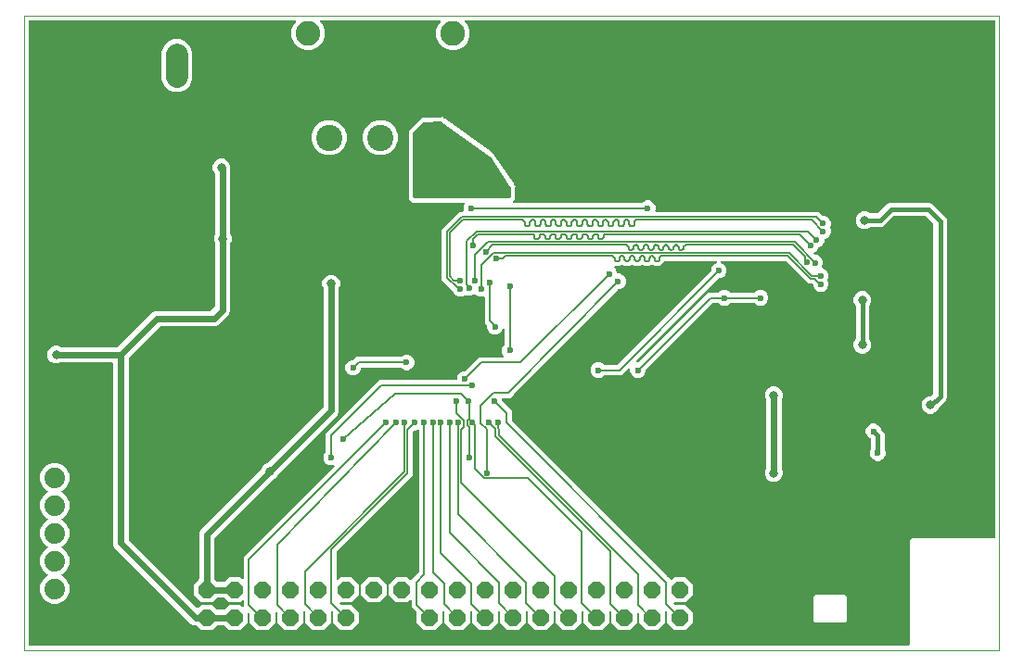
<source format=gbl>
G04 EAGLE Gerber X2 export*
%TF.Part,Single*%
%TF.FileFunction,Other,Bottom Layer Cooper*%
%TF.FilePolarity,Positive*%
%TF.GenerationSoftware,Autodesk,EAGLE,9.0.0*%
%TF.CreationDate,2018-08-23T05:20:42Z*%
G75*
%MOMM*%
%FSLAX34Y34*%
%LPD*%
%AMOC8*
5,1,8,0,0,1.08239X$1,22.5*%
G01*
%ADD10C,0.000000*%
%ADD11C,2.000000*%
%ADD12C,2.400000*%
%ADD13C,2.250000*%
%ADD14C,2.121000*%
%ADD15C,1.879600*%
%ADD16P,1.649562X8X22.500000*%
%ADD17C,0.600000*%
%ADD18C,0.127000*%
%ADD19C,0.406400*%
%ADD20C,0.200000*%
%ADD21C,0.609600*%
%ADD22C,0.800000*%

G36*
X917000Y144074D02*
X917000Y144074D01*
X917064Y144073D01*
X917139Y144094D01*
X917215Y144105D01*
X917274Y144131D01*
X917336Y144148D01*
X917402Y144189D01*
X917472Y144221D01*
X917521Y144263D01*
X917576Y144296D01*
X917628Y144354D01*
X917686Y144404D01*
X917722Y144458D01*
X917765Y144506D01*
X917798Y144575D01*
X917841Y144640D01*
X917860Y144702D01*
X917888Y144759D01*
X917899Y144829D01*
X917923Y144910D01*
X917924Y144995D01*
X917935Y145064D01*
X917935Y239684D01*
X920316Y242065D01*
X994936Y242065D01*
X995000Y242074D01*
X995064Y242073D01*
X995139Y242094D01*
X995215Y242105D01*
X995274Y242131D01*
X995336Y242148D01*
X995402Y242189D01*
X995472Y242221D01*
X995521Y242263D01*
X995576Y242296D01*
X995628Y242354D01*
X995686Y242404D01*
X995722Y242458D01*
X995765Y242506D01*
X995798Y242575D01*
X995841Y242640D01*
X995860Y242702D01*
X995888Y242759D01*
X995899Y242829D01*
X995923Y242910D01*
X995924Y242995D01*
X995935Y243064D01*
X995935Y714936D01*
X995926Y715000D01*
X995927Y715064D01*
X995906Y715139D01*
X995895Y715215D01*
X995869Y715274D01*
X995852Y715336D01*
X995811Y715402D01*
X995779Y715472D01*
X995737Y715521D01*
X995704Y715576D01*
X995646Y715628D01*
X995596Y715686D01*
X995542Y715722D01*
X995494Y715765D01*
X995425Y715798D01*
X995360Y715841D01*
X995298Y715860D01*
X995241Y715888D01*
X995171Y715899D01*
X995090Y715923D01*
X995005Y715924D01*
X994936Y715935D01*
X513085Y715935D01*
X513053Y715931D01*
X513021Y715933D01*
X512914Y715911D01*
X512806Y715895D01*
X512777Y715882D01*
X512745Y715876D01*
X512649Y715824D01*
X512549Y715779D01*
X512525Y715758D01*
X512496Y715743D01*
X512418Y715667D01*
X512335Y715596D01*
X512317Y715569D01*
X512294Y715546D01*
X512240Y715451D01*
X512181Y715360D01*
X512171Y715329D01*
X512155Y715301D01*
X512130Y715195D01*
X512098Y715090D01*
X512098Y715058D01*
X512090Y715027D01*
X512096Y714917D01*
X512094Y714808D01*
X512103Y714777D01*
X512105Y714745D01*
X512140Y714642D01*
X512170Y714536D01*
X512187Y714509D01*
X512197Y714478D01*
X512250Y714405D01*
X512318Y714296D01*
X512354Y714264D01*
X512379Y714229D01*
X514133Y712475D01*
X516465Y706846D01*
X516465Y700754D01*
X514133Y695125D01*
X509825Y690817D01*
X504196Y688485D01*
X498104Y688485D01*
X492475Y690817D01*
X488167Y695125D01*
X485835Y700754D01*
X485835Y706846D01*
X488167Y712475D01*
X489921Y714229D01*
X489940Y714255D01*
X489965Y714276D01*
X490025Y714368D01*
X490090Y714455D01*
X490102Y714485D01*
X490119Y714512D01*
X490151Y714617D01*
X490190Y714719D01*
X490192Y714751D01*
X490202Y714782D01*
X490203Y714891D01*
X490212Y715000D01*
X490205Y715032D01*
X490206Y715064D01*
X490176Y715169D01*
X490154Y715276D01*
X490139Y715305D01*
X490130Y715336D01*
X490073Y715429D01*
X490022Y715525D01*
X489999Y715548D01*
X489982Y715576D01*
X489901Y715649D01*
X489825Y715727D01*
X489797Y715743D01*
X489773Y715765D01*
X489675Y715812D01*
X489580Y715866D01*
X489548Y715874D01*
X489519Y715888D01*
X489430Y715902D01*
X489305Y715931D01*
X489257Y715929D01*
X489215Y715935D01*
X380985Y715935D01*
X380953Y715931D01*
X380921Y715933D01*
X380814Y715911D01*
X380706Y715895D01*
X380677Y715882D01*
X380645Y715876D01*
X380549Y715824D01*
X380449Y715779D01*
X380425Y715758D01*
X380396Y715743D01*
X380318Y715667D01*
X380235Y715596D01*
X380217Y715569D01*
X380194Y715546D01*
X380140Y715451D01*
X380081Y715360D01*
X380071Y715329D01*
X380055Y715301D01*
X380030Y715195D01*
X379998Y715090D01*
X379998Y715058D01*
X379990Y715027D01*
X379996Y714917D01*
X379994Y714808D01*
X380003Y714777D01*
X380005Y714745D01*
X380040Y714642D01*
X380070Y714536D01*
X380087Y714509D01*
X380097Y714478D01*
X380150Y714405D01*
X380218Y714296D01*
X380254Y714264D01*
X380279Y714229D01*
X382033Y712475D01*
X384365Y706846D01*
X384365Y700754D01*
X382033Y695125D01*
X377725Y690817D01*
X372096Y688485D01*
X366004Y688485D01*
X360375Y690817D01*
X356067Y695125D01*
X353735Y700754D01*
X353735Y706846D01*
X356067Y712475D01*
X357821Y714229D01*
X357840Y714255D01*
X357865Y714276D01*
X357925Y714368D01*
X357990Y714455D01*
X358002Y714485D01*
X358019Y714512D01*
X358051Y714617D01*
X358090Y714719D01*
X358092Y714751D01*
X358102Y714782D01*
X358103Y714891D01*
X358112Y715000D01*
X358105Y715032D01*
X358106Y715064D01*
X358076Y715169D01*
X358054Y715276D01*
X358039Y715305D01*
X358030Y715336D01*
X357973Y715429D01*
X357922Y715525D01*
X357899Y715548D01*
X357882Y715576D01*
X357801Y715649D01*
X357725Y715727D01*
X357697Y715743D01*
X357673Y715765D01*
X357575Y715812D01*
X357480Y715866D01*
X357448Y715874D01*
X357419Y715888D01*
X357330Y715902D01*
X357205Y715931D01*
X357157Y715929D01*
X357115Y715935D01*
X115064Y715935D01*
X115000Y715926D01*
X114936Y715927D01*
X114861Y715906D01*
X114785Y715895D01*
X114726Y715869D01*
X114664Y715852D01*
X114598Y715811D01*
X114528Y715779D01*
X114479Y715737D01*
X114424Y715704D01*
X114372Y715646D01*
X114314Y715596D01*
X114278Y715542D01*
X114235Y715494D01*
X114202Y715425D01*
X114159Y715360D01*
X114140Y715298D01*
X114112Y715241D01*
X114101Y715171D01*
X114077Y715090D01*
X114076Y715005D01*
X114065Y714936D01*
X114065Y145064D01*
X114074Y145000D01*
X114073Y144936D01*
X114094Y144861D01*
X114105Y144785D01*
X114131Y144726D01*
X114148Y144664D01*
X114189Y144598D01*
X114221Y144528D01*
X114263Y144479D01*
X114296Y144424D01*
X114354Y144372D01*
X114404Y144314D01*
X114458Y144278D01*
X114506Y144235D01*
X114575Y144202D01*
X114640Y144159D01*
X114702Y144140D01*
X114759Y144112D01*
X114829Y144101D01*
X114910Y144077D01*
X114995Y144076D01*
X115064Y144065D01*
X916936Y144065D01*
X917000Y144074D01*
G37*
%LPC*%
G36*
X271660Y158115D02*
X271660Y158115D01*
X267381Y162395D01*
X267304Y162452D01*
X267233Y162517D01*
X267192Y162537D01*
X267155Y162564D01*
X267065Y162598D01*
X266979Y162640D01*
X266937Y162646D01*
X266891Y162663D01*
X266764Y162673D01*
X266674Y162687D01*
X264785Y162687D01*
X262171Y163770D01*
X191970Y233971D01*
X190887Y236585D01*
X190887Y401888D01*
X190878Y401950D01*
X190879Y401999D01*
X190879Y402000D01*
X190879Y402016D01*
X190858Y402091D01*
X190847Y402167D01*
X190821Y402226D01*
X190804Y402288D01*
X190763Y402354D01*
X190731Y402424D01*
X190689Y402473D01*
X190656Y402528D01*
X190598Y402580D01*
X190548Y402638D01*
X190494Y402674D01*
X190446Y402717D01*
X190377Y402750D01*
X190312Y402793D01*
X190250Y402812D01*
X190193Y402840D01*
X190123Y402851D01*
X190042Y402875D01*
X189957Y402876D01*
X189888Y402887D01*
X143101Y402887D01*
X143060Y402881D01*
X143018Y402884D01*
X142935Y402864D01*
X142822Y402847D01*
X142787Y402831D01*
X142782Y402831D01*
X142761Y402821D01*
X142719Y402811D01*
X140604Y401935D01*
X137396Y401935D01*
X134432Y403163D01*
X132163Y405432D01*
X130935Y408396D01*
X130935Y411604D01*
X132163Y414568D01*
X134432Y416837D01*
X137396Y418065D01*
X140604Y418065D01*
X142719Y417189D01*
X142759Y417178D01*
X142797Y417160D01*
X142882Y417147D01*
X142992Y417119D01*
X143051Y417121D01*
X143101Y417113D01*
X194640Y417113D01*
X194735Y417126D01*
X194831Y417131D01*
X194874Y417146D01*
X194919Y417153D01*
X195007Y417192D01*
X195097Y417224D01*
X195132Y417249D01*
X195176Y417269D01*
X195273Y417352D01*
X195346Y417405D01*
X226971Y449030D01*
X229585Y450113D01*
X279640Y450113D01*
X279735Y450126D01*
X279831Y450131D01*
X279874Y450146D01*
X279919Y450153D01*
X280007Y450192D01*
X280097Y450224D01*
X280132Y450249D01*
X280176Y450269D01*
X280273Y450352D01*
X280346Y450405D01*
X283595Y453654D01*
X283652Y453730D01*
X283717Y453802D01*
X283737Y453843D01*
X283764Y453879D01*
X283798Y453969D01*
X283840Y454056D01*
X283846Y454098D01*
X283863Y454143D01*
X283873Y454271D01*
X283887Y454360D01*
X283887Y511899D01*
X283881Y511940D01*
X283884Y511982D01*
X283864Y512065D01*
X283847Y512178D01*
X283823Y512231D01*
X283811Y512281D01*
X282935Y514396D01*
X282935Y517604D01*
X283811Y519719D01*
X283822Y519759D01*
X283840Y519797D01*
X283853Y519882D01*
X283881Y519992D01*
X283879Y520051D01*
X283887Y520101D01*
X283887Y575294D01*
X283874Y575389D01*
X283869Y575485D01*
X283854Y575528D01*
X283847Y575573D01*
X283808Y575660D01*
X283776Y575751D01*
X283751Y575786D01*
X283731Y575830D01*
X283648Y575927D01*
X283595Y576000D01*
X283163Y576432D01*
X281935Y579396D01*
X281935Y582604D01*
X283163Y585568D01*
X285432Y587837D01*
X288396Y589065D01*
X291604Y589065D01*
X294568Y587837D01*
X296837Y585568D01*
X298092Y582538D01*
X298105Y582450D01*
X298113Y582432D01*
X298113Y520101D01*
X298119Y520060D01*
X298116Y520018D01*
X298136Y519935D01*
X298153Y519822D01*
X298177Y519769D01*
X298189Y519719D01*
X299065Y517604D01*
X299065Y514396D01*
X298189Y512281D01*
X298178Y512241D01*
X298160Y512203D01*
X298147Y512118D01*
X298119Y512008D01*
X298121Y511949D01*
X298113Y511899D01*
X298113Y449585D01*
X297030Y446971D01*
X287029Y436970D01*
X284415Y435887D01*
X234360Y435887D01*
X234265Y435874D01*
X234169Y435869D01*
X234126Y435854D01*
X234081Y435847D01*
X233993Y435808D01*
X233903Y435776D01*
X233868Y435751D01*
X233824Y435731D01*
X233727Y435648D01*
X233654Y435595D01*
X205405Y407346D01*
X205348Y407270D01*
X205283Y407198D01*
X205263Y407157D01*
X205236Y407121D01*
X205202Y407031D01*
X205160Y406944D01*
X205154Y406902D01*
X205137Y406857D01*
X205127Y406729D01*
X205113Y406640D01*
X205113Y241360D01*
X205126Y241265D01*
X205131Y241169D01*
X205146Y241126D01*
X205153Y241081D01*
X205192Y240993D01*
X205224Y240903D01*
X205249Y240868D01*
X205269Y240824D01*
X205352Y240727D01*
X205405Y240654D01*
X267411Y178648D01*
X267462Y178610D01*
X267507Y178564D01*
X267574Y178526D01*
X267636Y178479D01*
X267696Y178456D01*
X267752Y178425D01*
X267828Y178407D01*
X267900Y178380D01*
X267964Y178375D01*
X268027Y178360D01*
X268104Y178364D01*
X268181Y178358D01*
X268244Y178371D01*
X268308Y178374D01*
X268382Y178400D01*
X268457Y178415D01*
X268514Y178446D01*
X268575Y178467D01*
X268631Y178508D01*
X268706Y178548D01*
X268767Y178607D01*
X268824Y178648D01*
X271660Y181485D01*
X281340Y181485D01*
X285619Y177205D01*
X285696Y177148D01*
X285767Y177083D01*
X285808Y177063D01*
X285845Y177036D01*
X285935Y177002D01*
X286021Y176960D01*
X286063Y176954D01*
X286109Y176937D01*
X286236Y176927D01*
X286326Y176913D01*
X292074Y176913D01*
X292169Y176926D01*
X292265Y176931D01*
X292308Y176946D01*
X292353Y176953D01*
X292441Y176992D01*
X292532Y177024D01*
X292566Y177049D01*
X292610Y177069D01*
X292708Y177152D01*
X292781Y177205D01*
X297060Y181485D01*
X306740Y181485D01*
X308594Y179630D01*
X308620Y179611D01*
X308641Y179586D01*
X308733Y179526D01*
X308820Y179461D01*
X308850Y179450D01*
X308877Y179432D01*
X308982Y179400D01*
X309084Y179361D01*
X309116Y179359D01*
X309147Y179350D01*
X309256Y179348D01*
X309365Y179340D01*
X309397Y179346D01*
X309429Y179346D01*
X309534Y179375D01*
X309641Y179397D01*
X309670Y179412D01*
X309701Y179421D01*
X309794Y179478D01*
X309890Y179530D01*
X309913Y179552D01*
X309941Y179569D01*
X310014Y179650D01*
X310092Y179726D01*
X310108Y179754D01*
X310130Y179778D01*
X310177Y179877D01*
X310231Y179972D01*
X310239Y180003D01*
X310253Y180032D01*
X310267Y180121D01*
X310296Y180246D01*
X310294Y180295D01*
X310300Y180337D01*
X310300Y184663D01*
X310296Y184695D01*
X310298Y184727D01*
X310276Y184834D01*
X310260Y184942D01*
X310247Y184972D01*
X310241Y185003D01*
X310189Y185100D01*
X310144Y185199D01*
X310123Y185224D01*
X310108Y185252D01*
X310032Y185331D01*
X309961Y185414D01*
X309934Y185431D01*
X309911Y185454D01*
X309816Y185508D01*
X309725Y185568D01*
X309694Y185578D01*
X309666Y185593D01*
X309560Y185619D01*
X309455Y185650D01*
X309423Y185651D01*
X309392Y185658D01*
X309282Y185653D01*
X309173Y185654D01*
X309142Y185646D01*
X309110Y185644D01*
X309007Y185608D01*
X308901Y185579D01*
X308874Y185562D01*
X308843Y185552D01*
X308770Y185498D01*
X308661Y185431D01*
X308629Y185395D01*
X308594Y185370D01*
X306740Y183515D01*
X297060Y183515D01*
X292781Y187795D01*
X292704Y187852D01*
X292633Y187917D01*
X292592Y187937D01*
X292555Y187964D01*
X292465Y187998D01*
X292379Y188040D01*
X292337Y188046D01*
X292291Y188063D01*
X292164Y188073D01*
X292074Y188087D01*
X286326Y188087D01*
X286231Y188074D01*
X286135Y188069D01*
X286092Y188054D01*
X286047Y188047D01*
X285959Y188008D01*
X285868Y187976D01*
X285834Y187951D01*
X285790Y187931D01*
X285692Y187848D01*
X285619Y187795D01*
X281340Y183515D01*
X271660Y183515D01*
X264815Y190360D01*
X264815Y200040D01*
X269095Y204319D01*
X269112Y204342D01*
X269132Y204359D01*
X269165Y204410D01*
X269217Y204467D01*
X269237Y204508D01*
X269264Y204545D01*
X269278Y204584D01*
X269286Y204595D01*
X269299Y204637D01*
X269340Y204721D01*
X269346Y204763D01*
X269363Y204809D01*
X269368Y204862D01*
X269368Y204865D01*
X269369Y204875D01*
X269373Y204936D01*
X269387Y205026D01*
X269387Y246915D01*
X270470Y249529D01*
X326070Y305129D01*
X326095Y305163D01*
X326127Y305190D01*
X326171Y305264D01*
X326240Y305355D01*
X326261Y305410D01*
X326287Y305454D01*
X327163Y307568D01*
X329432Y309837D01*
X331546Y310713D01*
X331582Y310734D01*
X331622Y310748D01*
X331691Y310799D01*
X331789Y310857D01*
X331829Y310899D01*
X331871Y310930D01*
X382595Y361654D01*
X382652Y361730D01*
X382717Y361802D01*
X382737Y361843D01*
X382764Y361879D01*
X382798Y361969D01*
X382840Y362056D01*
X382846Y362098D01*
X382863Y362143D01*
X382873Y362271D01*
X382887Y362360D01*
X382887Y470899D01*
X382881Y470940D01*
X382884Y470982D01*
X382864Y471065D01*
X382847Y471178D01*
X382823Y471231D01*
X382811Y471281D01*
X381935Y473396D01*
X381935Y476604D01*
X383163Y479568D01*
X385432Y481837D01*
X388396Y483065D01*
X391604Y483065D01*
X394568Y481837D01*
X396837Y479568D01*
X398065Y476604D01*
X398065Y473396D01*
X397189Y471281D01*
X397178Y471241D01*
X397160Y471203D01*
X397147Y471118D01*
X397119Y471008D01*
X397121Y470949D01*
X397113Y470899D01*
X397113Y357585D01*
X396030Y354971D01*
X341930Y300871D01*
X341905Y300837D01*
X341873Y300810D01*
X341829Y300736D01*
X341760Y300645D01*
X341739Y300590D01*
X341713Y300546D01*
X340837Y298432D01*
X338568Y296163D01*
X336454Y295287D01*
X336418Y295266D01*
X336378Y295252D01*
X336309Y295201D01*
X336211Y295143D01*
X336171Y295101D01*
X336129Y295070D01*
X283905Y242846D01*
X283848Y242770D01*
X283783Y242698D01*
X283763Y242657D01*
X283736Y242621D01*
X283702Y242531D01*
X283660Y242444D01*
X283654Y242402D01*
X283637Y242357D01*
X283627Y242229D01*
X283613Y242140D01*
X283613Y205026D01*
X283626Y204931D01*
X283628Y204898D01*
X283628Y204891D01*
X283628Y204889D01*
X283631Y204835D01*
X283646Y204792D01*
X283653Y204747D01*
X283692Y204660D01*
X283703Y204619D01*
X283710Y204608D01*
X283724Y204568D01*
X283749Y204534D01*
X283769Y204490D01*
X283820Y204430D01*
X283851Y204379D01*
X283882Y204352D01*
X283905Y204319D01*
X285619Y202605D01*
X285696Y202548D01*
X285767Y202483D01*
X285808Y202463D01*
X285845Y202436D01*
X285935Y202402D01*
X286021Y202360D01*
X286063Y202354D01*
X286109Y202337D01*
X286236Y202327D01*
X286326Y202313D01*
X292074Y202313D01*
X292169Y202326D01*
X292265Y202331D01*
X292308Y202346D01*
X292353Y202353D01*
X292441Y202392D01*
X292532Y202424D01*
X292566Y202449D01*
X292610Y202469D01*
X292708Y202552D01*
X292781Y202605D01*
X297060Y206885D01*
X306740Y206885D01*
X308594Y205030D01*
X308620Y205011D01*
X308641Y204986D01*
X308733Y204926D01*
X308820Y204861D01*
X308850Y204850D01*
X308877Y204832D01*
X308982Y204800D01*
X309084Y204761D01*
X309116Y204759D01*
X309147Y204750D01*
X309256Y204748D01*
X309365Y204740D01*
X309397Y204746D01*
X309429Y204746D01*
X309534Y204775D01*
X309641Y204797D01*
X309670Y204812D01*
X309701Y204821D01*
X309794Y204878D01*
X309890Y204930D01*
X309913Y204952D01*
X309941Y204969D01*
X310014Y205050D01*
X310092Y205126D01*
X310108Y205154D01*
X310130Y205178D01*
X310177Y205277D01*
X310231Y205372D01*
X310239Y205403D01*
X310253Y205432D01*
X310267Y205521D01*
X310296Y205646D01*
X310294Y205695D01*
X310300Y205737D01*
X310300Y224947D01*
X313346Y227992D01*
X392776Y307422D01*
X392828Y307491D01*
X392887Y307555D01*
X392912Y307604D01*
X392945Y307648D01*
X392976Y307729D01*
X393015Y307806D01*
X393025Y307860D01*
X393044Y307912D01*
X393051Y307998D01*
X393067Y308083D01*
X393062Y308138D01*
X393066Y308193D01*
X393049Y308278D01*
X393040Y308364D01*
X393020Y308415D01*
X393009Y308469D01*
X392968Y308545D01*
X392936Y308626D01*
X392902Y308669D01*
X392876Y308718D01*
X392816Y308780D01*
X392762Y308848D01*
X392718Y308881D01*
X392679Y308920D01*
X392604Y308963D01*
X392534Y309013D01*
X392482Y309032D01*
X392434Y309059D01*
X392349Y309079D01*
X392268Y309108D01*
X392213Y309111D01*
X392160Y309124D01*
X392073Y309119D01*
X391986Y309124D01*
X391937Y309112D01*
X391878Y309109D01*
X391770Y309072D01*
X391687Y309052D01*
X391405Y308935D01*
X388595Y308935D01*
X385998Y310011D01*
X384011Y311998D01*
X382935Y314595D01*
X382935Y317405D01*
X384011Y320002D01*
X384643Y320634D01*
X384700Y320710D01*
X384765Y320782D01*
X384785Y320823D01*
X384812Y320859D01*
X384846Y320949D01*
X384888Y321036D01*
X384894Y321078D01*
X384911Y321123D01*
X384921Y321251D01*
X384935Y321340D01*
X384935Y338098D01*
X433902Y387065D01*
X503936Y387065D01*
X504000Y387074D01*
X504064Y387073D01*
X504139Y387094D01*
X504215Y387105D01*
X504274Y387131D01*
X504336Y387148D01*
X504402Y387189D01*
X504472Y387221D01*
X504521Y387263D01*
X504576Y387296D01*
X504628Y387354D01*
X504686Y387404D01*
X504722Y387458D01*
X504765Y387506D01*
X504798Y387575D01*
X504841Y387640D01*
X504860Y387702D01*
X504888Y387759D01*
X504899Y387829D01*
X504923Y387910D01*
X504924Y387995D01*
X504935Y388064D01*
X504935Y389405D01*
X506011Y392002D01*
X507998Y393989D01*
X510595Y395065D01*
X512004Y395065D01*
X512099Y395078D01*
X512196Y395083D01*
X512239Y395098D01*
X512284Y395105D01*
X512371Y395144D01*
X512462Y395176D01*
X512496Y395201D01*
X512541Y395221D01*
X512638Y395304D01*
X512711Y395357D01*
X525053Y407700D01*
X546897Y407700D01*
X546929Y407704D01*
X546961Y407702D01*
X547068Y407724D01*
X547176Y407740D01*
X547205Y407753D01*
X547237Y407759D01*
X547333Y407811D01*
X547433Y407856D01*
X547457Y407877D01*
X547486Y407892D01*
X547564Y407968D01*
X547647Y408039D01*
X547665Y408066D01*
X547688Y408089D01*
X547742Y408183D01*
X547802Y408275D01*
X547811Y408306D01*
X547827Y408334D01*
X547852Y408440D01*
X547884Y408545D01*
X547885Y408577D01*
X547892Y408608D01*
X547886Y408718D01*
X547888Y408827D01*
X547879Y408858D01*
X547878Y408890D01*
X547842Y408993D01*
X547813Y409099D01*
X547796Y409126D01*
X547785Y409157D01*
X547732Y409230D01*
X547665Y409339D01*
X547629Y409371D01*
X547603Y409406D01*
X547011Y409998D01*
X545935Y412595D01*
X545935Y415405D01*
X547011Y418002D01*
X548008Y418999D01*
X548065Y419075D01*
X548130Y419147D01*
X548150Y419188D01*
X548177Y419224D01*
X548211Y419314D01*
X548253Y419401D01*
X548259Y419443D01*
X548276Y419488D01*
X548286Y419616D01*
X548300Y419705D01*
X548300Y433216D01*
X548288Y433302D01*
X548285Y433389D01*
X548268Y433441D01*
X548260Y433496D01*
X548225Y433575D01*
X548198Y433657D01*
X548167Y433703D01*
X548144Y433753D01*
X548088Y433819D01*
X548039Y433890D01*
X547997Y433925D01*
X547961Y433967D01*
X547888Y434014D01*
X547821Y434070D01*
X547771Y434091D01*
X547725Y434121D01*
X547642Y434147D01*
X547562Y434181D01*
X547508Y434188D01*
X547455Y434204D01*
X547368Y434205D01*
X547282Y434216D01*
X547228Y434207D01*
X547173Y434207D01*
X547089Y434184D01*
X547004Y434170D01*
X546954Y434147D01*
X546901Y434132D01*
X546827Y434087D01*
X546749Y434049D01*
X546708Y434013D01*
X546661Y433984D01*
X546603Y433920D01*
X546538Y433862D01*
X546512Y433818D01*
X546472Y433775D01*
X546423Y433672D01*
X546378Y433599D01*
X545521Y431530D01*
X543534Y429542D01*
X540937Y428467D01*
X538126Y428467D01*
X535530Y429542D01*
X533542Y431530D01*
X532467Y434126D01*
X532467Y436473D01*
X532453Y436568D01*
X532448Y436664D01*
X532433Y436707D01*
X532427Y436752D01*
X532388Y436839D01*
X532356Y436930D01*
X532331Y436965D01*
X532311Y437009D01*
X532228Y437106D01*
X532174Y437179D01*
X530300Y439053D01*
X530300Y462225D01*
X530284Y462342D01*
X530272Y462460D01*
X530264Y462481D01*
X530260Y462504D01*
X530212Y462612D01*
X530168Y462722D01*
X530154Y462740D01*
X530144Y462761D01*
X530067Y462851D01*
X529994Y462944D01*
X529976Y462958D01*
X529961Y462975D01*
X529862Y463040D01*
X529765Y463109D01*
X529744Y463117D01*
X529725Y463130D01*
X529611Y463164D01*
X529500Y463204D01*
X529477Y463205D01*
X529455Y463212D01*
X529337Y463214D01*
X529218Y463221D01*
X529197Y463215D01*
X529173Y463216D01*
X528993Y463166D01*
X528919Y463148D01*
X528405Y462935D01*
X525595Y462935D01*
X522998Y464011D01*
X521707Y465302D01*
X521655Y465341D01*
X521610Y465387D01*
X521543Y465425D01*
X521481Y465472D01*
X521421Y465494D01*
X521365Y465526D01*
X521290Y465544D01*
X521217Y465571D01*
X521153Y465576D01*
X521090Y465591D01*
X521013Y465587D01*
X520936Y465593D01*
X520873Y465580D01*
X520809Y465577D01*
X520736Y465551D01*
X520660Y465535D01*
X520603Y465505D01*
X520542Y465484D01*
X520486Y465443D01*
X520411Y465403D01*
X520350Y465344D01*
X520293Y465302D01*
X520002Y465011D01*
X517405Y463935D01*
X514595Y463935D01*
X513067Y464568D01*
X513057Y464571D01*
X513049Y464575D01*
X512921Y464606D01*
X512793Y464638D01*
X512784Y464638D01*
X512775Y464640D01*
X512642Y464633D01*
X512512Y464629D01*
X512503Y464626D01*
X512493Y464626D01*
X512369Y464583D01*
X512243Y464542D01*
X512236Y464536D01*
X512227Y464533D01*
X512165Y464488D01*
X512010Y464383D01*
X512006Y464377D01*
X509405Y463300D01*
X506595Y463300D01*
X503998Y464376D01*
X502011Y466363D01*
X501515Y467561D01*
X501491Y467600D01*
X501478Y467639D01*
X501074Y468418D01*
X500910Y468647D01*
X500900Y468655D01*
X500894Y468664D01*
X494076Y475482D01*
X491030Y478527D01*
X491030Y524473D01*
X507257Y540700D01*
X510225Y540700D01*
X510342Y540716D01*
X510460Y540728D01*
X510481Y540736D01*
X510504Y540740D01*
X510612Y540788D01*
X510722Y540832D01*
X510740Y540846D01*
X510761Y540856D01*
X510851Y540933D01*
X510944Y541006D01*
X510958Y541024D01*
X510975Y541039D01*
X511040Y541139D01*
X511109Y541235D01*
X511117Y541256D01*
X511130Y541275D01*
X511164Y541389D01*
X511204Y541500D01*
X511205Y541523D01*
X511212Y541545D01*
X511214Y541663D01*
X511221Y541782D01*
X511215Y541803D01*
X511216Y541827D01*
X511166Y542006D01*
X511148Y542081D01*
X510935Y542595D01*
X510935Y545405D01*
X511949Y547854D01*
X511979Y547968D01*
X512014Y548082D01*
X512014Y548105D01*
X512019Y548127D01*
X512016Y548245D01*
X512017Y548364D01*
X512011Y548386D01*
X512010Y548409D01*
X511974Y548521D01*
X511942Y548636D01*
X511930Y548655D01*
X511923Y548677D01*
X511856Y548775D01*
X511794Y548876D01*
X511777Y548891D01*
X511764Y548910D01*
X511673Y548985D01*
X511585Y549065D01*
X511564Y549075D01*
X511546Y549089D01*
X511437Y549136D01*
X511331Y549188D01*
X511309Y549191D01*
X511287Y549201D01*
X511103Y549223D01*
X511026Y549235D01*
X468812Y549235D01*
X468717Y549222D01*
X468621Y549217D01*
X468578Y549202D01*
X468533Y549195D01*
X468445Y549156D01*
X468354Y549124D01*
X468320Y549099D01*
X468276Y549079D01*
X468178Y548996D01*
X468105Y548943D01*
X467998Y548835D01*
X463802Y548835D01*
X460835Y551802D01*
X460835Y614698D01*
X471264Y625126D01*
X471272Y625137D01*
X471282Y625145D01*
X472726Y626665D01*
X474822Y626665D01*
X474836Y626667D01*
X474848Y626665D01*
X489962Y627053D01*
X490034Y627065D01*
X490096Y627065D01*
X491764Y627334D01*
X491806Y627304D01*
X491831Y627291D01*
X491854Y627272D01*
X491956Y627225D01*
X492055Y627173D01*
X492084Y627167D01*
X492111Y627155D01*
X492201Y627143D01*
X492332Y627117D01*
X492377Y627121D01*
X492416Y627116D01*
X492467Y627117D01*
X493693Y625953D01*
X493752Y625911D01*
X493796Y625867D01*
X536277Y595192D01*
X536333Y595162D01*
X536383Y595125D01*
X536450Y595101D01*
X536527Y595061D01*
X536608Y595044D01*
X536674Y595021D01*
X537416Y594878D01*
X537992Y594028D01*
X538005Y594013D01*
X538015Y593996D01*
X538079Y593932D01*
X538181Y593820D01*
X538211Y593801D01*
X538234Y593779D01*
X539066Y593178D01*
X539186Y592432D01*
X539205Y592371D01*
X539214Y592309D01*
X539244Y592245D01*
X539270Y592162D01*
X539316Y592093D01*
X539346Y592030D01*
X556769Y566319D01*
X556841Y566240D01*
X556890Y566173D01*
X557965Y565098D01*
X557965Y564861D01*
X557965Y564860D01*
X557965Y564858D01*
X557986Y564715D01*
X558005Y564582D01*
X558005Y564581D01*
X558005Y564579D01*
X558016Y564557D01*
X558121Y564325D01*
X558131Y564313D01*
X558137Y564301D01*
X558270Y564105D01*
X557983Y562611D01*
X557978Y562505D01*
X557965Y562423D01*
X557965Y556912D01*
X557978Y556817D01*
X557983Y556721D01*
X557998Y556678D01*
X558005Y556633D01*
X558044Y556545D01*
X558065Y556486D01*
X558065Y552202D01*
X556268Y550406D01*
X556249Y550380D01*
X556224Y550359D01*
X556164Y550267D01*
X556099Y550180D01*
X556088Y550150D01*
X556070Y550123D01*
X556038Y550018D01*
X555999Y549916D01*
X555997Y549884D01*
X555987Y549853D01*
X555986Y549744D01*
X555978Y549635D01*
X555984Y549603D01*
X555984Y549571D01*
X556013Y549466D01*
X556035Y549359D01*
X556050Y549330D01*
X556059Y549299D01*
X556116Y549206D01*
X556168Y549110D01*
X556190Y549087D01*
X556207Y549059D01*
X556288Y548986D01*
X556364Y548908D01*
X556392Y548892D01*
X556416Y548870D01*
X556515Y548823D01*
X556610Y548769D01*
X556641Y548761D01*
X556670Y548747D01*
X556759Y548733D01*
X556884Y548704D01*
X556933Y548706D01*
X556975Y548700D01*
X673295Y548700D01*
X673390Y548713D01*
X673486Y548718D01*
X673529Y548733D01*
X673574Y548740D01*
X673661Y548779D01*
X673752Y548811D01*
X673787Y548836D01*
X673831Y548856D01*
X673928Y548939D01*
X674001Y548992D01*
X674998Y549989D01*
X677595Y551065D01*
X680405Y551065D01*
X683002Y549989D01*
X684989Y548002D01*
X686065Y545405D01*
X686065Y542595D01*
X685852Y542081D01*
X685823Y541966D01*
X685788Y541853D01*
X685788Y541830D01*
X685782Y541808D01*
X685786Y541690D01*
X685784Y541571D01*
X685790Y541549D01*
X685791Y541526D01*
X685828Y541414D01*
X685859Y541299D01*
X685871Y541280D01*
X685878Y541258D01*
X685945Y541160D01*
X686008Y541059D01*
X686025Y541044D01*
X686037Y541025D01*
X686129Y540950D01*
X686217Y540870D01*
X686237Y540860D01*
X686255Y540846D01*
X686364Y540799D01*
X686471Y540747D01*
X686492Y540744D01*
X686514Y540734D01*
X686699Y540712D01*
X686775Y540700D01*
X834947Y540700D01*
X838289Y537357D01*
X838366Y537300D01*
X838437Y537235D01*
X838478Y537215D01*
X838515Y537188D01*
X838605Y537154D01*
X838691Y537112D01*
X838733Y537106D01*
X838778Y537089D01*
X838906Y537079D01*
X838996Y537065D01*
X840405Y537065D01*
X843002Y535989D01*
X844989Y534002D01*
X846065Y531405D01*
X846065Y528595D01*
X845300Y526747D01*
X845276Y526654D01*
X845243Y526564D01*
X845241Y526518D01*
X845229Y526474D01*
X845233Y526378D01*
X845227Y526282D01*
X845237Y526241D01*
X845239Y526192D01*
X845278Y526071D01*
X845300Y525983D01*
X846065Y524135D01*
X846065Y521325D01*
X844989Y518728D01*
X843002Y516741D01*
X840682Y515780D01*
X840673Y515775D01*
X840664Y515772D01*
X840552Y515703D01*
X840439Y515636D01*
X840432Y515629D01*
X840424Y515624D01*
X840336Y515526D01*
X840246Y515430D01*
X840242Y515422D01*
X840235Y515415D01*
X840178Y515297D01*
X840118Y515179D01*
X840116Y515170D01*
X840112Y515161D01*
X840100Y515085D01*
X840066Y514902D01*
X840068Y514878D01*
X840065Y514857D01*
X840065Y513595D01*
X838989Y510998D01*
X837002Y509011D01*
X835155Y508246D01*
X835072Y508197D01*
X834985Y508155D01*
X834951Y508125D01*
X834912Y508102D01*
X834846Y508032D01*
X834774Y507968D01*
X834752Y507932D01*
X834719Y507896D01*
X834661Y507782D01*
X834614Y507705D01*
X833849Y505857D01*
X831861Y503870D01*
X831062Y503539D01*
X830960Y503479D01*
X830855Y503423D01*
X830838Y503407D01*
X830819Y503395D01*
X830738Y503309D01*
X830653Y503226D01*
X830641Y503206D01*
X830626Y503190D01*
X830572Y503084D01*
X830514Y502981D01*
X830508Y502959D01*
X830498Y502938D01*
X830476Y502822D01*
X830449Y502706D01*
X830450Y502683D01*
X830446Y502661D01*
X830457Y502543D01*
X830463Y502425D01*
X830471Y502403D01*
X830473Y502380D01*
X830517Y502270D01*
X830556Y502158D01*
X830568Y502141D01*
X830577Y502118D01*
X830692Y501971D01*
X830737Y501909D01*
X831289Y501357D01*
X831366Y501300D01*
X831437Y501235D01*
X831478Y501215D01*
X831515Y501188D01*
X831605Y501154D01*
X831691Y501112D01*
X831733Y501106D01*
X831778Y501089D01*
X831906Y501079D01*
X831996Y501065D01*
X833405Y501065D01*
X836002Y499989D01*
X837989Y498002D01*
X839065Y495405D01*
X839065Y492595D01*
X838103Y490272D01*
X838087Y490209D01*
X838061Y490150D01*
X838052Y490074D01*
X838032Y489999D01*
X838035Y489934D01*
X838027Y489870D01*
X838039Y489794D01*
X838041Y489717D01*
X838061Y489655D01*
X838072Y489592D01*
X838105Y489522D01*
X838129Y489448D01*
X838165Y489395D01*
X838193Y489337D01*
X838244Y489279D01*
X838288Y489215D01*
X838337Y489175D01*
X838380Y489127D01*
X838440Y489090D01*
X838505Y489036D01*
X838583Y489003D01*
X838643Y488966D01*
X841002Y487989D01*
X842989Y486002D01*
X844065Y483405D01*
X844065Y480595D01*
X843300Y478747D01*
X843276Y478654D01*
X843243Y478564D01*
X843241Y478518D01*
X843229Y478474D01*
X843233Y478378D01*
X843227Y478282D01*
X843237Y478241D01*
X843239Y478192D01*
X843278Y478071D01*
X843300Y477983D01*
X844065Y476135D01*
X844065Y473325D01*
X842989Y470728D01*
X841002Y468741D01*
X838405Y467665D01*
X835595Y467665D01*
X832998Y468741D01*
X831011Y470728D01*
X829935Y473325D01*
X829935Y473761D01*
X829926Y473825D01*
X829927Y473889D01*
X829906Y473964D01*
X829895Y474040D01*
X829869Y474099D01*
X829852Y474161D01*
X829811Y474227D01*
X829779Y474297D01*
X829737Y474346D01*
X829704Y474401D01*
X829646Y474453D01*
X829596Y474511D01*
X829542Y474547D01*
X829494Y474590D01*
X829425Y474623D01*
X829360Y474666D01*
X829298Y474685D01*
X829241Y474713D01*
X829171Y474724D01*
X829090Y474748D01*
X829005Y474749D01*
X828936Y474760D01*
X826001Y474760D01*
X805294Y495468D01*
X805217Y495525D01*
X805146Y495590D01*
X805105Y495610D01*
X805068Y495637D01*
X804978Y495671D01*
X804892Y495713D01*
X804850Y495719D01*
X804804Y495736D01*
X804677Y495746D01*
X804587Y495760D01*
X746335Y495760D01*
X746249Y495748D01*
X746163Y495745D01*
X746111Y495728D01*
X746056Y495720D01*
X745977Y495685D01*
X745895Y495658D01*
X745849Y495627D01*
X745799Y495604D01*
X745733Y495548D01*
X745662Y495499D01*
X745627Y495457D01*
X745585Y495421D01*
X745537Y495348D01*
X745482Y495281D01*
X745461Y495231D01*
X745431Y495185D01*
X745405Y495102D01*
X745371Y495022D01*
X745364Y494968D01*
X745348Y494915D01*
X745347Y494828D01*
X745336Y494742D01*
X745345Y494688D01*
X745344Y494633D01*
X745368Y494549D01*
X745381Y494464D01*
X745405Y494414D01*
X745420Y494361D01*
X745465Y494288D01*
X745502Y494209D01*
X745539Y494168D01*
X745568Y494121D01*
X745632Y494063D01*
X745690Y493998D01*
X745733Y493972D01*
X745777Y493932D01*
X745879Y493883D01*
X745953Y493838D01*
X748002Y492989D01*
X749989Y491002D01*
X751065Y488405D01*
X751065Y485595D01*
X749989Y482998D01*
X748002Y481011D01*
X745405Y479935D01*
X743996Y479935D01*
X743901Y479922D01*
X743804Y479917D01*
X743761Y479902D01*
X743716Y479895D01*
X743629Y479856D01*
X743538Y479824D01*
X743504Y479799D01*
X743459Y479779D01*
X743362Y479696D01*
X743289Y479643D01*
X668417Y404771D01*
X668398Y404745D01*
X668373Y404724D01*
X668313Y404632D01*
X668248Y404545D01*
X668236Y404515D01*
X668219Y404488D01*
X668187Y404383D01*
X668148Y404281D01*
X668146Y404249D01*
X668136Y404218D01*
X668135Y404109D01*
X668126Y404000D01*
X668133Y403968D01*
X668133Y403936D01*
X668162Y403831D01*
X668184Y403724D01*
X668199Y403695D01*
X668208Y403664D01*
X668265Y403571D01*
X668316Y403475D01*
X668339Y403452D01*
X668356Y403424D01*
X668437Y403351D01*
X668513Y403273D01*
X668541Y403257D01*
X668565Y403235D01*
X668663Y403188D01*
X668759Y403134D01*
X668790Y403126D01*
X668819Y403112D01*
X668908Y403098D01*
X669033Y403069D01*
X669082Y403071D01*
X669124Y403065D01*
X670004Y403065D01*
X670099Y403078D01*
X670196Y403083D01*
X670239Y403098D01*
X670284Y403105D01*
X670371Y403144D01*
X670462Y403176D01*
X670496Y403201D01*
X670541Y403221D01*
X670638Y403304D01*
X670711Y403357D01*
X734053Y466700D01*
X743295Y466700D01*
X743390Y466713D01*
X743486Y466718D01*
X743529Y466733D01*
X743574Y466740D01*
X743661Y466779D01*
X743752Y466811D01*
X743787Y466836D01*
X743831Y466856D01*
X743928Y466939D01*
X744001Y466992D01*
X744998Y467989D01*
X747595Y469065D01*
X750405Y469065D01*
X753002Y467989D01*
X753999Y466992D01*
X754075Y466935D01*
X754147Y466870D01*
X754188Y466850D01*
X754224Y466823D01*
X754314Y466789D01*
X754401Y466747D01*
X754443Y466741D01*
X754488Y466724D01*
X754616Y466714D01*
X754705Y466700D01*
X776295Y466700D01*
X776390Y466713D01*
X776486Y466718D01*
X776529Y466733D01*
X776574Y466740D01*
X776661Y466779D01*
X776752Y466811D01*
X776787Y466836D01*
X776831Y466856D01*
X776928Y466939D01*
X777001Y466992D01*
X777998Y467989D01*
X780595Y469065D01*
X783405Y469065D01*
X786002Y467989D01*
X787989Y466002D01*
X789065Y463405D01*
X789065Y460595D01*
X787989Y457998D01*
X786002Y456011D01*
X783405Y454935D01*
X780595Y454935D01*
X777998Y456011D01*
X777001Y457008D01*
X776925Y457065D01*
X776853Y457130D01*
X776812Y457150D01*
X776776Y457177D01*
X776686Y457211D01*
X776599Y457253D01*
X776557Y457259D01*
X776512Y457276D01*
X776384Y457286D01*
X776295Y457300D01*
X754705Y457300D01*
X754610Y457287D01*
X754514Y457282D01*
X754471Y457267D01*
X754426Y457260D01*
X754339Y457221D01*
X754248Y457189D01*
X754213Y457164D01*
X754169Y457144D01*
X754072Y457061D01*
X753999Y457008D01*
X753002Y456011D01*
X750405Y454935D01*
X747595Y454935D01*
X744998Y456011D01*
X744001Y457008D01*
X743925Y457065D01*
X743853Y457130D01*
X743812Y457150D01*
X743776Y457177D01*
X743686Y457211D01*
X743599Y457253D01*
X743557Y457259D01*
X743512Y457276D01*
X743384Y457286D01*
X743295Y457300D01*
X738361Y457300D01*
X738266Y457287D01*
X738169Y457282D01*
X738126Y457267D01*
X738081Y457260D01*
X737994Y457221D01*
X737903Y457189D01*
X737869Y457164D01*
X737824Y457144D01*
X737727Y457061D01*
X737654Y457008D01*
X677357Y396711D01*
X677300Y396634D01*
X677235Y396563D01*
X677215Y396522D01*
X677188Y396485D01*
X677154Y396395D01*
X677112Y396309D01*
X677106Y396267D01*
X677089Y396222D01*
X677079Y396094D01*
X677065Y396004D01*
X677065Y394595D01*
X675989Y391998D01*
X674002Y390011D01*
X671405Y388935D01*
X668595Y388935D01*
X665998Y390011D01*
X664011Y391998D01*
X662935Y394595D01*
X662935Y396876D01*
X662931Y396908D01*
X662933Y396941D01*
X662927Y396972D01*
X662927Y397003D01*
X662907Y397076D01*
X662895Y397156D01*
X662882Y397185D01*
X662876Y397217D01*
X662860Y397247D01*
X662852Y397275D01*
X662814Y397337D01*
X662779Y397413D01*
X662758Y397437D01*
X662743Y397466D01*
X662718Y397491D01*
X662704Y397515D01*
X662652Y397562D01*
X662596Y397627D01*
X662569Y397645D01*
X662546Y397668D01*
X662514Y397686D01*
X662494Y397704D01*
X662433Y397733D01*
X662360Y397781D01*
X662329Y397791D01*
X662301Y397807D01*
X662264Y397816D01*
X662241Y397827D01*
X662181Y397836D01*
X662090Y397864D01*
X662058Y397864D01*
X662027Y397872D01*
X661971Y397869D01*
X661936Y397874D01*
X661935Y397874D01*
X661880Y397867D01*
X661808Y397867D01*
X661777Y397859D01*
X661745Y397857D01*
X661696Y397840D01*
X661655Y397834D01*
X661603Y397811D01*
X661536Y397792D01*
X661509Y397775D01*
X661478Y397765D01*
X661441Y397738D01*
X661398Y397718D01*
X661352Y397678D01*
X661296Y397644D01*
X661264Y397608D01*
X661229Y397583D01*
X654947Y391300D01*
X639705Y391300D01*
X639610Y391287D01*
X639514Y391282D01*
X639471Y391267D01*
X639426Y391260D01*
X639339Y391221D01*
X639248Y391189D01*
X639213Y391164D01*
X639169Y391144D01*
X639072Y391061D01*
X638999Y391008D01*
X638002Y390011D01*
X635405Y388935D01*
X632595Y388935D01*
X629998Y390011D01*
X628011Y391998D01*
X626935Y394595D01*
X626935Y397405D01*
X628011Y400002D01*
X629998Y401989D01*
X632595Y403065D01*
X635405Y403065D01*
X638002Y401989D01*
X638999Y400992D01*
X639075Y400935D01*
X639147Y400870D01*
X639188Y400850D01*
X639224Y400823D01*
X639314Y400789D01*
X639401Y400747D01*
X639443Y400741D01*
X639488Y400724D01*
X639616Y400714D01*
X639705Y400700D01*
X650639Y400700D01*
X650734Y400713D01*
X650831Y400718D01*
X650874Y400733D01*
X650919Y400740D01*
X651006Y400779D01*
X651097Y400811D01*
X651131Y400836D01*
X651176Y400856D01*
X651273Y400939D01*
X651346Y400992D01*
X736643Y486289D01*
X736700Y486366D01*
X736765Y486437D01*
X736785Y486478D01*
X736812Y486515D01*
X736846Y486605D01*
X736888Y486691D01*
X736894Y486733D01*
X736911Y486778D01*
X736921Y486906D01*
X736935Y486996D01*
X736935Y488405D01*
X738011Y491002D01*
X739998Y492989D01*
X742047Y493838D01*
X742122Y493882D01*
X742201Y493918D01*
X742242Y493954D01*
X742290Y493981D01*
X742349Y494045D01*
X742415Y494101D01*
X742445Y494147D01*
X742483Y494187D01*
X742522Y494264D01*
X742569Y494337D01*
X742586Y494390D01*
X742610Y494439D01*
X742627Y494524D01*
X742652Y494607D01*
X742653Y494662D01*
X742663Y494716D01*
X742654Y494802D01*
X742656Y494889D01*
X742641Y494942D01*
X742636Y494996D01*
X742604Y495077D01*
X742580Y495161D01*
X742552Y495208D01*
X742531Y495258D01*
X742478Y495327D01*
X742432Y495401D01*
X742392Y495437D01*
X742358Y495481D01*
X742287Y495532D01*
X742223Y495590D01*
X742174Y495614D01*
X742129Y495646D01*
X742047Y495675D01*
X741969Y495713D01*
X741919Y495721D01*
X741863Y495740D01*
X741750Y495747D01*
X741665Y495760D01*
X694916Y495760D01*
X694831Y495748D01*
X694746Y495746D01*
X694692Y495728D01*
X694637Y495720D01*
X694559Y495685D01*
X694477Y495659D01*
X694431Y495627D01*
X694380Y495604D01*
X694315Y495549D01*
X694244Y495501D01*
X694211Y495460D01*
X694165Y495421D01*
X694104Y495327D01*
X694050Y495261D01*
X692622Y492787D01*
X689741Y491124D01*
X689599Y491012D01*
X689534Y490965D01*
X689502Y490932D01*
X685501Y490932D01*
X685468Y490965D01*
X685324Y491073D01*
X685261Y491124D01*
X683448Y492170D01*
X683369Y492202D01*
X683294Y492243D01*
X683239Y492255D01*
X683187Y492276D01*
X683102Y492284D01*
X683018Y492302D01*
X682962Y492298D01*
X682906Y492303D01*
X682822Y492288D01*
X682737Y492282D01*
X682688Y492263D01*
X682629Y492252D01*
X682529Y492201D01*
X682449Y492170D01*
X680636Y491124D01*
X680494Y491012D01*
X680429Y490965D01*
X680397Y490932D01*
X676396Y490932D01*
X676364Y490965D01*
X676219Y491073D01*
X676157Y491124D01*
X674344Y492170D01*
X674264Y492202D01*
X674189Y492243D01*
X674134Y492255D01*
X674082Y492276D01*
X673997Y492284D01*
X673913Y492302D01*
X673857Y492298D01*
X673801Y492303D01*
X673717Y492288D01*
X673632Y492282D01*
X673583Y492263D01*
X673524Y492252D01*
X673424Y492201D01*
X673344Y492170D01*
X671531Y491124D01*
X671389Y491012D01*
X671324Y490965D01*
X671292Y490932D01*
X667291Y490932D01*
X667259Y490965D01*
X667114Y491073D01*
X667052Y491124D01*
X665239Y492170D01*
X665159Y492202D01*
X665084Y492243D01*
X665029Y492255D01*
X664977Y492276D01*
X664892Y492284D01*
X664808Y492302D01*
X664752Y492298D01*
X664696Y492303D01*
X664612Y492288D01*
X664527Y492282D01*
X664478Y492263D01*
X664419Y492252D01*
X664319Y492201D01*
X664239Y492170D01*
X662427Y491124D01*
X662284Y491012D01*
X662220Y490965D01*
X662187Y490932D01*
X658186Y490932D01*
X658154Y490965D01*
X658009Y491073D01*
X657947Y491124D01*
X656134Y492170D01*
X656055Y492202D01*
X655979Y492243D01*
X655924Y492255D01*
X655872Y492276D01*
X655787Y492284D01*
X655703Y492302D01*
X655647Y492298D01*
X655592Y492303D01*
X655508Y492288D01*
X655422Y492282D01*
X655373Y492263D01*
X655314Y492252D01*
X655214Y492201D01*
X655135Y492170D01*
X653322Y491124D01*
X653180Y491012D01*
X653115Y490965D01*
X653082Y490932D01*
X649471Y490932D01*
X649439Y490928D01*
X649407Y490930D01*
X649300Y490908D01*
X649192Y490893D01*
X649162Y490879D01*
X649131Y490873D01*
X649034Y490821D01*
X648935Y490776D01*
X648910Y490755D01*
X648882Y490740D01*
X648804Y490664D01*
X648721Y490593D01*
X648703Y490566D01*
X648680Y490543D01*
X648626Y490449D01*
X648566Y490357D01*
X648557Y490326D01*
X648541Y490298D01*
X648516Y490192D01*
X648484Y490087D01*
X648483Y490055D01*
X648476Y490024D01*
X648481Y489914D01*
X648480Y489805D01*
X648489Y489774D01*
X648490Y489742D01*
X648526Y489639D01*
X648555Y489533D01*
X648572Y489506D01*
X648583Y489476D01*
X648636Y489402D01*
X648703Y489293D01*
X648739Y489261D01*
X648764Y489227D01*
X649989Y488002D01*
X651065Y485405D01*
X651065Y485064D01*
X651074Y485000D01*
X651073Y484936D01*
X651094Y484861D01*
X651105Y484785D01*
X651131Y484726D01*
X651148Y484664D01*
X651189Y484598D01*
X651221Y484528D01*
X651263Y484479D01*
X651296Y484424D01*
X651354Y484372D01*
X651404Y484314D01*
X651458Y484278D01*
X651506Y484235D01*
X651575Y484202D01*
X651640Y484159D01*
X651702Y484140D01*
X651759Y484112D01*
X651829Y484101D01*
X651910Y484077D01*
X651995Y484076D01*
X652064Y484065D01*
X653405Y484065D01*
X656002Y482989D01*
X657989Y481002D01*
X659065Y478405D01*
X659065Y475595D01*
X657989Y472998D01*
X656002Y471011D01*
X653405Y469935D01*
X652075Y469935D01*
X651975Y469921D01*
X651874Y469915D01*
X651836Y469901D01*
X651796Y469895D01*
X651704Y469854D01*
X651609Y469820D01*
X651578Y469797D01*
X651539Y469779D01*
X651435Y469690D01*
X651362Y469636D01*
X556985Y373372D01*
X556931Y373299D01*
X556870Y373231D01*
X556864Y373217D01*
X555343Y371697D01*
X555340Y371692D01*
X555336Y371690D01*
X553974Y370300D01*
X552028Y370300D01*
X552023Y370300D01*
X552018Y370300D01*
X549872Y370279D01*
X549760Y370287D01*
X549672Y370300D01*
X547064Y370300D01*
X547000Y370291D01*
X546936Y370292D01*
X546861Y370271D01*
X546785Y370260D01*
X546726Y370234D01*
X546664Y370217D01*
X546598Y370176D01*
X546528Y370144D01*
X546479Y370102D01*
X546424Y370069D01*
X546372Y370011D01*
X546314Y369961D01*
X546278Y369907D01*
X546235Y369859D01*
X546202Y369790D01*
X546159Y369725D01*
X546140Y369663D01*
X546112Y369606D01*
X546101Y369536D01*
X546077Y369455D01*
X546076Y369370D01*
X546065Y369301D01*
X546065Y367996D01*
X546078Y367901D01*
X546083Y367804D01*
X546098Y367761D01*
X546105Y367716D01*
X546144Y367629D01*
X546176Y367538D01*
X546201Y367504D01*
X546221Y367459D01*
X546304Y367362D01*
X546357Y367289D01*
X554700Y358947D01*
X554700Y350361D01*
X554713Y350266D01*
X554718Y350169D01*
X554733Y350126D01*
X554740Y350081D01*
X554779Y349994D01*
X554811Y349903D01*
X554836Y349869D01*
X554856Y349824D01*
X554939Y349727D01*
X554992Y349654D01*
X697654Y206992D01*
X699904Y204742D01*
X699956Y204704D01*
X700001Y204658D01*
X700068Y204619D01*
X700130Y204573D01*
X700190Y204550D01*
X700246Y204518D01*
X700321Y204501D01*
X700394Y204473D01*
X700458Y204468D01*
X700520Y204454D01*
X700598Y204457D01*
X700675Y204452D01*
X700738Y204465D01*
X700802Y204468D01*
X700875Y204493D01*
X700951Y204509D01*
X701008Y204539D01*
X701068Y204560D01*
X701125Y204602D01*
X701200Y204642D01*
X701261Y204701D01*
X701317Y204742D01*
X703460Y206885D01*
X713140Y206885D01*
X719985Y200040D01*
X719985Y190360D01*
X713140Y183515D01*
X703644Y183515D01*
X703611Y183511D01*
X703579Y183513D01*
X703472Y183491D01*
X703364Y183475D01*
X703335Y183462D01*
X703303Y183455D01*
X703207Y183404D01*
X703107Y183359D01*
X703083Y183338D01*
X703054Y183323D01*
X702976Y183247D01*
X702893Y183176D01*
X702875Y183149D01*
X702852Y183126D01*
X702798Y183031D01*
X702739Y182940D01*
X702729Y182909D01*
X702713Y182881D01*
X702688Y182774D01*
X702656Y182670D01*
X702656Y182638D01*
X702648Y182606D01*
X702654Y182497D01*
X702653Y182388D01*
X702661Y182357D01*
X702663Y182324D01*
X702699Y182221D01*
X702728Y182116D01*
X702745Y182089D01*
X702755Y182058D01*
X702809Y181985D01*
X702876Y181876D01*
X702904Y181851D01*
X702908Y181844D01*
X702919Y181835D01*
X702937Y181809D01*
X702969Y181777D01*
X703046Y181720D01*
X703117Y181655D01*
X703158Y181635D01*
X703195Y181608D01*
X703285Y181574D01*
X703371Y181532D01*
X703413Y181526D01*
X703459Y181509D01*
X703586Y181499D01*
X703676Y181485D01*
X713140Y181485D01*
X719985Y174640D01*
X719985Y164960D01*
X713140Y158115D01*
X703460Y158115D01*
X696615Y164960D01*
X696615Y174424D01*
X696602Y174519D01*
X696597Y174615D01*
X696582Y174658D01*
X696575Y174704D01*
X696536Y174791D01*
X696505Y174882D01*
X696479Y174916D01*
X696459Y174961D01*
X696376Y175058D01*
X696323Y175131D01*
X696291Y175163D01*
X696278Y175172D01*
X696276Y175175D01*
X696267Y175181D01*
X696265Y175182D01*
X696244Y175207D01*
X696152Y175267D01*
X696065Y175332D01*
X696035Y175344D01*
X696008Y175361D01*
X695904Y175393D01*
X695802Y175432D01*
X695769Y175434D01*
X695738Y175444D01*
X695629Y175445D01*
X695520Y175454D01*
X695489Y175447D01*
X695456Y175447D01*
X695351Y175418D01*
X695244Y175396D01*
X695216Y175381D01*
X695184Y175372D01*
X695092Y175315D01*
X694995Y175264D01*
X694972Y175241D01*
X694944Y175224D01*
X694871Y175143D01*
X694793Y175067D01*
X694777Y175039D01*
X694755Y175015D01*
X694708Y174917D01*
X694654Y174822D01*
X694646Y174790D01*
X694632Y174761D01*
X694618Y174672D01*
X694589Y174547D01*
X694591Y174499D01*
X694585Y174456D01*
X694585Y164960D01*
X687740Y158115D01*
X678060Y158115D01*
X671215Y164960D01*
X671215Y172724D01*
X671202Y172819D01*
X671197Y172915D01*
X671182Y172958D01*
X671175Y173004D01*
X671136Y173091D01*
X671105Y173182D01*
X671079Y173216D01*
X671059Y173261D01*
X670976Y173358D01*
X670923Y173431D01*
X670891Y173463D01*
X670878Y173472D01*
X670876Y173475D01*
X670867Y173481D01*
X670865Y173482D01*
X670844Y173507D01*
X670752Y173567D01*
X670665Y173632D01*
X670635Y173644D01*
X670608Y173661D01*
X670504Y173693D01*
X670402Y173732D01*
X670369Y173734D01*
X670338Y173744D01*
X670229Y173745D01*
X670120Y173754D01*
X670089Y173747D01*
X670056Y173747D01*
X669951Y173718D01*
X669844Y173696D01*
X669816Y173681D01*
X669784Y173672D01*
X669692Y173615D01*
X669595Y173564D01*
X669572Y173541D01*
X669544Y173524D01*
X669471Y173443D01*
X669393Y173367D01*
X669377Y173339D01*
X669355Y173315D01*
X669308Y173217D01*
X669254Y173122D01*
X669246Y173090D01*
X669232Y173061D01*
X669218Y172972D01*
X669189Y172847D01*
X669191Y172799D01*
X669185Y172756D01*
X669185Y164960D01*
X662340Y158115D01*
X652660Y158115D01*
X645815Y164960D01*
X645815Y174424D01*
X645802Y174519D01*
X645797Y174615D01*
X645782Y174658D01*
X645775Y174704D01*
X645736Y174791D01*
X645705Y174882D01*
X645679Y174916D01*
X645659Y174961D01*
X645576Y175058D01*
X645523Y175131D01*
X645491Y175163D01*
X645478Y175172D01*
X645476Y175175D01*
X645467Y175181D01*
X645465Y175182D01*
X645444Y175207D01*
X645352Y175267D01*
X645265Y175332D01*
X645235Y175344D01*
X645208Y175361D01*
X645104Y175393D01*
X645002Y175432D01*
X644969Y175434D01*
X644938Y175444D01*
X644829Y175445D01*
X644720Y175454D01*
X644689Y175447D01*
X644656Y175447D01*
X644551Y175418D01*
X644444Y175396D01*
X644416Y175381D01*
X644384Y175372D01*
X644292Y175315D01*
X644195Y175264D01*
X644172Y175241D01*
X644144Y175224D01*
X644071Y175143D01*
X643993Y175067D01*
X643977Y175039D01*
X643955Y175015D01*
X643908Y174917D01*
X643854Y174822D01*
X643846Y174790D01*
X643832Y174761D01*
X643818Y174672D01*
X643789Y174547D01*
X643791Y174499D01*
X643785Y174456D01*
X643785Y164960D01*
X636940Y158115D01*
X627260Y158115D01*
X620415Y164960D01*
X620415Y174424D01*
X620402Y174519D01*
X620397Y174615D01*
X620382Y174658D01*
X620375Y174704D01*
X620336Y174791D01*
X620305Y174882D01*
X620279Y174916D01*
X620259Y174961D01*
X620176Y175058D01*
X620123Y175131D01*
X620091Y175163D01*
X620078Y175172D01*
X620076Y175175D01*
X620067Y175181D01*
X620065Y175182D01*
X620044Y175207D01*
X619952Y175267D01*
X619865Y175332D01*
X619835Y175344D01*
X619808Y175361D01*
X619704Y175393D01*
X619602Y175432D01*
X619569Y175434D01*
X619538Y175444D01*
X619429Y175445D01*
X619320Y175454D01*
X619289Y175447D01*
X619256Y175447D01*
X619151Y175418D01*
X619044Y175396D01*
X619016Y175381D01*
X618984Y175372D01*
X618892Y175315D01*
X618795Y175264D01*
X618772Y175241D01*
X618744Y175224D01*
X618671Y175143D01*
X618593Y175067D01*
X618577Y175039D01*
X618555Y175015D01*
X618508Y174917D01*
X618454Y174822D01*
X618446Y174790D01*
X618432Y174761D01*
X618418Y174672D01*
X618389Y174547D01*
X618391Y174499D01*
X618385Y174456D01*
X618385Y164960D01*
X611540Y158115D01*
X601860Y158115D01*
X595015Y164960D01*
X595015Y174424D01*
X595002Y174519D01*
X594997Y174615D01*
X594982Y174658D01*
X594975Y174704D01*
X594936Y174791D01*
X594905Y174882D01*
X594879Y174916D01*
X594859Y174961D01*
X594776Y175058D01*
X594723Y175131D01*
X594691Y175163D01*
X594678Y175172D01*
X594676Y175175D01*
X594667Y175181D01*
X594665Y175182D01*
X594644Y175207D01*
X594552Y175267D01*
X594465Y175332D01*
X594435Y175344D01*
X594408Y175361D01*
X594304Y175393D01*
X594202Y175432D01*
X594169Y175434D01*
X594138Y175444D01*
X594029Y175445D01*
X593920Y175454D01*
X593889Y175447D01*
X593856Y175447D01*
X593751Y175418D01*
X593644Y175396D01*
X593616Y175381D01*
X593584Y175372D01*
X593492Y175315D01*
X593395Y175264D01*
X593372Y175241D01*
X593344Y175224D01*
X593271Y175143D01*
X593193Y175067D01*
X593177Y175039D01*
X593155Y175015D01*
X593108Y174917D01*
X593054Y174822D01*
X593046Y174790D01*
X593032Y174761D01*
X593018Y174672D01*
X592989Y174547D01*
X592991Y174499D01*
X592985Y174456D01*
X592985Y164960D01*
X586140Y158115D01*
X576460Y158115D01*
X569615Y164960D01*
X569615Y174424D01*
X569602Y174519D01*
X569597Y174615D01*
X569582Y174658D01*
X569575Y174704D01*
X569536Y174791D01*
X569505Y174882D01*
X569479Y174916D01*
X569459Y174961D01*
X569376Y175058D01*
X569323Y175131D01*
X569291Y175163D01*
X569278Y175172D01*
X569276Y175175D01*
X569267Y175181D01*
X569265Y175182D01*
X569244Y175207D01*
X569152Y175267D01*
X569065Y175332D01*
X569035Y175344D01*
X569008Y175361D01*
X568904Y175393D01*
X568802Y175432D01*
X568769Y175434D01*
X568738Y175444D01*
X568629Y175445D01*
X568520Y175454D01*
X568489Y175447D01*
X568456Y175447D01*
X568351Y175418D01*
X568244Y175396D01*
X568216Y175381D01*
X568184Y175372D01*
X568092Y175315D01*
X567995Y175264D01*
X567972Y175241D01*
X567944Y175224D01*
X567871Y175143D01*
X567793Y175067D01*
X567777Y175039D01*
X567755Y175015D01*
X567708Y174917D01*
X567654Y174822D01*
X567646Y174790D01*
X567632Y174761D01*
X567618Y174672D01*
X567589Y174547D01*
X567591Y174499D01*
X567585Y174456D01*
X567585Y164960D01*
X560740Y158115D01*
X551060Y158115D01*
X544215Y164960D01*
X544215Y174424D01*
X544202Y174519D01*
X544197Y174616D01*
X544182Y174659D01*
X544175Y174704D01*
X544136Y174791D01*
X544104Y174882D01*
X544079Y174916D01*
X544059Y174961D01*
X543976Y175058D01*
X543923Y175131D01*
X543891Y175163D01*
X543878Y175173D01*
X543876Y175175D01*
X543868Y175180D01*
X543865Y175182D01*
X543844Y175207D01*
X543752Y175267D01*
X543665Y175332D01*
X543635Y175344D01*
X543608Y175361D01*
X543503Y175393D01*
X543401Y175432D01*
X543369Y175434D01*
X543338Y175444D01*
X543229Y175445D01*
X543120Y175454D01*
X543088Y175447D01*
X543056Y175447D01*
X542951Y175418D01*
X542844Y175396D01*
X542815Y175381D01*
X542784Y175372D01*
X542691Y175315D01*
X542595Y175264D01*
X542572Y175241D01*
X542544Y175224D01*
X542471Y175143D01*
X542393Y175067D01*
X542377Y175039D01*
X542355Y175015D01*
X542308Y174917D01*
X542254Y174821D01*
X542246Y174790D01*
X542232Y174761D01*
X542218Y174672D01*
X542189Y174547D01*
X542191Y174498D01*
X542185Y174456D01*
X542185Y164960D01*
X535340Y158115D01*
X525660Y158115D01*
X518815Y164960D01*
X518815Y174424D01*
X518802Y174519D01*
X518797Y174616D01*
X518782Y174659D01*
X518775Y174704D01*
X518736Y174791D01*
X518704Y174882D01*
X518679Y174916D01*
X518659Y174961D01*
X518576Y175058D01*
X518523Y175131D01*
X518491Y175163D01*
X518478Y175173D01*
X518476Y175175D01*
X518468Y175180D01*
X518465Y175182D01*
X518444Y175207D01*
X518352Y175267D01*
X518265Y175332D01*
X518235Y175344D01*
X518208Y175361D01*
X518103Y175393D01*
X518001Y175432D01*
X517969Y175434D01*
X517938Y175444D01*
X517829Y175445D01*
X517720Y175454D01*
X517688Y175447D01*
X517656Y175447D01*
X517551Y175418D01*
X517444Y175396D01*
X517415Y175381D01*
X517384Y175372D01*
X517291Y175315D01*
X517195Y175264D01*
X517172Y175241D01*
X517144Y175224D01*
X517071Y175143D01*
X516993Y175067D01*
X516977Y175039D01*
X516955Y175015D01*
X516908Y174917D01*
X516854Y174821D01*
X516846Y174790D01*
X516832Y174761D01*
X516818Y174672D01*
X516789Y174547D01*
X516791Y174498D01*
X516785Y174456D01*
X516785Y164960D01*
X509940Y158115D01*
X500260Y158115D01*
X493415Y164960D01*
X493415Y174424D01*
X493402Y174519D01*
X493397Y174615D01*
X493382Y174658D01*
X493375Y174704D01*
X493336Y174791D01*
X493305Y174882D01*
X493279Y174916D01*
X493259Y174961D01*
X493176Y175058D01*
X493123Y175131D01*
X493091Y175163D01*
X493078Y175172D01*
X493076Y175175D01*
X493067Y175181D01*
X493065Y175182D01*
X493044Y175207D01*
X492952Y175267D01*
X492865Y175332D01*
X492835Y175344D01*
X492808Y175361D01*
X492704Y175393D01*
X492602Y175432D01*
X492569Y175434D01*
X492538Y175444D01*
X492429Y175445D01*
X492320Y175454D01*
X492289Y175447D01*
X492256Y175447D01*
X492151Y175418D01*
X492044Y175396D01*
X492016Y175381D01*
X491984Y175372D01*
X491892Y175315D01*
X491795Y175264D01*
X491772Y175241D01*
X491744Y175224D01*
X491671Y175143D01*
X491593Y175067D01*
X491577Y175039D01*
X491555Y175015D01*
X491508Y174917D01*
X491454Y174822D01*
X491446Y174790D01*
X491432Y174761D01*
X491418Y174672D01*
X491389Y174547D01*
X491391Y174499D01*
X491385Y174456D01*
X491385Y164960D01*
X484540Y158115D01*
X474860Y158115D01*
X468015Y164960D01*
X468015Y174424D01*
X468002Y174519D01*
X467997Y174616D01*
X467982Y174659D01*
X467975Y174704D01*
X467936Y174791D01*
X467904Y174882D01*
X467879Y174916D01*
X467859Y174961D01*
X467776Y175058D01*
X467723Y175131D01*
X463300Y179553D01*
X463300Y185263D01*
X463296Y185295D01*
X463298Y185327D01*
X463276Y185434D01*
X463260Y185542D01*
X463247Y185572D01*
X463241Y185603D01*
X463189Y185700D01*
X463144Y185799D01*
X463123Y185824D01*
X463108Y185852D01*
X463032Y185931D01*
X462961Y186014D01*
X462934Y186031D01*
X462911Y186054D01*
X462816Y186108D01*
X462725Y186168D01*
X462694Y186178D01*
X462666Y186193D01*
X462560Y186219D01*
X462455Y186250D01*
X462423Y186251D01*
X462392Y186258D01*
X462282Y186253D01*
X462173Y186254D01*
X462142Y186246D01*
X462110Y186244D01*
X462007Y186208D01*
X461901Y186179D01*
X461874Y186162D01*
X461843Y186152D01*
X461770Y186098D01*
X461661Y186031D01*
X461629Y185995D01*
X461594Y185970D01*
X459140Y183515D01*
X449460Y183515D01*
X442615Y190360D01*
X442615Y200040D01*
X449460Y206885D01*
X459140Y206885D01*
X461983Y204042D01*
X462034Y204004D01*
X462079Y203958D01*
X462146Y203919D01*
X462208Y203873D01*
X462268Y203850D01*
X462324Y203818D01*
X462400Y203801D01*
X462472Y203773D01*
X462536Y203768D01*
X462599Y203754D01*
X462676Y203757D01*
X462753Y203752D01*
X462816Y203765D01*
X462880Y203768D01*
X462954Y203793D01*
X463029Y203809D01*
X463086Y203839D01*
X463147Y203860D01*
X463203Y203902D01*
X463278Y203942D01*
X463339Y204001D01*
X463396Y204042D01*
X470008Y210654D01*
X470065Y210731D01*
X470130Y210802D01*
X470150Y210843D01*
X470177Y210880D01*
X470211Y210970D01*
X470253Y211056D01*
X470259Y211098D01*
X470276Y211143D01*
X470286Y211271D01*
X470300Y211361D01*
X470300Y340639D01*
X470284Y340756D01*
X470272Y340874D01*
X470264Y340895D01*
X470260Y340918D01*
X470212Y341026D01*
X470168Y341136D01*
X470154Y341154D01*
X470144Y341175D01*
X470067Y341265D01*
X469994Y341359D01*
X469976Y341372D01*
X469961Y341389D01*
X469862Y341454D01*
X469765Y341524D01*
X469744Y341531D01*
X469725Y341544D01*
X469611Y341578D01*
X469500Y341618D01*
X469477Y341620D01*
X469455Y341626D01*
X469337Y341628D01*
X469218Y341635D01*
X469197Y341630D01*
X469173Y341630D01*
X468994Y341580D01*
X468919Y341562D01*
X467405Y340935D01*
X465996Y340935D01*
X465901Y340922D01*
X465804Y340917D01*
X465761Y340902D01*
X465716Y340895D01*
X465629Y340856D01*
X465538Y340824D01*
X465504Y340799D01*
X465459Y340779D01*
X465362Y340696D01*
X465289Y340643D01*
X464532Y339886D01*
X464475Y339809D01*
X464410Y339738D01*
X464390Y339697D01*
X464363Y339660D01*
X464329Y339570D01*
X464287Y339484D01*
X464281Y339442D01*
X464264Y339397D01*
X464254Y339269D01*
X464240Y339179D01*
X464240Y300001D01*
X394992Y230754D01*
X394935Y230677D01*
X394870Y230606D01*
X394850Y230565D01*
X394823Y230528D01*
X394789Y230438D01*
X394747Y230352D01*
X394741Y230310D01*
X394724Y230264D01*
X394716Y230169D01*
X394712Y230154D01*
X394711Y230121D01*
X394700Y230047D01*
X394700Y205337D01*
X394704Y205305D01*
X394702Y205273D01*
X394724Y205166D01*
X394740Y205058D01*
X394753Y205028D01*
X394759Y204997D01*
X394811Y204900D01*
X394856Y204801D01*
X394877Y204776D01*
X394892Y204748D01*
X394968Y204669D01*
X395039Y204586D01*
X395066Y204569D01*
X395089Y204546D01*
X395184Y204492D01*
X395275Y204432D01*
X395306Y204422D01*
X395334Y204407D01*
X395440Y204381D01*
X395545Y204350D01*
X395577Y204349D01*
X395608Y204342D01*
X395718Y204347D01*
X395827Y204346D01*
X395858Y204354D01*
X395890Y204356D01*
X395993Y204392D01*
X396099Y204421D01*
X396126Y204438D01*
X396157Y204448D01*
X396230Y204502D01*
X396339Y204569D01*
X396371Y204605D01*
X396406Y204630D01*
X398660Y206885D01*
X408340Y206885D01*
X415185Y200040D01*
X415185Y190360D01*
X408340Y183515D01*
X398844Y183515D01*
X398811Y183511D01*
X398779Y183513D01*
X398672Y183491D01*
X398564Y183475D01*
X398535Y183462D01*
X398503Y183455D01*
X398407Y183404D01*
X398307Y183359D01*
X398283Y183338D01*
X398254Y183323D01*
X398176Y183247D01*
X398093Y183176D01*
X398075Y183149D01*
X398052Y183126D01*
X397998Y183031D01*
X397939Y182940D01*
X397929Y182909D01*
X397913Y182881D01*
X397888Y182774D01*
X397856Y182670D01*
X397856Y182638D01*
X397848Y182606D01*
X397854Y182497D01*
X397853Y182388D01*
X397861Y182357D01*
X397863Y182324D01*
X397899Y182221D01*
X397928Y182116D01*
X397945Y182089D01*
X397955Y182058D01*
X398009Y181985D01*
X398076Y181876D01*
X398104Y181851D01*
X398108Y181844D01*
X398119Y181835D01*
X398137Y181809D01*
X398169Y181777D01*
X398246Y181720D01*
X398317Y181655D01*
X398358Y181635D01*
X398395Y181608D01*
X398485Y181574D01*
X398571Y181532D01*
X398613Y181526D01*
X398659Y181509D01*
X398786Y181499D01*
X398876Y181485D01*
X408340Y181485D01*
X415185Y174640D01*
X415185Y164960D01*
X408340Y158115D01*
X398660Y158115D01*
X391815Y164960D01*
X391815Y174424D01*
X391802Y174519D01*
X391797Y174615D01*
X391782Y174658D01*
X391775Y174704D01*
X391736Y174791D01*
X391705Y174882D01*
X391679Y174916D01*
X391659Y174961D01*
X391576Y175058D01*
X391523Y175131D01*
X391491Y175163D01*
X391478Y175172D01*
X391476Y175175D01*
X391467Y175181D01*
X391465Y175182D01*
X391444Y175207D01*
X391352Y175267D01*
X391265Y175332D01*
X391235Y175344D01*
X391208Y175361D01*
X391104Y175393D01*
X391002Y175432D01*
X390969Y175434D01*
X390938Y175444D01*
X390829Y175445D01*
X390720Y175454D01*
X390689Y175447D01*
X390656Y175447D01*
X390551Y175418D01*
X390444Y175396D01*
X390416Y175381D01*
X390384Y175372D01*
X390292Y175315D01*
X390195Y175264D01*
X390172Y175241D01*
X390144Y175224D01*
X390071Y175143D01*
X389993Y175067D01*
X389977Y175039D01*
X389955Y175015D01*
X389908Y174917D01*
X389854Y174822D01*
X389846Y174790D01*
X389832Y174761D01*
X389818Y174672D01*
X389789Y174547D01*
X389791Y174499D01*
X389785Y174456D01*
X389785Y164960D01*
X382940Y158115D01*
X373260Y158115D01*
X366415Y164960D01*
X366415Y174424D01*
X366402Y174519D01*
X366397Y174615D01*
X366382Y174658D01*
X366375Y174704D01*
X366336Y174791D01*
X366305Y174882D01*
X366279Y174916D01*
X366259Y174961D01*
X366176Y175058D01*
X366123Y175131D01*
X366091Y175163D01*
X366078Y175172D01*
X366076Y175175D01*
X366067Y175181D01*
X366065Y175182D01*
X366044Y175207D01*
X365952Y175267D01*
X365865Y175332D01*
X365835Y175344D01*
X365808Y175361D01*
X365704Y175393D01*
X365602Y175432D01*
X365569Y175434D01*
X365538Y175444D01*
X365429Y175445D01*
X365320Y175454D01*
X365289Y175447D01*
X365256Y175447D01*
X365151Y175418D01*
X365044Y175396D01*
X365016Y175381D01*
X364984Y175372D01*
X364892Y175315D01*
X364795Y175264D01*
X364772Y175241D01*
X364744Y175224D01*
X364671Y175143D01*
X364593Y175067D01*
X364577Y175039D01*
X364555Y175015D01*
X364508Y174917D01*
X364454Y174822D01*
X364446Y174790D01*
X364432Y174761D01*
X364418Y174672D01*
X364389Y174547D01*
X364391Y174499D01*
X364385Y174456D01*
X364385Y164960D01*
X357540Y158115D01*
X347860Y158115D01*
X341015Y164960D01*
X341015Y173924D01*
X341002Y174019D01*
X340997Y174116D01*
X340982Y174159D01*
X340975Y174204D01*
X340936Y174291D01*
X340904Y174382D01*
X340879Y174416D01*
X340859Y174461D01*
X340776Y174558D01*
X340723Y174631D01*
X340691Y174663D01*
X340678Y174673D01*
X340676Y174675D01*
X340668Y174680D01*
X340665Y174682D01*
X340644Y174707D01*
X340552Y174767D01*
X340465Y174832D01*
X340435Y174844D01*
X340408Y174861D01*
X340303Y174893D01*
X340201Y174932D01*
X340169Y174934D01*
X340138Y174944D01*
X340029Y174945D01*
X339920Y174954D01*
X339888Y174947D01*
X339856Y174947D01*
X339751Y174918D01*
X339644Y174896D01*
X339615Y174881D01*
X339584Y174872D01*
X339491Y174815D01*
X339395Y174764D01*
X339372Y174741D01*
X339344Y174724D01*
X339271Y174643D01*
X339193Y174567D01*
X339177Y174539D01*
X339155Y174515D01*
X339108Y174417D01*
X339054Y174321D01*
X339046Y174290D01*
X339032Y174261D01*
X339018Y174172D01*
X338989Y174047D01*
X338991Y173998D01*
X338985Y173956D01*
X338985Y164960D01*
X332140Y158115D01*
X322460Y158115D01*
X315615Y164960D01*
X315615Y173324D01*
X315602Y173419D01*
X315597Y173516D01*
X315582Y173559D01*
X315575Y173604D01*
X315536Y173691D01*
X315504Y173782D01*
X315479Y173816D01*
X315459Y173861D01*
X315376Y173958D01*
X315323Y174031D01*
X315291Y174063D01*
X315278Y174073D01*
X315276Y174075D01*
X315268Y174080D01*
X315265Y174082D01*
X315244Y174107D01*
X315152Y174167D01*
X315065Y174232D01*
X315035Y174244D01*
X315008Y174261D01*
X314903Y174293D01*
X314801Y174332D01*
X314769Y174334D01*
X314738Y174344D01*
X314629Y174345D01*
X314520Y174354D01*
X314488Y174347D01*
X314456Y174347D01*
X314351Y174318D01*
X314244Y174296D01*
X314215Y174281D01*
X314184Y174272D01*
X314091Y174215D01*
X313995Y174164D01*
X313972Y174141D01*
X313944Y174124D01*
X313871Y174043D01*
X313793Y173967D01*
X313777Y173939D01*
X313755Y173915D01*
X313708Y173817D01*
X313654Y173721D01*
X313646Y173690D01*
X313632Y173661D01*
X313618Y173572D01*
X313589Y173447D01*
X313591Y173398D01*
X313585Y173356D01*
X313585Y164960D01*
X306740Y158115D01*
X297060Y158115D01*
X292781Y162395D01*
X292704Y162452D01*
X292633Y162517D01*
X292592Y162537D01*
X292555Y162564D01*
X292465Y162598D01*
X292379Y162640D01*
X292337Y162646D01*
X292291Y162663D01*
X292164Y162673D01*
X292074Y162687D01*
X286326Y162687D01*
X286231Y162674D01*
X286135Y162669D01*
X286092Y162654D01*
X286047Y162647D01*
X285959Y162608D01*
X285868Y162576D01*
X285834Y162551D01*
X285790Y162531D01*
X285692Y162448D01*
X285619Y162395D01*
X281340Y158115D01*
X271660Y158115D01*
G37*
%LPD*%
G36*
X465919Y552910D02*
X465919Y552910D01*
X466028Y552909D01*
X466059Y552918D01*
X466091Y552919D01*
X466194Y552955D01*
X466300Y552984D01*
X466327Y553001D01*
X466358Y553012D01*
X466431Y553065D01*
X466540Y553132D01*
X466572Y553168D01*
X466607Y553193D01*
X466714Y553301D01*
X553000Y553301D01*
X553032Y553305D01*
X553064Y553303D01*
X553171Y553325D01*
X553279Y553341D01*
X553309Y553354D01*
X553340Y553360D01*
X553437Y553412D01*
X553536Y553457D01*
X553561Y553478D01*
X553589Y553493D01*
X553668Y553569D01*
X553750Y553640D01*
X553768Y553667D01*
X553791Y553690D01*
X553845Y553785D01*
X553905Y553876D01*
X553914Y553907D01*
X553930Y553935D01*
X553955Y554042D01*
X553987Y554146D01*
X553988Y554178D01*
X553995Y554209D01*
X553990Y554319D01*
X553991Y554428D01*
X553982Y554459D01*
X553981Y554491D01*
X553945Y554594D01*
X553916Y554700D01*
X553899Y554727D01*
X553899Y563000D01*
X553899Y563001D01*
X553899Y563003D01*
X553878Y563146D01*
X553859Y563279D01*
X553859Y563280D01*
X553859Y563282D01*
X553848Y563304D01*
X553743Y563536D01*
X553733Y563548D01*
X553727Y563561D01*
X535227Y590861D01*
X535214Y590876D01*
X535204Y590893D01*
X535139Y590957D01*
X535038Y591069D01*
X535007Y591088D01*
X534985Y591110D01*
X491085Y622810D01*
X491059Y622824D01*
X491037Y622843D01*
X490935Y622889D01*
X490835Y622941D01*
X490807Y622947D01*
X490780Y622959D01*
X490690Y622971D01*
X490559Y622998D01*
X490514Y622994D01*
X490474Y622999D01*
X474874Y622599D01*
X474792Y622585D01*
X474709Y622581D01*
X474654Y622562D01*
X474596Y622552D01*
X474521Y622516D01*
X474442Y622488D01*
X474399Y622456D01*
X474342Y622429D01*
X474261Y622356D01*
X474193Y622307D01*
X465193Y613307D01*
X465136Y613230D01*
X465071Y613158D01*
X465051Y613117D01*
X465024Y613081D01*
X464990Y612991D01*
X464948Y612905D01*
X464942Y612863D01*
X464925Y612817D01*
X464915Y612690D01*
X464901Y612600D01*
X464901Y553900D01*
X464905Y553868D01*
X464903Y553836D01*
X464925Y553729D01*
X464941Y553621D01*
X464954Y553591D01*
X464960Y553560D01*
X465012Y553463D01*
X465057Y553364D01*
X465078Y553339D01*
X465093Y553311D01*
X465169Y553233D01*
X465240Y553150D01*
X465267Y553132D01*
X465290Y553109D01*
X465385Y553055D01*
X465476Y552995D01*
X465507Y552986D01*
X465535Y552970D01*
X465642Y552945D01*
X465746Y552913D01*
X465778Y552912D01*
X465809Y552905D01*
X465919Y552910D01*
G37*
%LPC*%
G36*
X935396Y355935D02*
X935396Y355935D01*
X932432Y357163D01*
X930163Y359432D01*
X928935Y362396D01*
X928935Y365604D01*
X930163Y368568D01*
X932432Y370837D01*
X935396Y372065D01*
X937029Y372065D01*
X937124Y372078D01*
X937220Y372083D01*
X937263Y372098D01*
X937308Y372105D01*
X937395Y372144D01*
X937486Y372176D01*
X937521Y372201D01*
X937565Y372221D01*
X937662Y372304D01*
X937735Y372357D01*
X939611Y374233D01*
X939668Y374309D01*
X939733Y374381D01*
X939753Y374422D01*
X939780Y374458D01*
X939814Y374548D01*
X939856Y374635D01*
X939862Y374677D01*
X939879Y374722D01*
X939889Y374850D01*
X939903Y374939D01*
X939903Y529061D01*
X939890Y529156D01*
X939885Y529252D01*
X939870Y529295D01*
X939863Y529340D01*
X939824Y529427D01*
X939792Y529518D01*
X939767Y529553D01*
X939747Y529597D01*
X939664Y529694D01*
X939611Y529767D01*
X932767Y536611D01*
X932691Y536668D01*
X932619Y536733D01*
X932578Y536753D01*
X932542Y536780D01*
X932452Y536814D01*
X932365Y536856D01*
X932323Y536862D01*
X932278Y536879D01*
X932150Y536889D01*
X932061Y536903D01*
X903939Y536903D01*
X903844Y536890D01*
X903748Y536885D01*
X903705Y536870D01*
X903660Y536863D01*
X903573Y536824D01*
X903482Y536792D01*
X903447Y536767D01*
X903403Y536747D01*
X903306Y536664D01*
X903233Y536611D01*
X894454Y527831D01*
X892213Y526903D01*
X882722Y526903D01*
X882627Y526890D01*
X882531Y526885D01*
X882488Y526870D01*
X882443Y526863D01*
X882356Y526824D01*
X882265Y526792D01*
X882230Y526767D01*
X882186Y526747D01*
X882089Y526664D01*
X882016Y526611D01*
X881568Y526163D01*
X878604Y524935D01*
X875396Y524935D01*
X872432Y526163D01*
X870163Y528432D01*
X868935Y531396D01*
X868935Y534604D01*
X870163Y537568D01*
X872432Y539837D01*
X875396Y541065D01*
X878604Y541065D01*
X881568Y539837D01*
X882016Y539389D01*
X882093Y539332D01*
X882164Y539267D01*
X882205Y539247D01*
X882241Y539220D01*
X882331Y539186D01*
X882418Y539144D01*
X882460Y539138D01*
X882505Y539121D01*
X882633Y539111D01*
X882722Y539097D01*
X888061Y539097D01*
X888156Y539110D01*
X888252Y539115D01*
X888295Y539130D01*
X888340Y539137D01*
X888427Y539176D01*
X888518Y539208D01*
X888553Y539233D01*
X888597Y539253D01*
X888694Y539336D01*
X888767Y539389D01*
X897546Y548169D01*
X899787Y549097D01*
X936213Y549097D01*
X938454Y548169D01*
X951169Y535454D01*
X952097Y533213D01*
X952097Y370787D01*
X951169Y368546D01*
X945238Y362616D01*
X945213Y362583D01*
X945182Y362555D01*
X945137Y362482D01*
X945069Y362391D01*
X945055Y362353D01*
X945036Y362325D01*
X945031Y362307D01*
X945022Y362292D01*
X943837Y359432D01*
X941568Y357163D01*
X938604Y355935D01*
X935396Y355935D01*
G37*
%LPD*%
%LPC*%
G36*
X135022Y182637D02*
X135022Y182637D01*
X130074Y184687D01*
X126287Y188474D01*
X124237Y193422D01*
X124237Y198778D01*
X126287Y203726D01*
X130074Y207513D01*
X130952Y207877D01*
X130980Y207893D01*
X131010Y207903D01*
X131101Y207965D01*
X131195Y208020D01*
X131217Y208044D01*
X131243Y208062D01*
X131313Y208147D01*
X131388Y208226D01*
X131402Y208255D01*
X131423Y208280D01*
X131466Y208380D01*
X131515Y208478D01*
X131521Y208509D01*
X131534Y208539D01*
X131547Y208647D01*
X131568Y208755D01*
X131565Y208787D01*
X131569Y208819D01*
X131551Y208927D01*
X131541Y209035D01*
X131529Y209065D01*
X131524Y209097D01*
X131477Y209196D01*
X131436Y209297D01*
X131416Y209323D01*
X131403Y209352D01*
X131330Y209434D01*
X131263Y209520D01*
X131237Y209539D01*
X131215Y209563D01*
X131138Y209610D01*
X131034Y209685D01*
X130988Y209701D01*
X130952Y209723D01*
X130074Y210087D01*
X126287Y213874D01*
X124237Y218822D01*
X124237Y224178D01*
X126287Y229126D01*
X130074Y232913D01*
X130952Y233277D01*
X130980Y233293D01*
X131010Y233303D01*
X131101Y233365D01*
X131195Y233420D01*
X131217Y233444D01*
X131243Y233462D01*
X131313Y233547D01*
X131388Y233626D01*
X131402Y233655D01*
X131423Y233680D01*
X131466Y233780D01*
X131515Y233878D01*
X131521Y233909D01*
X131534Y233939D01*
X131547Y234047D01*
X131568Y234155D01*
X131565Y234187D01*
X131569Y234219D01*
X131551Y234327D01*
X131541Y234435D01*
X131529Y234465D01*
X131524Y234497D01*
X131477Y234596D01*
X131436Y234697D01*
X131416Y234723D01*
X131403Y234752D01*
X131330Y234834D01*
X131263Y234920D01*
X131237Y234939D01*
X131215Y234963D01*
X131138Y235010D01*
X131034Y235085D01*
X130988Y235101D01*
X130952Y235123D01*
X130074Y235487D01*
X126287Y239274D01*
X124237Y244222D01*
X124237Y249578D01*
X126287Y254526D01*
X130074Y258313D01*
X130952Y258677D01*
X130980Y258693D01*
X131010Y258703D01*
X131101Y258765D01*
X131195Y258820D01*
X131217Y258844D01*
X131243Y258862D01*
X131313Y258947D01*
X131388Y259026D01*
X131402Y259055D01*
X131423Y259080D01*
X131466Y259180D01*
X131515Y259278D01*
X131521Y259309D01*
X131534Y259339D01*
X131547Y259447D01*
X131568Y259555D01*
X131565Y259587D01*
X131569Y259619D01*
X131551Y259727D01*
X131541Y259835D01*
X131529Y259865D01*
X131524Y259897D01*
X131477Y259996D01*
X131436Y260097D01*
X131416Y260123D01*
X131403Y260152D01*
X131330Y260234D01*
X131263Y260320D01*
X131237Y260339D01*
X131215Y260363D01*
X131138Y260410D01*
X131034Y260485D01*
X130988Y260501D01*
X130952Y260523D01*
X130074Y260887D01*
X126287Y264674D01*
X124237Y269622D01*
X124237Y274978D01*
X126287Y279926D01*
X130074Y283713D01*
X130952Y284077D01*
X130980Y284093D01*
X131010Y284103D01*
X131101Y284165D01*
X131195Y284220D01*
X131217Y284244D01*
X131243Y284262D01*
X131313Y284347D01*
X131388Y284426D01*
X131402Y284455D01*
X131423Y284480D01*
X131466Y284580D01*
X131515Y284678D01*
X131521Y284709D01*
X131534Y284739D01*
X131547Y284847D01*
X131568Y284955D01*
X131565Y284987D01*
X131569Y285019D01*
X131551Y285127D01*
X131541Y285235D01*
X131529Y285265D01*
X131524Y285297D01*
X131477Y285396D01*
X131436Y285497D01*
X131416Y285523D01*
X131403Y285552D01*
X131330Y285634D01*
X131263Y285720D01*
X131237Y285739D01*
X131215Y285763D01*
X131138Y285810D01*
X131034Y285885D01*
X130988Y285901D01*
X130952Y285923D01*
X130074Y286287D01*
X126287Y290074D01*
X124237Y295022D01*
X124237Y300378D01*
X126287Y305326D01*
X130074Y309113D01*
X135022Y311163D01*
X140378Y311163D01*
X145326Y309113D01*
X149113Y305326D01*
X151163Y300378D01*
X151163Y295022D01*
X149113Y290074D01*
X145326Y286287D01*
X144448Y285923D01*
X144420Y285907D01*
X144390Y285897D01*
X144299Y285835D01*
X144205Y285780D01*
X144183Y285756D01*
X144157Y285738D01*
X144087Y285654D01*
X144012Y285574D01*
X143998Y285545D01*
X143977Y285520D01*
X143934Y285420D01*
X143885Y285322D01*
X143879Y285291D01*
X143866Y285261D01*
X143853Y285153D01*
X143832Y285045D01*
X143835Y285013D01*
X143831Y284981D01*
X143849Y284873D01*
X143859Y284765D01*
X143871Y284735D01*
X143876Y284703D01*
X143923Y284604D01*
X143964Y284503D01*
X143984Y284477D01*
X143997Y284448D01*
X144070Y284366D01*
X144137Y284280D01*
X144163Y284261D01*
X144185Y284237D01*
X144262Y284190D01*
X144366Y284115D01*
X144412Y284099D01*
X144448Y284077D01*
X145326Y283713D01*
X149113Y279926D01*
X151163Y274978D01*
X151163Y269622D01*
X149113Y264674D01*
X145326Y260887D01*
X144448Y260523D01*
X144420Y260507D01*
X144390Y260497D01*
X144299Y260435D01*
X144205Y260380D01*
X144183Y260356D01*
X144157Y260338D01*
X144087Y260254D01*
X144012Y260174D01*
X143998Y260145D01*
X143977Y260120D01*
X143934Y260020D01*
X143885Y259922D01*
X143879Y259891D01*
X143866Y259861D01*
X143853Y259753D01*
X143832Y259645D01*
X143835Y259613D01*
X143831Y259581D01*
X143849Y259473D01*
X143859Y259365D01*
X143871Y259335D01*
X143876Y259303D01*
X143923Y259204D01*
X143964Y259103D01*
X143984Y259077D01*
X143997Y259048D01*
X144070Y258966D01*
X144137Y258880D01*
X144163Y258861D01*
X144185Y258837D01*
X144262Y258790D01*
X144366Y258715D01*
X144412Y258699D01*
X144448Y258677D01*
X145326Y258313D01*
X149113Y254526D01*
X151163Y249578D01*
X151163Y244222D01*
X149113Y239274D01*
X145326Y235487D01*
X144448Y235123D01*
X144420Y235107D01*
X144390Y235097D01*
X144299Y235035D01*
X144205Y234980D01*
X144183Y234956D01*
X144157Y234938D01*
X144087Y234854D01*
X144012Y234774D01*
X143998Y234745D01*
X143977Y234720D01*
X143934Y234620D01*
X143885Y234522D01*
X143879Y234491D01*
X143866Y234461D01*
X143853Y234353D01*
X143832Y234245D01*
X143835Y234213D01*
X143831Y234181D01*
X143849Y234073D01*
X143859Y233965D01*
X143871Y233935D01*
X143876Y233903D01*
X143923Y233804D01*
X143964Y233703D01*
X143984Y233677D01*
X143997Y233648D01*
X144070Y233566D01*
X144137Y233480D01*
X144163Y233461D01*
X144185Y233437D01*
X144262Y233390D01*
X144366Y233315D01*
X144412Y233299D01*
X144448Y233277D01*
X145326Y232913D01*
X149113Y229126D01*
X151163Y224178D01*
X151163Y218822D01*
X149113Y213874D01*
X145326Y210087D01*
X144448Y209723D01*
X144420Y209707D01*
X144390Y209697D01*
X144299Y209635D01*
X144205Y209580D01*
X144183Y209556D01*
X144157Y209538D01*
X144087Y209454D01*
X144012Y209374D01*
X143998Y209345D01*
X143977Y209320D01*
X143934Y209220D01*
X143885Y209122D01*
X143879Y209091D01*
X143866Y209061D01*
X143853Y208953D01*
X143832Y208845D01*
X143835Y208813D01*
X143831Y208781D01*
X143849Y208673D01*
X143859Y208565D01*
X143871Y208535D01*
X143876Y208503D01*
X143923Y208404D01*
X143964Y208303D01*
X143984Y208277D01*
X143997Y208248D01*
X144070Y208166D01*
X144137Y208080D01*
X144163Y208061D01*
X144185Y208037D01*
X144262Y207990D01*
X144366Y207915D01*
X144412Y207899D01*
X144448Y207877D01*
X145326Y207513D01*
X149113Y203726D01*
X151163Y198778D01*
X151163Y193422D01*
X149113Y188474D01*
X145326Y184687D01*
X140378Y182637D01*
X135022Y182637D01*
G37*
%LPD*%
%LPC*%
G36*
X792396Y293935D02*
X792396Y293935D01*
X789432Y295163D01*
X787163Y297432D01*
X785935Y300396D01*
X785935Y303604D01*
X786811Y305719D01*
X786822Y305759D01*
X786840Y305797D01*
X786853Y305882D01*
X786881Y305992D01*
X786879Y306051D01*
X786887Y306101D01*
X786887Y368899D01*
X786881Y368940D01*
X786884Y368982D01*
X786879Y369002D01*
X786879Y369024D01*
X786859Y369096D01*
X786847Y369178D01*
X786823Y369231D01*
X786811Y369281D01*
X785935Y371396D01*
X785935Y374604D01*
X787163Y377568D01*
X789432Y379837D01*
X792396Y381065D01*
X795604Y381065D01*
X798568Y379837D01*
X800837Y377568D01*
X802065Y374604D01*
X802065Y371396D01*
X801189Y369281D01*
X801178Y369241D01*
X801160Y369203D01*
X801149Y369128D01*
X801125Y369050D01*
X801124Y369030D01*
X801119Y369008D01*
X801121Y368949D01*
X801113Y368899D01*
X801113Y306101D01*
X801119Y306060D01*
X801116Y306018D01*
X801136Y305935D01*
X801153Y305822D01*
X801177Y305769D01*
X801189Y305719D01*
X802065Y303604D01*
X802065Y300396D01*
X800837Y297432D01*
X798568Y295163D01*
X795604Y293935D01*
X792396Y293935D01*
G37*
%LPD*%
%LPC*%
G36*
X246402Y650235D02*
X246402Y650235D01*
X241233Y652377D01*
X237277Y656333D01*
X235135Y661502D01*
X235135Y687098D01*
X237277Y692267D01*
X241233Y696223D01*
X246402Y698365D01*
X251998Y698365D01*
X257167Y696223D01*
X261123Y692267D01*
X263265Y687098D01*
X263265Y661502D01*
X261123Y656333D01*
X257167Y652377D01*
X251998Y650235D01*
X246402Y650235D01*
G37*
%LPD*%
%LPC*%
G36*
X431905Y592435D02*
X431905Y592435D01*
X426000Y594881D01*
X421481Y599400D01*
X419035Y605304D01*
X419035Y611695D01*
X421481Y617600D01*
X426000Y622119D01*
X431905Y624565D01*
X438295Y624565D01*
X444200Y622119D01*
X448719Y617600D01*
X451165Y611695D01*
X451165Y605304D01*
X448719Y599400D01*
X444200Y594881D01*
X438295Y592435D01*
X431905Y592435D01*
G37*
%LPD*%
%LPC*%
G36*
X384905Y592435D02*
X384905Y592435D01*
X379000Y594881D01*
X374481Y599400D01*
X372035Y605304D01*
X372035Y611695D01*
X374481Y617600D01*
X379000Y622119D01*
X384905Y624565D01*
X391295Y624565D01*
X397200Y622119D01*
X401719Y617600D01*
X404165Y611695D01*
X404165Y605304D01*
X401719Y599400D01*
X397200Y594881D01*
X391295Y592435D01*
X384905Y592435D01*
G37*
%LPD*%
%LPC*%
G36*
X832316Y164935D02*
X832316Y164935D01*
X829935Y167316D01*
X829935Y188684D01*
X832316Y191065D01*
X858684Y191065D01*
X861065Y188684D01*
X861065Y167316D01*
X858684Y164935D01*
X832316Y164935D01*
G37*
%LPD*%
%LPC*%
G36*
X873396Y410935D02*
X873396Y410935D01*
X870432Y412163D01*
X868163Y414432D01*
X866935Y417396D01*
X866935Y420604D01*
X868163Y423568D01*
X868611Y424016D01*
X868668Y424093D01*
X868733Y424164D01*
X868753Y424205D01*
X868780Y424241D01*
X868814Y424331D01*
X868856Y424418D01*
X868862Y424460D01*
X868879Y424505D01*
X868889Y424633D01*
X868903Y424722D01*
X868903Y454278D01*
X868890Y454372D01*
X868885Y454469D01*
X868870Y454512D01*
X868863Y454557D01*
X868824Y454644D01*
X868792Y454735D01*
X868767Y454770D01*
X868747Y454814D01*
X868664Y454911D01*
X868611Y454984D01*
X868163Y455432D01*
X866935Y458396D01*
X866935Y461604D01*
X868163Y464568D01*
X870432Y466837D01*
X873396Y468065D01*
X876604Y468065D01*
X879568Y466837D01*
X881837Y464568D01*
X883065Y461604D01*
X883065Y458396D01*
X881837Y455432D01*
X881389Y454984D01*
X881332Y454907D01*
X881267Y454836D01*
X881247Y454795D01*
X881220Y454759D01*
X881186Y454669D01*
X881144Y454582D01*
X881138Y454540D01*
X881121Y454495D01*
X881111Y454367D01*
X881097Y454278D01*
X881097Y424722D01*
X881110Y424627D01*
X881115Y424531D01*
X881130Y424488D01*
X881137Y424443D01*
X881176Y424356D01*
X881208Y424265D01*
X881233Y424230D01*
X881253Y424186D01*
X881336Y424089D01*
X881389Y424016D01*
X881837Y423568D01*
X883065Y420604D01*
X883065Y417396D01*
X881837Y414432D01*
X879568Y412163D01*
X876604Y410935D01*
X873396Y410935D01*
G37*
%LPD*%
%LPC*%
G36*
X408595Y390935D02*
X408595Y390935D01*
X405998Y392011D01*
X404011Y393998D01*
X402935Y396595D01*
X402935Y399405D01*
X404011Y402002D01*
X405998Y403989D01*
X408595Y405065D01*
X409488Y405065D01*
X409583Y405078D01*
X409679Y405083D01*
X409722Y405098D01*
X409767Y405105D01*
X409855Y405144D01*
X409946Y405176D01*
X409980Y405201D01*
X410024Y405221D01*
X410122Y405304D01*
X410195Y405357D01*
X412902Y408065D01*
X453660Y408065D01*
X453755Y408078D01*
X453851Y408083D01*
X453894Y408098D01*
X453939Y408105D01*
X454026Y408144D01*
X454117Y408176D01*
X454152Y408201D01*
X454196Y408221D01*
X454293Y408304D01*
X454366Y408357D01*
X454998Y408989D01*
X457595Y410065D01*
X460405Y410065D01*
X463002Y408989D01*
X464989Y407002D01*
X466065Y404405D01*
X466065Y401595D01*
X464989Y398998D01*
X463002Y397011D01*
X460405Y395935D01*
X457595Y395935D01*
X454998Y397011D01*
X454366Y397643D01*
X454290Y397700D01*
X454218Y397765D01*
X454177Y397785D01*
X454141Y397812D01*
X454051Y397846D01*
X453964Y397888D01*
X453922Y397894D01*
X453877Y397911D01*
X453749Y397921D01*
X453660Y397935D01*
X418064Y397935D01*
X418000Y397926D01*
X417936Y397927D01*
X417861Y397906D01*
X417785Y397895D01*
X417726Y397869D01*
X417664Y397852D01*
X417598Y397811D01*
X417528Y397779D01*
X417479Y397737D01*
X417424Y397704D01*
X417372Y397646D01*
X417314Y397596D01*
X417278Y397542D01*
X417235Y397494D01*
X417202Y397425D01*
X417159Y397360D01*
X417140Y397298D01*
X417112Y397241D01*
X417101Y397171D01*
X417077Y397090D01*
X417076Y397005D01*
X417065Y396936D01*
X417065Y396595D01*
X415989Y393998D01*
X414002Y392011D01*
X411405Y390935D01*
X408595Y390935D01*
G37*
%LPD*%
%LPC*%
G36*
X424060Y183515D02*
X424060Y183515D01*
X417215Y190360D01*
X417215Y200040D01*
X424060Y206885D01*
X433740Y206885D01*
X440585Y200040D01*
X440585Y190360D01*
X433740Y183515D01*
X424060Y183515D01*
G37*
%LPD*%
%LPC*%
G36*
X887595Y312935D02*
X887595Y312935D01*
X884998Y314011D01*
X883011Y315998D01*
X881935Y318595D01*
X881935Y321405D01*
X882827Y323559D01*
X882838Y323599D01*
X882856Y323636D01*
X882868Y323714D01*
X882887Y323776D01*
X882887Y323791D01*
X882897Y323832D01*
X882895Y323891D01*
X882903Y323941D01*
X882903Y332554D01*
X882902Y332563D01*
X882903Y332573D01*
X882882Y332703D01*
X882863Y332833D01*
X882860Y332842D01*
X882858Y332851D01*
X882801Y332970D01*
X882747Y333090D01*
X882741Y333097D01*
X882737Y333106D01*
X882649Y333205D01*
X882564Y333304D01*
X882556Y333310D01*
X882550Y333317D01*
X882484Y333357D01*
X882328Y333459D01*
X882305Y333466D01*
X882286Y333477D01*
X880998Y334011D01*
X879011Y335998D01*
X877935Y338595D01*
X877935Y341405D01*
X879011Y344002D01*
X880998Y345989D01*
X883595Y347065D01*
X886405Y347065D01*
X889002Y345989D01*
X890989Y344002D01*
X891881Y341848D01*
X891902Y341813D01*
X891916Y341773D01*
X891967Y341704D01*
X892025Y341606D01*
X892068Y341565D01*
X892098Y341524D01*
X892313Y341309D01*
X894169Y339454D01*
X895097Y337213D01*
X895097Y323941D01*
X895103Y323900D01*
X895100Y323858D01*
X895110Y323818D01*
X895110Y323802D01*
X895124Y323750D01*
X895137Y323662D01*
X895161Y323608D01*
X895173Y323559D01*
X896065Y321405D01*
X896065Y318595D01*
X894989Y315998D01*
X893002Y314011D01*
X890405Y312935D01*
X887595Y312935D01*
G37*
%LPD*%
D10*
X110000Y140000D02*
X1000000Y140000D01*
X1000000Y720000D01*
X110000Y720000D01*
X110000Y140000D01*
D11*
X249200Y664300D02*
X249200Y684300D01*
X188200Y684300D02*
X188200Y664300D01*
X208200Y626300D02*
X228200Y626300D01*
D12*
X388100Y608500D03*
X435100Y608500D03*
X482100Y608500D03*
D13*
X369050Y703800D03*
X501150Y703800D03*
D14*
X967000Y445750D03*
X967000Y554250D03*
D15*
X137700Y297700D03*
X137700Y272300D03*
X137700Y246900D03*
X137700Y221500D03*
X137700Y196100D03*
X137700Y170700D03*
D16*
X276500Y169800D03*
X301900Y169800D03*
X327300Y169800D03*
X352700Y169800D03*
X378100Y169800D03*
X403500Y169800D03*
X276500Y195200D03*
X301900Y195200D03*
X327300Y195200D03*
X352700Y195200D03*
X378100Y195200D03*
X403500Y195200D03*
X428900Y169800D03*
X428900Y195200D03*
X454300Y169800D03*
X479700Y169800D03*
X505100Y169800D03*
X530500Y169800D03*
X555900Y169800D03*
X581300Y169800D03*
X454300Y195200D03*
X479700Y195200D03*
X505100Y195200D03*
X530500Y195200D03*
X555900Y195200D03*
X581300Y195200D03*
X606700Y169800D03*
X606700Y195200D03*
X632100Y169800D03*
X657500Y169800D03*
X682900Y169800D03*
X708300Y169800D03*
X733700Y169800D03*
X759100Y169800D03*
X632100Y195200D03*
X657500Y195200D03*
X682900Y195200D03*
X708300Y195200D03*
X733700Y195200D03*
X759100Y195200D03*
D17*
X518000Y544000D03*
D18*
X679000Y544000D01*
D17*
X679000Y544000D03*
X508000Y477635D03*
D18*
X502161Y477635D02*
X498270Y481526D01*
X498270Y521474D01*
D17*
X839000Y522730D03*
D18*
X508000Y477635D02*
X502161Y477635D01*
X498270Y521474D02*
X510256Y533460D01*
X828270Y533460D02*
X839000Y522730D01*
X564510Y533460D02*
X510256Y533460D01*
X564510Y533461D02*
X564602Y533459D01*
X564694Y533453D01*
X564785Y533444D01*
X564876Y533431D01*
X564966Y533414D01*
X565056Y533393D01*
X565144Y533369D01*
X565232Y533341D01*
X565318Y533309D01*
X565403Y533274D01*
X565486Y533235D01*
X565568Y533193D01*
X565648Y533148D01*
X565726Y533099D01*
X565802Y533047D01*
X565875Y532992D01*
X565947Y532934D01*
X566016Y532874D01*
X566082Y532810D01*
X566146Y532744D01*
X566206Y532675D01*
X566264Y532603D01*
X566319Y532530D01*
X566371Y532454D01*
X566420Y532376D01*
X566465Y532296D01*
X566507Y532214D01*
X566546Y532131D01*
X566581Y532046D01*
X566613Y531960D01*
X566641Y531872D01*
X566665Y531784D01*
X566686Y531694D01*
X566703Y531604D01*
X566716Y531513D01*
X566725Y531422D01*
X566731Y531330D01*
X566733Y531238D01*
X566733Y529835D01*
X566732Y529835D02*
X566734Y529743D01*
X566740Y529651D01*
X566749Y529560D01*
X566762Y529469D01*
X566779Y529379D01*
X566800Y529289D01*
X566824Y529201D01*
X566852Y529113D01*
X566884Y529027D01*
X566919Y528942D01*
X566958Y528859D01*
X567000Y528777D01*
X567045Y528697D01*
X567094Y528619D01*
X567146Y528543D01*
X567201Y528470D01*
X567259Y528398D01*
X567319Y528329D01*
X567383Y528263D01*
X567449Y528199D01*
X567518Y528139D01*
X567590Y528081D01*
X567663Y528026D01*
X567739Y527974D01*
X567817Y527925D01*
X567897Y527880D01*
X567979Y527838D01*
X568062Y527799D01*
X568147Y527764D01*
X568233Y527732D01*
X568321Y527704D01*
X568409Y527680D01*
X568499Y527659D01*
X568589Y527642D01*
X568680Y527629D01*
X568771Y527620D01*
X568863Y527614D01*
X568955Y527612D01*
X569274Y527612D01*
X569366Y527614D01*
X569458Y527620D01*
X569549Y527629D01*
X569640Y527642D01*
X569730Y527659D01*
X569820Y527680D01*
X569908Y527704D01*
X569996Y527732D01*
X570082Y527764D01*
X570167Y527799D01*
X570250Y527838D01*
X570332Y527880D01*
X570412Y527925D01*
X570490Y527974D01*
X570566Y528026D01*
X570639Y528081D01*
X570711Y528139D01*
X570780Y528199D01*
X570846Y528263D01*
X570910Y528329D01*
X570970Y528398D01*
X571028Y528470D01*
X571083Y528543D01*
X571135Y528619D01*
X571184Y528697D01*
X571229Y528777D01*
X571271Y528859D01*
X571310Y528942D01*
X571345Y529027D01*
X571377Y529113D01*
X571405Y529201D01*
X571429Y529289D01*
X571450Y529379D01*
X571467Y529469D01*
X571480Y529560D01*
X571489Y529651D01*
X571495Y529743D01*
X571497Y529835D01*
X571497Y531238D01*
X571496Y531238D02*
X571498Y531330D01*
X571504Y531422D01*
X571513Y531513D01*
X571526Y531604D01*
X571543Y531694D01*
X571564Y531784D01*
X571588Y531872D01*
X571616Y531960D01*
X571648Y532046D01*
X571683Y532131D01*
X571722Y532214D01*
X571764Y532296D01*
X571809Y532376D01*
X571858Y532454D01*
X571910Y532530D01*
X571965Y532603D01*
X572023Y532675D01*
X572083Y532744D01*
X572147Y532810D01*
X572213Y532874D01*
X572282Y532934D01*
X572354Y532992D01*
X572427Y533047D01*
X572503Y533099D01*
X572581Y533148D01*
X572661Y533193D01*
X572743Y533235D01*
X572826Y533274D01*
X572911Y533309D01*
X572997Y533341D01*
X573085Y533369D01*
X573173Y533393D01*
X573263Y533414D01*
X573353Y533431D01*
X573444Y533444D01*
X573535Y533453D01*
X573627Y533459D01*
X573719Y533461D01*
X573719Y533460D02*
X574038Y533460D01*
X574038Y533461D02*
X574130Y533459D01*
X574222Y533453D01*
X574313Y533444D01*
X574404Y533431D01*
X574494Y533414D01*
X574584Y533393D01*
X574672Y533369D01*
X574760Y533341D01*
X574846Y533309D01*
X574931Y533274D01*
X575014Y533235D01*
X575096Y533193D01*
X575176Y533148D01*
X575254Y533099D01*
X575330Y533047D01*
X575403Y532992D01*
X575475Y532934D01*
X575544Y532874D01*
X575610Y532810D01*
X575674Y532744D01*
X575734Y532675D01*
X575792Y532603D01*
X575847Y532530D01*
X575899Y532454D01*
X575948Y532376D01*
X575993Y532296D01*
X576035Y532214D01*
X576074Y532131D01*
X576109Y532046D01*
X576141Y531960D01*
X576169Y531872D01*
X576193Y531784D01*
X576214Y531694D01*
X576231Y531604D01*
X576244Y531513D01*
X576253Y531422D01*
X576259Y531330D01*
X576261Y531238D01*
X576261Y529835D01*
X576260Y529835D02*
X576262Y529743D01*
X576268Y529651D01*
X576277Y529560D01*
X576290Y529469D01*
X576307Y529379D01*
X576328Y529289D01*
X576352Y529201D01*
X576380Y529113D01*
X576412Y529027D01*
X576447Y528942D01*
X576486Y528859D01*
X576528Y528777D01*
X576573Y528697D01*
X576622Y528619D01*
X576674Y528543D01*
X576729Y528470D01*
X576787Y528398D01*
X576847Y528329D01*
X576911Y528263D01*
X576977Y528199D01*
X577046Y528139D01*
X577118Y528081D01*
X577191Y528026D01*
X577267Y527974D01*
X577345Y527925D01*
X577425Y527880D01*
X577507Y527838D01*
X577590Y527799D01*
X577675Y527764D01*
X577761Y527732D01*
X577849Y527704D01*
X577937Y527680D01*
X578027Y527659D01*
X578117Y527642D01*
X578208Y527629D01*
X578299Y527620D01*
X578391Y527614D01*
X578483Y527612D01*
X578802Y527612D01*
X578894Y527614D01*
X578986Y527620D01*
X579077Y527629D01*
X579168Y527642D01*
X579258Y527659D01*
X579348Y527680D01*
X579436Y527704D01*
X579524Y527732D01*
X579610Y527764D01*
X579695Y527799D01*
X579778Y527838D01*
X579860Y527880D01*
X579940Y527925D01*
X580018Y527974D01*
X580094Y528026D01*
X580167Y528081D01*
X580239Y528139D01*
X580308Y528199D01*
X580374Y528263D01*
X580438Y528329D01*
X580498Y528398D01*
X580556Y528470D01*
X580611Y528543D01*
X580663Y528619D01*
X580712Y528697D01*
X580757Y528777D01*
X580799Y528859D01*
X580838Y528942D01*
X580873Y529027D01*
X580905Y529113D01*
X580933Y529201D01*
X580957Y529289D01*
X580978Y529379D01*
X580995Y529469D01*
X581008Y529560D01*
X581017Y529651D01*
X581023Y529743D01*
X581025Y529835D01*
X581025Y531238D01*
X581024Y531238D02*
X581026Y531330D01*
X581032Y531422D01*
X581041Y531513D01*
X581054Y531604D01*
X581071Y531694D01*
X581092Y531784D01*
X581116Y531872D01*
X581144Y531960D01*
X581176Y532046D01*
X581211Y532131D01*
X581250Y532214D01*
X581292Y532296D01*
X581337Y532376D01*
X581386Y532454D01*
X581438Y532530D01*
X581493Y532603D01*
X581551Y532675D01*
X581611Y532744D01*
X581675Y532810D01*
X581741Y532874D01*
X581810Y532934D01*
X581882Y532992D01*
X581955Y533047D01*
X582031Y533099D01*
X582109Y533148D01*
X582189Y533193D01*
X582271Y533235D01*
X582354Y533274D01*
X582439Y533309D01*
X582525Y533341D01*
X582613Y533369D01*
X582701Y533393D01*
X582791Y533414D01*
X582881Y533431D01*
X582972Y533444D01*
X583063Y533453D01*
X583155Y533459D01*
X583247Y533461D01*
X583247Y533460D02*
X583566Y533460D01*
X583566Y533461D02*
X583658Y533459D01*
X583750Y533453D01*
X583841Y533444D01*
X583932Y533431D01*
X584022Y533414D01*
X584112Y533393D01*
X584200Y533369D01*
X584288Y533341D01*
X584374Y533309D01*
X584459Y533274D01*
X584542Y533235D01*
X584624Y533193D01*
X584704Y533148D01*
X584782Y533099D01*
X584858Y533047D01*
X584931Y532992D01*
X585003Y532934D01*
X585072Y532874D01*
X585138Y532810D01*
X585202Y532744D01*
X585262Y532675D01*
X585320Y532603D01*
X585375Y532530D01*
X585427Y532454D01*
X585476Y532376D01*
X585521Y532296D01*
X585563Y532214D01*
X585602Y532131D01*
X585637Y532046D01*
X585669Y531960D01*
X585697Y531872D01*
X585721Y531784D01*
X585742Y531694D01*
X585759Y531604D01*
X585772Y531513D01*
X585781Y531422D01*
X585787Y531330D01*
X585789Y531238D01*
X585789Y529835D01*
X585788Y529835D02*
X585790Y529743D01*
X585796Y529651D01*
X585805Y529560D01*
X585818Y529469D01*
X585835Y529379D01*
X585856Y529289D01*
X585880Y529201D01*
X585908Y529113D01*
X585940Y529027D01*
X585975Y528942D01*
X586014Y528859D01*
X586056Y528777D01*
X586101Y528697D01*
X586150Y528619D01*
X586202Y528543D01*
X586257Y528470D01*
X586315Y528398D01*
X586375Y528329D01*
X586439Y528263D01*
X586505Y528199D01*
X586574Y528139D01*
X586646Y528081D01*
X586719Y528026D01*
X586795Y527974D01*
X586873Y527925D01*
X586953Y527880D01*
X587035Y527838D01*
X587118Y527799D01*
X587203Y527764D01*
X587289Y527732D01*
X587377Y527704D01*
X587465Y527680D01*
X587555Y527659D01*
X587645Y527642D01*
X587736Y527629D01*
X587827Y527620D01*
X587919Y527614D01*
X588011Y527612D01*
X588330Y527612D01*
X588422Y527614D01*
X588514Y527620D01*
X588605Y527629D01*
X588696Y527642D01*
X588786Y527659D01*
X588876Y527680D01*
X588964Y527704D01*
X589052Y527732D01*
X589138Y527764D01*
X589223Y527799D01*
X589306Y527838D01*
X589388Y527880D01*
X589468Y527925D01*
X589546Y527974D01*
X589622Y528026D01*
X589695Y528081D01*
X589767Y528139D01*
X589836Y528199D01*
X589902Y528263D01*
X589966Y528329D01*
X590026Y528398D01*
X590084Y528470D01*
X590139Y528543D01*
X590191Y528619D01*
X590240Y528697D01*
X590285Y528777D01*
X590327Y528859D01*
X590366Y528942D01*
X590401Y529027D01*
X590433Y529113D01*
X590461Y529201D01*
X590485Y529289D01*
X590506Y529379D01*
X590523Y529469D01*
X590536Y529560D01*
X590545Y529651D01*
X590551Y529743D01*
X590553Y529835D01*
X590553Y531238D01*
X590552Y531238D02*
X590554Y531330D01*
X590560Y531422D01*
X590569Y531513D01*
X590582Y531604D01*
X590599Y531694D01*
X590620Y531784D01*
X590644Y531872D01*
X590672Y531960D01*
X590704Y532046D01*
X590739Y532131D01*
X590778Y532214D01*
X590820Y532296D01*
X590865Y532376D01*
X590914Y532454D01*
X590966Y532530D01*
X591021Y532603D01*
X591079Y532675D01*
X591139Y532744D01*
X591203Y532810D01*
X591269Y532874D01*
X591338Y532934D01*
X591410Y532992D01*
X591483Y533047D01*
X591559Y533099D01*
X591637Y533148D01*
X591717Y533193D01*
X591799Y533235D01*
X591882Y533274D01*
X591967Y533309D01*
X592053Y533341D01*
X592141Y533369D01*
X592229Y533393D01*
X592319Y533414D01*
X592409Y533431D01*
X592500Y533444D01*
X592591Y533453D01*
X592683Y533459D01*
X592775Y533461D01*
X592775Y533460D02*
X593094Y533460D01*
X593094Y533461D02*
X593186Y533459D01*
X593278Y533453D01*
X593369Y533444D01*
X593460Y533431D01*
X593550Y533414D01*
X593640Y533393D01*
X593728Y533369D01*
X593816Y533341D01*
X593902Y533309D01*
X593987Y533274D01*
X594070Y533235D01*
X594152Y533193D01*
X594232Y533148D01*
X594310Y533099D01*
X594386Y533047D01*
X594459Y532992D01*
X594531Y532934D01*
X594600Y532874D01*
X594666Y532810D01*
X594730Y532744D01*
X594790Y532675D01*
X594848Y532603D01*
X594903Y532530D01*
X594955Y532454D01*
X595004Y532376D01*
X595049Y532296D01*
X595091Y532214D01*
X595130Y532131D01*
X595165Y532046D01*
X595197Y531960D01*
X595225Y531872D01*
X595249Y531784D01*
X595270Y531694D01*
X595287Y531604D01*
X595300Y531513D01*
X595309Y531422D01*
X595315Y531330D01*
X595317Y531238D01*
X595317Y529835D01*
X595316Y529835D02*
X595318Y529743D01*
X595324Y529651D01*
X595333Y529560D01*
X595346Y529469D01*
X595363Y529379D01*
X595384Y529289D01*
X595408Y529201D01*
X595436Y529113D01*
X595468Y529027D01*
X595503Y528942D01*
X595542Y528859D01*
X595584Y528777D01*
X595629Y528697D01*
X595678Y528619D01*
X595730Y528543D01*
X595785Y528470D01*
X595843Y528398D01*
X595903Y528329D01*
X595967Y528263D01*
X596033Y528199D01*
X596102Y528139D01*
X596174Y528081D01*
X596247Y528026D01*
X596323Y527974D01*
X596401Y527925D01*
X596481Y527880D01*
X596563Y527838D01*
X596646Y527799D01*
X596731Y527764D01*
X596817Y527732D01*
X596905Y527704D01*
X596993Y527680D01*
X597083Y527659D01*
X597173Y527642D01*
X597264Y527629D01*
X597355Y527620D01*
X597447Y527614D01*
X597539Y527612D01*
X597858Y527612D01*
X597950Y527614D01*
X598042Y527620D01*
X598133Y527629D01*
X598224Y527642D01*
X598314Y527659D01*
X598404Y527680D01*
X598492Y527704D01*
X598580Y527732D01*
X598666Y527764D01*
X598751Y527799D01*
X598834Y527838D01*
X598916Y527880D01*
X598996Y527925D01*
X599074Y527974D01*
X599150Y528026D01*
X599223Y528081D01*
X599295Y528139D01*
X599364Y528199D01*
X599430Y528263D01*
X599494Y528329D01*
X599554Y528398D01*
X599612Y528470D01*
X599667Y528543D01*
X599719Y528619D01*
X599768Y528697D01*
X599813Y528777D01*
X599855Y528859D01*
X599894Y528942D01*
X599929Y529027D01*
X599961Y529113D01*
X599989Y529201D01*
X600013Y529289D01*
X600034Y529379D01*
X600051Y529469D01*
X600064Y529560D01*
X600073Y529651D01*
X600079Y529743D01*
X600081Y529835D01*
X600081Y531238D01*
X600080Y531238D02*
X600082Y531330D01*
X600088Y531422D01*
X600097Y531513D01*
X600110Y531604D01*
X600127Y531694D01*
X600148Y531784D01*
X600172Y531872D01*
X600200Y531960D01*
X600232Y532046D01*
X600267Y532131D01*
X600306Y532214D01*
X600348Y532296D01*
X600393Y532376D01*
X600442Y532454D01*
X600494Y532530D01*
X600549Y532603D01*
X600607Y532675D01*
X600667Y532744D01*
X600731Y532810D01*
X600797Y532874D01*
X600866Y532934D01*
X600938Y532992D01*
X601011Y533047D01*
X601087Y533099D01*
X601165Y533148D01*
X601245Y533193D01*
X601327Y533235D01*
X601410Y533274D01*
X601495Y533309D01*
X601581Y533341D01*
X601669Y533369D01*
X601757Y533393D01*
X601847Y533414D01*
X601937Y533431D01*
X602028Y533444D01*
X602119Y533453D01*
X602211Y533459D01*
X602303Y533461D01*
X602303Y533460D02*
X602622Y533460D01*
X602622Y533461D02*
X602714Y533459D01*
X602806Y533453D01*
X602897Y533444D01*
X602988Y533431D01*
X603078Y533414D01*
X603168Y533393D01*
X603256Y533369D01*
X603344Y533341D01*
X603430Y533309D01*
X603515Y533274D01*
X603598Y533235D01*
X603680Y533193D01*
X603760Y533148D01*
X603838Y533099D01*
X603914Y533047D01*
X603987Y532992D01*
X604059Y532934D01*
X604128Y532874D01*
X604194Y532810D01*
X604258Y532744D01*
X604318Y532675D01*
X604376Y532603D01*
X604431Y532530D01*
X604483Y532454D01*
X604532Y532376D01*
X604577Y532296D01*
X604619Y532214D01*
X604658Y532131D01*
X604693Y532046D01*
X604725Y531960D01*
X604753Y531872D01*
X604777Y531784D01*
X604798Y531694D01*
X604815Y531604D01*
X604828Y531513D01*
X604837Y531422D01*
X604843Y531330D01*
X604845Y531238D01*
X604845Y529835D01*
X604844Y529835D02*
X604846Y529743D01*
X604852Y529651D01*
X604861Y529560D01*
X604874Y529469D01*
X604891Y529379D01*
X604912Y529289D01*
X604936Y529201D01*
X604964Y529113D01*
X604996Y529027D01*
X605031Y528942D01*
X605070Y528859D01*
X605112Y528777D01*
X605157Y528697D01*
X605206Y528619D01*
X605258Y528543D01*
X605313Y528470D01*
X605371Y528398D01*
X605431Y528329D01*
X605495Y528263D01*
X605561Y528199D01*
X605630Y528139D01*
X605702Y528081D01*
X605775Y528026D01*
X605851Y527974D01*
X605929Y527925D01*
X606009Y527880D01*
X606091Y527838D01*
X606174Y527799D01*
X606259Y527764D01*
X606345Y527732D01*
X606433Y527704D01*
X606521Y527680D01*
X606611Y527659D01*
X606701Y527642D01*
X606792Y527629D01*
X606883Y527620D01*
X606975Y527614D01*
X607067Y527612D01*
X607386Y527612D01*
X607478Y527614D01*
X607570Y527620D01*
X607661Y527629D01*
X607752Y527642D01*
X607842Y527659D01*
X607932Y527680D01*
X608020Y527704D01*
X608108Y527732D01*
X608194Y527764D01*
X608279Y527799D01*
X608362Y527838D01*
X608444Y527880D01*
X608524Y527925D01*
X608602Y527974D01*
X608678Y528026D01*
X608751Y528081D01*
X608823Y528139D01*
X608892Y528199D01*
X608958Y528263D01*
X609022Y528329D01*
X609082Y528398D01*
X609140Y528470D01*
X609195Y528543D01*
X609247Y528619D01*
X609296Y528697D01*
X609341Y528777D01*
X609383Y528859D01*
X609422Y528942D01*
X609457Y529027D01*
X609489Y529113D01*
X609517Y529201D01*
X609541Y529289D01*
X609562Y529379D01*
X609579Y529469D01*
X609592Y529560D01*
X609601Y529651D01*
X609607Y529743D01*
X609609Y529835D01*
X609609Y531238D01*
X609608Y531238D02*
X609610Y531330D01*
X609616Y531422D01*
X609625Y531513D01*
X609638Y531604D01*
X609655Y531694D01*
X609676Y531784D01*
X609700Y531872D01*
X609728Y531960D01*
X609760Y532046D01*
X609795Y532131D01*
X609834Y532214D01*
X609876Y532296D01*
X609921Y532376D01*
X609970Y532454D01*
X610022Y532530D01*
X610077Y532603D01*
X610135Y532675D01*
X610195Y532744D01*
X610259Y532810D01*
X610325Y532874D01*
X610394Y532934D01*
X610466Y532992D01*
X610539Y533047D01*
X610615Y533099D01*
X610693Y533148D01*
X610773Y533193D01*
X610855Y533235D01*
X610938Y533274D01*
X611023Y533309D01*
X611109Y533341D01*
X611197Y533369D01*
X611285Y533393D01*
X611375Y533414D01*
X611465Y533431D01*
X611556Y533444D01*
X611647Y533453D01*
X611739Y533459D01*
X611831Y533461D01*
X611831Y533460D02*
X612151Y533460D01*
X612151Y533461D02*
X612243Y533459D01*
X612335Y533453D01*
X612426Y533444D01*
X612517Y533431D01*
X612607Y533414D01*
X612697Y533393D01*
X612785Y533369D01*
X612873Y533341D01*
X612959Y533309D01*
X613044Y533274D01*
X613127Y533235D01*
X613209Y533193D01*
X613289Y533148D01*
X613367Y533099D01*
X613443Y533047D01*
X613516Y532992D01*
X613588Y532934D01*
X613657Y532874D01*
X613723Y532810D01*
X613787Y532744D01*
X613847Y532675D01*
X613905Y532603D01*
X613960Y532530D01*
X614012Y532454D01*
X614061Y532376D01*
X614106Y532296D01*
X614148Y532214D01*
X614187Y532131D01*
X614222Y532046D01*
X614254Y531960D01*
X614282Y531872D01*
X614306Y531784D01*
X614327Y531694D01*
X614344Y531604D01*
X614357Y531513D01*
X614366Y531422D01*
X614372Y531330D01*
X614374Y531238D01*
X614373Y531238D02*
X614373Y529835D01*
X614375Y529743D01*
X614381Y529651D01*
X614390Y529560D01*
X614403Y529469D01*
X614420Y529379D01*
X614441Y529289D01*
X614465Y529201D01*
X614493Y529113D01*
X614525Y529027D01*
X614560Y528942D01*
X614599Y528859D01*
X614641Y528777D01*
X614686Y528697D01*
X614735Y528619D01*
X614787Y528543D01*
X614842Y528470D01*
X614900Y528398D01*
X614960Y528329D01*
X615024Y528263D01*
X615090Y528199D01*
X615159Y528139D01*
X615231Y528081D01*
X615304Y528026D01*
X615380Y527974D01*
X615458Y527925D01*
X615538Y527880D01*
X615620Y527838D01*
X615703Y527799D01*
X615788Y527764D01*
X615874Y527732D01*
X615962Y527704D01*
X616050Y527680D01*
X616140Y527659D01*
X616230Y527642D01*
X616321Y527629D01*
X616412Y527620D01*
X616504Y527614D01*
X616596Y527612D01*
X616915Y527612D01*
X617007Y527614D01*
X617099Y527620D01*
X617190Y527629D01*
X617281Y527642D01*
X617371Y527659D01*
X617461Y527680D01*
X617549Y527704D01*
X617637Y527732D01*
X617723Y527764D01*
X617808Y527799D01*
X617891Y527838D01*
X617973Y527880D01*
X618053Y527925D01*
X618131Y527974D01*
X618207Y528026D01*
X618280Y528081D01*
X618352Y528139D01*
X618421Y528199D01*
X618487Y528263D01*
X618551Y528329D01*
X618611Y528398D01*
X618669Y528470D01*
X618724Y528543D01*
X618776Y528619D01*
X618825Y528697D01*
X618870Y528777D01*
X618912Y528859D01*
X618951Y528942D01*
X618986Y529027D01*
X619018Y529113D01*
X619046Y529201D01*
X619070Y529289D01*
X619091Y529379D01*
X619108Y529469D01*
X619121Y529560D01*
X619130Y529651D01*
X619136Y529743D01*
X619138Y529835D01*
X619137Y529835D02*
X619137Y531238D01*
X619139Y531330D01*
X619145Y531422D01*
X619154Y531513D01*
X619167Y531604D01*
X619184Y531694D01*
X619205Y531784D01*
X619229Y531872D01*
X619257Y531960D01*
X619289Y532046D01*
X619324Y532131D01*
X619363Y532214D01*
X619405Y532296D01*
X619450Y532376D01*
X619499Y532454D01*
X619551Y532530D01*
X619606Y532603D01*
X619664Y532675D01*
X619724Y532744D01*
X619788Y532810D01*
X619854Y532874D01*
X619923Y532934D01*
X619995Y532992D01*
X620068Y533047D01*
X620144Y533099D01*
X620222Y533148D01*
X620302Y533193D01*
X620384Y533235D01*
X620467Y533274D01*
X620552Y533309D01*
X620638Y533341D01*
X620726Y533369D01*
X620814Y533393D01*
X620904Y533414D01*
X620994Y533431D01*
X621085Y533444D01*
X621176Y533453D01*
X621268Y533459D01*
X621360Y533461D01*
X621360Y533460D02*
X621679Y533460D01*
X621679Y533461D02*
X621771Y533459D01*
X621863Y533453D01*
X621954Y533444D01*
X622045Y533431D01*
X622135Y533414D01*
X622225Y533393D01*
X622313Y533369D01*
X622401Y533341D01*
X622487Y533309D01*
X622572Y533274D01*
X622655Y533235D01*
X622737Y533193D01*
X622817Y533148D01*
X622895Y533099D01*
X622971Y533047D01*
X623044Y532992D01*
X623116Y532934D01*
X623185Y532874D01*
X623251Y532810D01*
X623315Y532744D01*
X623375Y532675D01*
X623433Y532603D01*
X623488Y532530D01*
X623540Y532454D01*
X623589Y532376D01*
X623634Y532296D01*
X623676Y532214D01*
X623715Y532131D01*
X623750Y532046D01*
X623782Y531960D01*
X623810Y531872D01*
X623834Y531784D01*
X623855Y531694D01*
X623872Y531604D01*
X623885Y531513D01*
X623894Y531422D01*
X623900Y531330D01*
X623902Y531238D01*
X623901Y531238D02*
X623901Y529835D01*
X623903Y529743D01*
X623909Y529651D01*
X623918Y529560D01*
X623931Y529469D01*
X623948Y529379D01*
X623969Y529289D01*
X623993Y529201D01*
X624021Y529113D01*
X624053Y529027D01*
X624088Y528942D01*
X624127Y528859D01*
X624169Y528777D01*
X624214Y528697D01*
X624263Y528619D01*
X624315Y528543D01*
X624370Y528470D01*
X624428Y528398D01*
X624488Y528329D01*
X624552Y528263D01*
X624618Y528199D01*
X624687Y528139D01*
X624759Y528081D01*
X624832Y528026D01*
X624908Y527974D01*
X624986Y527925D01*
X625066Y527880D01*
X625148Y527838D01*
X625231Y527799D01*
X625316Y527764D01*
X625402Y527732D01*
X625490Y527704D01*
X625578Y527680D01*
X625668Y527659D01*
X625758Y527642D01*
X625849Y527629D01*
X625940Y527620D01*
X626032Y527614D01*
X626124Y527612D01*
X626443Y527612D01*
X626535Y527614D01*
X626627Y527620D01*
X626718Y527629D01*
X626809Y527642D01*
X626899Y527659D01*
X626989Y527680D01*
X627077Y527704D01*
X627165Y527732D01*
X627251Y527764D01*
X627336Y527799D01*
X627419Y527838D01*
X627501Y527880D01*
X627581Y527925D01*
X627659Y527974D01*
X627735Y528026D01*
X627808Y528081D01*
X627880Y528139D01*
X627949Y528199D01*
X628015Y528263D01*
X628079Y528329D01*
X628139Y528398D01*
X628197Y528470D01*
X628252Y528543D01*
X628304Y528619D01*
X628353Y528697D01*
X628398Y528777D01*
X628440Y528859D01*
X628479Y528942D01*
X628514Y529027D01*
X628546Y529113D01*
X628574Y529201D01*
X628598Y529289D01*
X628619Y529379D01*
X628636Y529469D01*
X628649Y529560D01*
X628658Y529651D01*
X628664Y529743D01*
X628666Y529835D01*
X628665Y529835D02*
X628665Y531238D01*
X628667Y531330D01*
X628673Y531422D01*
X628682Y531513D01*
X628695Y531604D01*
X628712Y531694D01*
X628733Y531784D01*
X628757Y531872D01*
X628785Y531960D01*
X628817Y532046D01*
X628852Y532131D01*
X628891Y532214D01*
X628933Y532296D01*
X628978Y532376D01*
X629027Y532454D01*
X629079Y532530D01*
X629134Y532603D01*
X629192Y532675D01*
X629252Y532744D01*
X629316Y532810D01*
X629382Y532874D01*
X629451Y532934D01*
X629523Y532992D01*
X629596Y533047D01*
X629672Y533099D01*
X629750Y533148D01*
X629830Y533193D01*
X629912Y533235D01*
X629995Y533274D01*
X630080Y533309D01*
X630166Y533341D01*
X630254Y533369D01*
X630342Y533393D01*
X630432Y533414D01*
X630522Y533431D01*
X630613Y533444D01*
X630704Y533453D01*
X630796Y533459D01*
X630888Y533461D01*
X630888Y533460D02*
X631207Y533460D01*
X631207Y533461D02*
X631299Y533459D01*
X631391Y533453D01*
X631482Y533444D01*
X631573Y533431D01*
X631663Y533414D01*
X631753Y533393D01*
X631841Y533369D01*
X631929Y533341D01*
X632015Y533309D01*
X632100Y533274D01*
X632183Y533235D01*
X632265Y533193D01*
X632345Y533148D01*
X632423Y533099D01*
X632499Y533047D01*
X632572Y532992D01*
X632644Y532934D01*
X632713Y532874D01*
X632779Y532810D01*
X632843Y532744D01*
X632903Y532675D01*
X632961Y532603D01*
X633016Y532530D01*
X633068Y532454D01*
X633117Y532376D01*
X633162Y532296D01*
X633204Y532214D01*
X633243Y532131D01*
X633278Y532046D01*
X633310Y531960D01*
X633338Y531872D01*
X633362Y531784D01*
X633383Y531694D01*
X633400Y531604D01*
X633413Y531513D01*
X633422Y531422D01*
X633428Y531330D01*
X633430Y531238D01*
X633429Y531238D02*
X633429Y529835D01*
X633431Y529743D01*
X633437Y529651D01*
X633446Y529560D01*
X633459Y529469D01*
X633476Y529379D01*
X633497Y529289D01*
X633521Y529201D01*
X633549Y529113D01*
X633581Y529027D01*
X633616Y528942D01*
X633655Y528859D01*
X633697Y528777D01*
X633742Y528697D01*
X633791Y528619D01*
X633843Y528543D01*
X633898Y528470D01*
X633956Y528398D01*
X634016Y528329D01*
X634080Y528263D01*
X634146Y528199D01*
X634215Y528139D01*
X634287Y528081D01*
X634360Y528026D01*
X634436Y527974D01*
X634514Y527925D01*
X634594Y527880D01*
X634676Y527838D01*
X634759Y527799D01*
X634844Y527764D01*
X634930Y527732D01*
X635018Y527704D01*
X635106Y527680D01*
X635196Y527659D01*
X635286Y527642D01*
X635377Y527629D01*
X635468Y527620D01*
X635560Y527614D01*
X635652Y527612D01*
X635971Y527612D01*
X636063Y527614D01*
X636155Y527620D01*
X636246Y527629D01*
X636337Y527642D01*
X636427Y527659D01*
X636517Y527680D01*
X636605Y527704D01*
X636693Y527732D01*
X636779Y527764D01*
X636864Y527799D01*
X636947Y527838D01*
X637029Y527880D01*
X637109Y527925D01*
X637187Y527974D01*
X637263Y528026D01*
X637336Y528081D01*
X637408Y528139D01*
X637477Y528199D01*
X637543Y528263D01*
X637607Y528329D01*
X637667Y528398D01*
X637725Y528470D01*
X637780Y528543D01*
X637832Y528619D01*
X637881Y528697D01*
X637926Y528777D01*
X637968Y528859D01*
X638007Y528942D01*
X638042Y529027D01*
X638074Y529113D01*
X638102Y529201D01*
X638126Y529289D01*
X638147Y529379D01*
X638164Y529469D01*
X638177Y529560D01*
X638186Y529651D01*
X638192Y529743D01*
X638194Y529835D01*
X638193Y529835D02*
X638193Y531238D01*
X638195Y531330D01*
X638201Y531422D01*
X638210Y531513D01*
X638223Y531604D01*
X638240Y531694D01*
X638261Y531784D01*
X638285Y531872D01*
X638313Y531960D01*
X638345Y532046D01*
X638380Y532131D01*
X638419Y532214D01*
X638461Y532296D01*
X638506Y532376D01*
X638555Y532454D01*
X638607Y532530D01*
X638662Y532603D01*
X638720Y532675D01*
X638780Y532744D01*
X638844Y532810D01*
X638910Y532874D01*
X638979Y532934D01*
X639051Y532992D01*
X639124Y533047D01*
X639200Y533099D01*
X639278Y533148D01*
X639358Y533193D01*
X639440Y533235D01*
X639523Y533274D01*
X639608Y533309D01*
X639694Y533341D01*
X639782Y533369D01*
X639870Y533393D01*
X639960Y533414D01*
X640050Y533431D01*
X640141Y533444D01*
X640232Y533453D01*
X640324Y533459D01*
X640416Y533461D01*
X640416Y533460D02*
X640735Y533460D01*
X640735Y533461D02*
X640827Y533459D01*
X640919Y533453D01*
X641010Y533444D01*
X641101Y533431D01*
X641191Y533414D01*
X641281Y533393D01*
X641369Y533369D01*
X641457Y533341D01*
X641543Y533309D01*
X641628Y533274D01*
X641711Y533235D01*
X641793Y533193D01*
X641873Y533148D01*
X641951Y533099D01*
X642027Y533047D01*
X642100Y532992D01*
X642172Y532934D01*
X642241Y532874D01*
X642307Y532810D01*
X642371Y532744D01*
X642431Y532675D01*
X642489Y532603D01*
X642544Y532530D01*
X642596Y532454D01*
X642645Y532376D01*
X642690Y532296D01*
X642732Y532214D01*
X642771Y532131D01*
X642806Y532046D01*
X642838Y531960D01*
X642866Y531872D01*
X642890Y531784D01*
X642911Y531694D01*
X642928Y531604D01*
X642941Y531513D01*
X642950Y531422D01*
X642956Y531330D01*
X642958Y531238D01*
X642957Y531238D02*
X642957Y529835D01*
X642959Y529743D01*
X642965Y529651D01*
X642974Y529560D01*
X642987Y529469D01*
X643004Y529379D01*
X643025Y529289D01*
X643049Y529201D01*
X643077Y529113D01*
X643109Y529027D01*
X643144Y528942D01*
X643183Y528859D01*
X643225Y528777D01*
X643270Y528697D01*
X643319Y528619D01*
X643371Y528543D01*
X643426Y528470D01*
X643484Y528398D01*
X643544Y528329D01*
X643608Y528263D01*
X643674Y528199D01*
X643743Y528139D01*
X643815Y528081D01*
X643888Y528026D01*
X643964Y527974D01*
X644042Y527925D01*
X644122Y527880D01*
X644204Y527838D01*
X644287Y527799D01*
X644372Y527764D01*
X644458Y527732D01*
X644546Y527704D01*
X644634Y527680D01*
X644724Y527659D01*
X644814Y527642D01*
X644905Y527629D01*
X644996Y527620D01*
X645088Y527614D01*
X645180Y527612D01*
X645499Y527612D01*
X645591Y527614D01*
X645683Y527620D01*
X645774Y527629D01*
X645865Y527642D01*
X645955Y527659D01*
X646045Y527680D01*
X646133Y527704D01*
X646221Y527732D01*
X646307Y527764D01*
X646392Y527799D01*
X646475Y527838D01*
X646557Y527880D01*
X646637Y527925D01*
X646715Y527974D01*
X646791Y528026D01*
X646864Y528081D01*
X646936Y528139D01*
X647005Y528199D01*
X647071Y528263D01*
X647135Y528329D01*
X647195Y528398D01*
X647253Y528470D01*
X647308Y528543D01*
X647360Y528619D01*
X647409Y528697D01*
X647454Y528777D01*
X647496Y528859D01*
X647535Y528942D01*
X647570Y529027D01*
X647602Y529113D01*
X647630Y529201D01*
X647654Y529289D01*
X647675Y529379D01*
X647692Y529469D01*
X647705Y529560D01*
X647714Y529651D01*
X647720Y529743D01*
X647722Y529835D01*
X647721Y529835D02*
X647721Y531238D01*
X647723Y531330D01*
X647729Y531422D01*
X647738Y531513D01*
X647751Y531604D01*
X647768Y531694D01*
X647789Y531784D01*
X647813Y531872D01*
X647841Y531960D01*
X647873Y532046D01*
X647908Y532131D01*
X647947Y532214D01*
X647989Y532296D01*
X648034Y532376D01*
X648083Y532454D01*
X648135Y532530D01*
X648190Y532603D01*
X648248Y532675D01*
X648308Y532744D01*
X648372Y532810D01*
X648438Y532874D01*
X648507Y532934D01*
X648579Y532992D01*
X648652Y533047D01*
X648728Y533099D01*
X648806Y533148D01*
X648886Y533193D01*
X648968Y533235D01*
X649051Y533274D01*
X649136Y533309D01*
X649222Y533341D01*
X649310Y533369D01*
X649398Y533393D01*
X649488Y533414D01*
X649578Y533431D01*
X649669Y533444D01*
X649760Y533453D01*
X649852Y533459D01*
X649944Y533461D01*
X649944Y533460D02*
X650263Y533460D01*
X650263Y533461D02*
X650355Y533459D01*
X650447Y533453D01*
X650538Y533444D01*
X650629Y533431D01*
X650719Y533414D01*
X650809Y533393D01*
X650897Y533369D01*
X650985Y533341D01*
X651071Y533309D01*
X651156Y533274D01*
X651239Y533235D01*
X651321Y533193D01*
X651401Y533148D01*
X651479Y533099D01*
X651555Y533047D01*
X651628Y532992D01*
X651700Y532934D01*
X651769Y532874D01*
X651835Y532810D01*
X651899Y532744D01*
X651959Y532675D01*
X652017Y532603D01*
X652072Y532530D01*
X652124Y532454D01*
X652173Y532376D01*
X652218Y532296D01*
X652260Y532214D01*
X652299Y532131D01*
X652334Y532046D01*
X652366Y531960D01*
X652394Y531872D01*
X652418Y531784D01*
X652439Y531694D01*
X652456Y531604D01*
X652469Y531513D01*
X652478Y531422D01*
X652484Y531330D01*
X652486Y531238D01*
X652485Y531238D02*
X652485Y529835D01*
X652487Y529743D01*
X652493Y529651D01*
X652502Y529560D01*
X652515Y529469D01*
X652532Y529379D01*
X652553Y529289D01*
X652577Y529201D01*
X652605Y529113D01*
X652637Y529027D01*
X652672Y528942D01*
X652711Y528859D01*
X652753Y528777D01*
X652798Y528697D01*
X652847Y528619D01*
X652899Y528543D01*
X652954Y528470D01*
X653012Y528398D01*
X653072Y528329D01*
X653136Y528263D01*
X653202Y528199D01*
X653271Y528139D01*
X653343Y528081D01*
X653416Y528026D01*
X653492Y527974D01*
X653570Y527925D01*
X653650Y527880D01*
X653732Y527838D01*
X653815Y527799D01*
X653900Y527764D01*
X653986Y527732D01*
X654074Y527704D01*
X654162Y527680D01*
X654252Y527659D01*
X654342Y527642D01*
X654433Y527629D01*
X654524Y527620D01*
X654616Y527614D01*
X654708Y527612D01*
X655027Y527612D01*
X655119Y527614D01*
X655211Y527620D01*
X655302Y527629D01*
X655393Y527642D01*
X655483Y527659D01*
X655573Y527680D01*
X655661Y527704D01*
X655749Y527732D01*
X655835Y527764D01*
X655920Y527799D01*
X656003Y527838D01*
X656085Y527880D01*
X656165Y527925D01*
X656243Y527974D01*
X656319Y528026D01*
X656392Y528081D01*
X656464Y528139D01*
X656533Y528199D01*
X656599Y528263D01*
X656663Y528329D01*
X656723Y528398D01*
X656781Y528470D01*
X656836Y528543D01*
X656888Y528619D01*
X656937Y528697D01*
X656982Y528777D01*
X657024Y528859D01*
X657063Y528942D01*
X657098Y529027D01*
X657130Y529113D01*
X657158Y529201D01*
X657182Y529289D01*
X657203Y529379D01*
X657220Y529469D01*
X657233Y529560D01*
X657242Y529651D01*
X657248Y529743D01*
X657250Y529835D01*
X657249Y529835D02*
X657249Y531238D01*
X657251Y531330D01*
X657257Y531422D01*
X657266Y531513D01*
X657279Y531604D01*
X657296Y531694D01*
X657317Y531784D01*
X657341Y531872D01*
X657369Y531960D01*
X657401Y532046D01*
X657436Y532131D01*
X657475Y532214D01*
X657517Y532296D01*
X657562Y532376D01*
X657611Y532454D01*
X657663Y532530D01*
X657718Y532603D01*
X657776Y532675D01*
X657836Y532744D01*
X657900Y532810D01*
X657966Y532874D01*
X658035Y532934D01*
X658107Y532992D01*
X658180Y533047D01*
X658256Y533099D01*
X658334Y533148D01*
X658414Y533193D01*
X658496Y533235D01*
X658579Y533274D01*
X658664Y533309D01*
X658750Y533341D01*
X658838Y533369D01*
X658926Y533393D01*
X659016Y533414D01*
X659106Y533431D01*
X659197Y533444D01*
X659288Y533453D01*
X659380Y533459D01*
X659472Y533461D01*
X659472Y533460D02*
X659791Y533460D01*
X659791Y533461D02*
X659883Y533459D01*
X659975Y533453D01*
X660066Y533444D01*
X660157Y533431D01*
X660247Y533414D01*
X660337Y533393D01*
X660425Y533369D01*
X660513Y533341D01*
X660599Y533309D01*
X660684Y533274D01*
X660767Y533235D01*
X660849Y533193D01*
X660929Y533148D01*
X661007Y533099D01*
X661083Y533047D01*
X661156Y532992D01*
X661228Y532934D01*
X661297Y532874D01*
X661363Y532810D01*
X661427Y532744D01*
X661487Y532675D01*
X661545Y532603D01*
X661600Y532530D01*
X661652Y532454D01*
X661701Y532376D01*
X661746Y532296D01*
X661788Y532214D01*
X661827Y532131D01*
X661862Y532046D01*
X661894Y531960D01*
X661922Y531872D01*
X661946Y531784D01*
X661967Y531694D01*
X661984Y531604D01*
X661997Y531513D01*
X662006Y531422D01*
X662012Y531330D01*
X662014Y531238D01*
X662013Y531238D02*
X662013Y529835D01*
X662015Y529743D01*
X662021Y529651D01*
X662030Y529560D01*
X662043Y529469D01*
X662060Y529379D01*
X662081Y529289D01*
X662105Y529201D01*
X662133Y529113D01*
X662165Y529027D01*
X662200Y528942D01*
X662239Y528859D01*
X662281Y528777D01*
X662326Y528697D01*
X662375Y528619D01*
X662427Y528543D01*
X662482Y528470D01*
X662540Y528398D01*
X662600Y528329D01*
X662664Y528263D01*
X662730Y528199D01*
X662799Y528139D01*
X662871Y528081D01*
X662944Y528026D01*
X663020Y527974D01*
X663098Y527925D01*
X663178Y527880D01*
X663260Y527838D01*
X663343Y527799D01*
X663428Y527764D01*
X663514Y527732D01*
X663602Y527704D01*
X663690Y527680D01*
X663780Y527659D01*
X663870Y527642D01*
X663961Y527629D01*
X664052Y527620D01*
X664144Y527614D01*
X664236Y527612D01*
X664555Y527612D01*
X664647Y527614D01*
X664739Y527620D01*
X664830Y527629D01*
X664921Y527642D01*
X665011Y527659D01*
X665101Y527680D01*
X665189Y527704D01*
X665277Y527732D01*
X665363Y527764D01*
X665448Y527799D01*
X665531Y527838D01*
X665613Y527880D01*
X665693Y527925D01*
X665771Y527974D01*
X665847Y528026D01*
X665920Y528081D01*
X665992Y528139D01*
X666061Y528199D01*
X666127Y528263D01*
X666191Y528329D01*
X666251Y528398D01*
X666309Y528470D01*
X666364Y528543D01*
X666416Y528619D01*
X666465Y528697D01*
X666510Y528777D01*
X666552Y528859D01*
X666591Y528942D01*
X666626Y529027D01*
X666658Y529113D01*
X666686Y529201D01*
X666710Y529289D01*
X666731Y529379D01*
X666748Y529469D01*
X666761Y529560D01*
X666770Y529651D01*
X666776Y529743D01*
X666778Y529835D01*
X666778Y531238D01*
X666777Y531238D02*
X666779Y531330D01*
X666785Y531422D01*
X666794Y531513D01*
X666807Y531604D01*
X666824Y531694D01*
X666845Y531784D01*
X666869Y531872D01*
X666897Y531960D01*
X666929Y532046D01*
X666964Y532131D01*
X667003Y532214D01*
X667045Y532296D01*
X667090Y532376D01*
X667139Y532454D01*
X667191Y532530D01*
X667246Y532603D01*
X667304Y532675D01*
X667364Y532744D01*
X667428Y532810D01*
X667494Y532874D01*
X667563Y532934D01*
X667635Y532992D01*
X667708Y533047D01*
X667784Y533099D01*
X667862Y533148D01*
X667942Y533193D01*
X668024Y533235D01*
X668107Y533274D01*
X668192Y533309D01*
X668278Y533341D01*
X668366Y533369D01*
X668454Y533393D01*
X668544Y533414D01*
X668634Y533431D01*
X668725Y533444D01*
X668816Y533453D01*
X668908Y533459D01*
X669000Y533461D01*
X669000Y533460D02*
X828270Y533460D01*
D17*
X827859Y509859D03*
X519468Y509532D03*
D18*
X519468Y515876D01*
X524052Y520460D01*
X817259Y520460D02*
X827859Y509859D01*
X573287Y520460D02*
X524052Y520460D01*
X573287Y520461D02*
X573379Y520459D01*
X573471Y520453D01*
X573562Y520444D01*
X573653Y520431D01*
X573743Y520414D01*
X573833Y520393D01*
X573921Y520369D01*
X574009Y520341D01*
X574095Y520309D01*
X574180Y520274D01*
X574263Y520235D01*
X574345Y520193D01*
X574425Y520148D01*
X574503Y520099D01*
X574579Y520047D01*
X574652Y519992D01*
X574724Y519934D01*
X574793Y519874D01*
X574859Y519810D01*
X574923Y519744D01*
X574983Y519675D01*
X575041Y519603D01*
X575096Y519530D01*
X575148Y519454D01*
X575197Y519376D01*
X575242Y519296D01*
X575284Y519214D01*
X575323Y519131D01*
X575358Y519046D01*
X575390Y518960D01*
X575418Y518872D01*
X575442Y518784D01*
X575463Y518694D01*
X575480Y518604D01*
X575493Y518513D01*
X575502Y518422D01*
X575508Y518330D01*
X575510Y518238D01*
X575510Y518181D01*
X575509Y518181D02*
X575511Y518089D01*
X575517Y517997D01*
X575526Y517906D01*
X575539Y517815D01*
X575556Y517725D01*
X575577Y517635D01*
X575601Y517547D01*
X575629Y517459D01*
X575661Y517373D01*
X575696Y517288D01*
X575735Y517205D01*
X575777Y517123D01*
X575822Y517043D01*
X575871Y516965D01*
X575923Y516889D01*
X575978Y516816D01*
X576036Y516744D01*
X576096Y516675D01*
X576160Y516609D01*
X576226Y516545D01*
X576295Y516485D01*
X576367Y516427D01*
X576440Y516372D01*
X576516Y516320D01*
X576594Y516271D01*
X576674Y516226D01*
X576756Y516184D01*
X576839Y516145D01*
X576924Y516110D01*
X577010Y516078D01*
X577098Y516050D01*
X577186Y516026D01*
X577276Y516005D01*
X577366Y515988D01*
X577457Y515975D01*
X577548Y515966D01*
X577640Y515960D01*
X577732Y515958D01*
X577732Y515959D02*
X578154Y515959D01*
X578154Y515958D02*
X578246Y515960D01*
X578338Y515966D01*
X578429Y515975D01*
X578520Y515988D01*
X578610Y516005D01*
X578700Y516026D01*
X578788Y516050D01*
X578876Y516078D01*
X578962Y516110D01*
X579047Y516145D01*
X579130Y516184D01*
X579212Y516226D01*
X579292Y516271D01*
X579370Y516320D01*
X579446Y516372D01*
X579519Y516427D01*
X579591Y516485D01*
X579660Y516545D01*
X579726Y516609D01*
X579790Y516675D01*
X579850Y516744D01*
X579908Y516816D01*
X579963Y516889D01*
X580015Y516965D01*
X580064Y517043D01*
X580109Y517123D01*
X580151Y517205D01*
X580190Y517288D01*
X580225Y517373D01*
X580257Y517459D01*
X580285Y517547D01*
X580309Y517635D01*
X580330Y517725D01*
X580347Y517815D01*
X580360Y517906D01*
X580369Y517997D01*
X580375Y518089D01*
X580377Y518181D01*
X580376Y518181D02*
X580376Y518238D01*
X580378Y518330D01*
X580384Y518422D01*
X580393Y518513D01*
X580406Y518604D01*
X580423Y518694D01*
X580444Y518784D01*
X580468Y518872D01*
X580496Y518960D01*
X580528Y519046D01*
X580563Y519131D01*
X580602Y519214D01*
X580644Y519296D01*
X580689Y519376D01*
X580738Y519454D01*
X580790Y519530D01*
X580845Y519603D01*
X580903Y519675D01*
X580963Y519744D01*
X581027Y519810D01*
X581093Y519874D01*
X581162Y519934D01*
X581234Y519992D01*
X581307Y520047D01*
X581383Y520099D01*
X581461Y520148D01*
X581541Y520193D01*
X581623Y520235D01*
X581706Y520274D01*
X581791Y520309D01*
X581877Y520341D01*
X581965Y520369D01*
X582053Y520393D01*
X582143Y520414D01*
X582233Y520431D01*
X582324Y520444D01*
X582415Y520453D01*
X582507Y520459D01*
X582599Y520461D01*
X582599Y520460D02*
X583021Y520460D01*
X583021Y520461D02*
X583113Y520459D01*
X583205Y520453D01*
X583296Y520444D01*
X583387Y520431D01*
X583477Y520414D01*
X583567Y520393D01*
X583655Y520369D01*
X583743Y520341D01*
X583829Y520309D01*
X583914Y520274D01*
X583997Y520235D01*
X584079Y520193D01*
X584159Y520148D01*
X584237Y520099D01*
X584313Y520047D01*
X584386Y519992D01*
X584458Y519934D01*
X584527Y519874D01*
X584593Y519810D01*
X584657Y519744D01*
X584717Y519675D01*
X584775Y519603D01*
X584830Y519530D01*
X584882Y519454D01*
X584931Y519376D01*
X584976Y519296D01*
X585018Y519214D01*
X585057Y519131D01*
X585092Y519046D01*
X585124Y518960D01*
X585152Y518872D01*
X585176Y518784D01*
X585197Y518694D01*
X585214Y518604D01*
X585227Y518513D01*
X585236Y518422D01*
X585242Y518330D01*
X585244Y518238D01*
X585243Y518238D02*
X585243Y518181D01*
X585245Y518089D01*
X585251Y517997D01*
X585260Y517906D01*
X585273Y517815D01*
X585290Y517725D01*
X585311Y517635D01*
X585335Y517547D01*
X585363Y517459D01*
X585395Y517373D01*
X585430Y517288D01*
X585469Y517205D01*
X585511Y517123D01*
X585556Y517043D01*
X585605Y516965D01*
X585657Y516889D01*
X585712Y516816D01*
X585770Y516744D01*
X585830Y516675D01*
X585894Y516609D01*
X585960Y516545D01*
X586029Y516485D01*
X586101Y516427D01*
X586174Y516372D01*
X586250Y516320D01*
X586328Y516271D01*
X586408Y516226D01*
X586490Y516184D01*
X586573Y516145D01*
X586658Y516110D01*
X586744Y516078D01*
X586832Y516050D01*
X586920Y516026D01*
X587010Y516005D01*
X587100Y515988D01*
X587191Y515975D01*
X587282Y515966D01*
X587374Y515960D01*
X587466Y515958D01*
X587466Y515959D02*
X587887Y515959D01*
X587887Y515958D02*
X587979Y515960D01*
X588071Y515966D01*
X588162Y515975D01*
X588253Y515988D01*
X588343Y516005D01*
X588433Y516026D01*
X588521Y516050D01*
X588609Y516078D01*
X588695Y516110D01*
X588780Y516145D01*
X588863Y516184D01*
X588945Y516226D01*
X589025Y516271D01*
X589103Y516320D01*
X589179Y516372D01*
X589252Y516427D01*
X589324Y516485D01*
X589393Y516545D01*
X589459Y516609D01*
X589523Y516675D01*
X589583Y516744D01*
X589641Y516816D01*
X589696Y516889D01*
X589748Y516965D01*
X589797Y517043D01*
X589842Y517123D01*
X589884Y517205D01*
X589923Y517288D01*
X589958Y517373D01*
X589990Y517459D01*
X590018Y517547D01*
X590042Y517635D01*
X590063Y517725D01*
X590080Y517815D01*
X590093Y517906D01*
X590102Y517997D01*
X590108Y518089D01*
X590110Y518181D01*
X590110Y518238D01*
X590109Y518238D02*
X590111Y518330D01*
X590117Y518422D01*
X590126Y518513D01*
X590139Y518604D01*
X590156Y518694D01*
X590177Y518784D01*
X590201Y518872D01*
X590229Y518960D01*
X590261Y519046D01*
X590296Y519131D01*
X590335Y519214D01*
X590377Y519296D01*
X590422Y519376D01*
X590471Y519454D01*
X590523Y519530D01*
X590578Y519603D01*
X590636Y519675D01*
X590696Y519744D01*
X590760Y519810D01*
X590826Y519874D01*
X590895Y519934D01*
X590967Y519992D01*
X591040Y520047D01*
X591116Y520099D01*
X591194Y520148D01*
X591274Y520193D01*
X591356Y520235D01*
X591439Y520274D01*
X591524Y520309D01*
X591610Y520341D01*
X591698Y520369D01*
X591786Y520393D01*
X591876Y520414D01*
X591966Y520431D01*
X592057Y520444D01*
X592148Y520453D01*
X592240Y520459D01*
X592332Y520461D01*
X592332Y520460D02*
X592754Y520460D01*
X592754Y520461D02*
X592846Y520459D01*
X592938Y520453D01*
X593029Y520444D01*
X593120Y520431D01*
X593210Y520414D01*
X593300Y520393D01*
X593388Y520369D01*
X593476Y520341D01*
X593562Y520309D01*
X593647Y520274D01*
X593730Y520235D01*
X593812Y520193D01*
X593892Y520148D01*
X593970Y520099D01*
X594046Y520047D01*
X594119Y519992D01*
X594191Y519934D01*
X594260Y519874D01*
X594326Y519810D01*
X594390Y519744D01*
X594450Y519675D01*
X594508Y519603D01*
X594563Y519530D01*
X594615Y519454D01*
X594664Y519376D01*
X594709Y519296D01*
X594751Y519214D01*
X594790Y519131D01*
X594825Y519046D01*
X594857Y518960D01*
X594885Y518872D01*
X594909Y518784D01*
X594930Y518694D01*
X594947Y518604D01*
X594960Y518513D01*
X594969Y518422D01*
X594975Y518330D01*
X594977Y518238D01*
X594977Y518181D01*
X594976Y518181D02*
X594978Y518089D01*
X594984Y517997D01*
X594993Y517906D01*
X595006Y517815D01*
X595023Y517725D01*
X595044Y517635D01*
X595068Y517547D01*
X595096Y517459D01*
X595128Y517373D01*
X595163Y517288D01*
X595202Y517205D01*
X595244Y517123D01*
X595289Y517043D01*
X595338Y516965D01*
X595390Y516889D01*
X595445Y516816D01*
X595503Y516744D01*
X595563Y516675D01*
X595627Y516609D01*
X595693Y516545D01*
X595762Y516485D01*
X595834Y516427D01*
X595907Y516372D01*
X595983Y516320D01*
X596061Y516271D01*
X596141Y516226D01*
X596223Y516184D01*
X596306Y516145D01*
X596391Y516110D01*
X596477Y516078D01*
X596565Y516050D01*
X596653Y516026D01*
X596743Y516005D01*
X596833Y515988D01*
X596924Y515975D01*
X597015Y515966D01*
X597107Y515960D01*
X597199Y515958D01*
X597199Y515959D02*
X597621Y515959D01*
X597621Y515958D02*
X597713Y515960D01*
X597805Y515966D01*
X597896Y515975D01*
X597987Y515988D01*
X598077Y516005D01*
X598167Y516026D01*
X598255Y516050D01*
X598343Y516078D01*
X598429Y516110D01*
X598514Y516145D01*
X598597Y516184D01*
X598679Y516226D01*
X598759Y516271D01*
X598837Y516320D01*
X598913Y516372D01*
X598986Y516427D01*
X599058Y516485D01*
X599127Y516545D01*
X599193Y516609D01*
X599257Y516675D01*
X599317Y516744D01*
X599375Y516816D01*
X599430Y516889D01*
X599482Y516965D01*
X599531Y517043D01*
X599576Y517123D01*
X599618Y517205D01*
X599657Y517288D01*
X599692Y517373D01*
X599724Y517459D01*
X599752Y517547D01*
X599776Y517635D01*
X599797Y517725D01*
X599814Y517815D01*
X599827Y517906D01*
X599836Y517997D01*
X599842Y518089D01*
X599844Y518181D01*
X599843Y518181D02*
X599843Y518238D01*
X599845Y518330D01*
X599851Y518422D01*
X599860Y518513D01*
X599873Y518604D01*
X599890Y518694D01*
X599911Y518784D01*
X599935Y518872D01*
X599963Y518960D01*
X599995Y519046D01*
X600030Y519131D01*
X600069Y519214D01*
X600111Y519296D01*
X600156Y519376D01*
X600205Y519454D01*
X600257Y519530D01*
X600312Y519603D01*
X600370Y519675D01*
X600430Y519744D01*
X600494Y519810D01*
X600560Y519874D01*
X600629Y519934D01*
X600701Y519992D01*
X600774Y520047D01*
X600850Y520099D01*
X600928Y520148D01*
X601008Y520193D01*
X601090Y520235D01*
X601173Y520274D01*
X601258Y520309D01*
X601344Y520341D01*
X601432Y520369D01*
X601520Y520393D01*
X601610Y520414D01*
X601700Y520431D01*
X601791Y520444D01*
X601882Y520453D01*
X601974Y520459D01*
X602066Y520461D01*
X602066Y520460D02*
X602488Y520460D01*
X602488Y520461D02*
X602580Y520459D01*
X602672Y520453D01*
X602763Y520444D01*
X602854Y520431D01*
X602944Y520414D01*
X603034Y520393D01*
X603122Y520369D01*
X603210Y520341D01*
X603296Y520309D01*
X603381Y520274D01*
X603464Y520235D01*
X603546Y520193D01*
X603626Y520148D01*
X603704Y520099D01*
X603780Y520047D01*
X603853Y519992D01*
X603925Y519934D01*
X603994Y519874D01*
X604060Y519810D01*
X604124Y519744D01*
X604184Y519675D01*
X604242Y519603D01*
X604297Y519530D01*
X604349Y519454D01*
X604398Y519376D01*
X604443Y519296D01*
X604485Y519214D01*
X604524Y519131D01*
X604559Y519046D01*
X604591Y518960D01*
X604619Y518872D01*
X604643Y518784D01*
X604664Y518694D01*
X604681Y518604D01*
X604694Y518513D01*
X604703Y518422D01*
X604709Y518330D01*
X604711Y518238D01*
X604710Y518238D02*
X604710Y518181D01*
X604712Y518089D01*
X604718Y517997D01*
X604727Y517906D01*
X604740Y517815D01*
X604757Y517725D01*
X604778Y517635D01*
X604802Y517547D01*
X604830Y517459D01*
X604862Y517373D01*
X604897Y517288D01*
X604936Y517205D01*
X604978Y517123D01*
X605023Y517043D01*
X605072Y516965D01*
X605124Y516889D01*
X605179Y516816D01*
X605237Y516744D01*
X605297Y516675D01*
X605361Y516609D01*
X605427Y516545D01*
X605496Y516485D01*
X605568Y516427D01*
X605641Y516372D01*
X605717Y516320D01*
X605795Y516271D01*
X605875Y516226D01*
X605957Y516184D01*
X606040Y516145D01*
X606125Y516110D01*
X606211Y516078D01*
X606299Y516050D01*
X606387Y516026D01*
X606477Y516005D01*
X606567Y515988D01*
X606658Y515975D01*
X606749Y515966D01*
X606841Y515960D01*
X606933Y515958D01*
X606933Y515959D02*
X607354Y515959D01*
X607354Y515958D02*
X607446Y515960D01*
X607538Y515966D01*
X607629Y515975D01*
X607720Y515988D01*
X607810Y516005D01*
X607900Y516026D01*
X607988Y516050D01*
X608076Y516078D01*
X608162Y516110D01*
X608247Y516145D01*
X608330Y516184D01*
X608412Y516226D01*
X608492Y516271D01*
X608570Y516320D01*
X608646Y516372D01*
X608719Y516427D01*
X608791Y516485D01*
X608860Y516545D01*
X608926Y516609D01*
X608990Y516675D01*
X609050Y516744D01*
X609108Y516816D01*
X609163Y516889D01*
X609215Y516965D01*
X609264Y517043D01*
X609309Y517123D01*
X609351Y517205D01*
X609390Y517288D01*
X609425Y517373D01*
X609457Y517459D01*
X609485Y517547D01*
X609509Y517635D01*
X609530Y517725D01*
X609547Y517815D01*
X609560Y517906D01*
X609569Y517997D01*
X609575Y518089D01*
X609577Y518181D01*
X609577Y518238D01*
X609576Y518238D02*
X609578Y518330D01*
X609584Y518422D01*
X609593Y518513D01*
X609606Y518604D01*
X609623Y518694D01*
X609644Y518784D01*
X609668Y518872D01*
X609696Y518960D01*
X609728Y519046D01*
X609763Y519131D01*
X609802Y519214D01*
X609844Y519296D01*
X609889Y519376D01*
X609938Y519454D01*
X609990Y519530D01*
X610045Y519603D01*
X610103Y519675D01*
X610163Y519744D01*
X610227Y519810D01*
X610293Y519874D01*
X610362Y519934D01*
X610434Y519992D01*
X610507Y520047D01*
X610583Y520099D01*
X610661Y520148D01*
X610741Y520193D01*
X610823Y520235D01*
X610906Y520274D01*
X610991Y520309D01*
X611077Y520341D01*
X611165Y520369D01*
X611253Y520393D01*
X611343Y520414D01*
X611433Y520431D01*
X611524Y520444D01*
X611615Y520453D01*
X611707Y520459D01*
X611799Y520461D01*
X611799Y520460D02*
X612221Y520460D01*
X612221Y520461D02*
X612313Y520459D01*
X612405Y520453D01*
X612496Y520444D01*
X612587Y520431D01*
X612677Y520414D01*
X612767Y520393D01*
X612855Y520369D01*
X612943Y520341D01*
X613029Y520309D01*
X613114Y520274D01*
X613197Y520235D01*
X613279Y520193D01*
X613359Y520148D01*
X613437Y520099D01*
X613513Y520047D01*
X613586Y519992D01*
X613658Y519934D01*
X613727Y519874D01*
X613793Y519810D01*
X613857Y519744D01*
X613917Y519675D01*
X613975Y519603D01*
X614030Y519530D01*
X614082Y519454D01*
X614131Y519376D01*
X614176Y519296D01*
X614218Y519214D01*
X614257Y519131D01*
X614292Y519046D01*
X614324Y518960D01*
X614352Y518872D01*
X614376Y518784D01*
X614397Y518694D01*
X614414Y518604D01*
X614427Y518513D01*
X614436Y518422D01*
X614442Y518330D01*
X614444Y518238D01*
X614444Y518181D01*
X614443Y518181D02*
X614445Y518089D01*
X614451Y517997D01*
X614460Y517906D01*
X614473Y517815D01*
X614490Y517725D01*
X614511Y517635D01*
X614535Y517547D01*
X614563Y517459D01*
X614595Y517373D01*
X614630Y517288D01*
X614669Y517205D01*
X614711Y517123D01*
X614756Y517043D01*
X614805Y516965D01*
X614857Y516889D01*
X614912Y516816D01*
X614970Y516744D01*
X615030Y516675D01*
X615094Y516609D01*
X615160Y516545D01*
X615229Y516485D01*
X615301Y516427D01*
X615374Y516372D01*
X615450Y516320D01*
X615528Y516271D01*
X615608Y516226D01*
X615690Y516184D01*
X615773Y516145D01*
X615858Y516110D01*
X615944Y516078D01*
X616032Y516050D01*
X616120Y516026D01*
X616210Y516005D01*
X616300Y515988D01*
X616391Y515975D01*
X616482Y515966D01*
X616574Y515960D01*
X616666Y515958D01*
X616666Y515959D02*
X617088Y515959D01*
X617088Y515958D02*
X617180Y515960D01*
X617272Y515966D01*
X617363Y515975D01*
X617454Y515988D01*
X617544Y516005D01*
X617634Y516026D01*
X617722Y516050D01*
X617810Y516078D01*
X617896Y516110D01*
X617981Y516145D01*
X618064Y516184D01*
X618146Y516226D01*
X618226Y516271D01*
X618304Y516320D01*
X618380Y516372D01*
X618453Y516427D01*
X618525Y516485D01*
X618594Y516545D01*
X618660Y516609D01*
X618724Y516675D01*
X618784Y516744D01*
X618842Y516816D01*
X618897Y516889D01*
X618949Y516965D01*
X618998Y517043D01*
X619043Y517123D01*
X619085Y517205D01*
X619124Y517288D01*
X619159Y517373D01*
X619191Y517459D01*
X619219Y517547D01*
X619243Y517635D01*
X619264Y517725D01*
X619281Y517815D01*
X619294Y517906D01*
X619303Y517997D01*
X619309Y518089D01*
X619311Y518181D01*
X619310Y518181D02*
X619310Y518238D01*
X619312Y518330D01*
X619318Y518422D01*
X619327Y518513D01*
X619340Y518604D01*
X619357Y518694D01*
X619378Y518784D01*
X619402Y518872D01*
X619430Y518960D01*
X619462Y519046D01*
X619497Y519131D01*
X619536Y519214D01*
X619578Y519296D01*
X619623Y519376D01*
X619672Y519454D01*
X619724Y519530D01*
X619779Y519603D01*
X619837Y519675D01*
X619897Y519744D01*
X619961Y519810D01*
X620027Y519874D01*
X620096Y519934D01*
X620168Y519992D01*
X620241Y520047D01*
X620317Y520099D01*
X620395Y520148D01*
X620475Y520193D01*
X620557Y520235D01*
X620640Y520274D01*
X620725Y520309D01*
X620811Y520341D01*
X620899Y520369D01*
X620987Y520393D01*
X621077Y520414D01*
X621167Y520431D01*
X621258Y520444D01*
X621349Y520453D01*
X621441Y520459D01*
X621533Y520461D01*
X621533Y520460D02*
X621955Y520460D01*
X621955Y520461D02*
X622047Y520459D01*
X622139Y520453D01*
X622230Y520444D01*
X622321Y520431D01*
X622411Y520414D01*
X622501Y520393D01*
X622589Y520369D01*
X622677Y520341D01*
X622763Y520309D01*
X622848Y520274D01*
X622931Y520235D01*
X623013Y520193D01*
X623093Y520148D01*
X623171Y520099D01*
X623247Y520047D01*
X623320Y519992D01*
X623392Y519934D01*
X623461Y519874D01*
X623527Y519810D01*
X623591Y519744D01*
X623651Y519675D01*
X623709Y519603D01*
X623764Y519530D01*
X623816Y519454D01*
X623865Y519376D01*
X623910Y519296D01*
X623952Y519214D01*
X623991Y519131D01*
X624026Y519046D01*
X624058Y518960D01*
X624086Y518872D01*
X624110Y518784D01*
X624131Y518694D01*
X624148Y518604D01*
X624161Y518513D01*
X624170Y518422D01*
X624176Y518330D01*
X624178Y518238D01*
X624177Y518238D02*
X624177Y518181D01*
X624179Y518089D01*
X624185Y517997D01*
X624194Y517906D01*
X624207Y517815D01*
X624224Y517725D01*
X624245Y517635D01*
X624269Y517547D01*
X624297Y517459D01*
X624329Y517373D01*
X624364Y517288D01*
X624403Y517205D01*
X624445Y517123D01*
X624490Y517043D01*
X624539Y516965D01*
X624591Y516889D01*
X624646Y516816D01*
X624704Y516744D01*
X624764Y516675D01*
X624828Y516609D01*
X624894Y516545D01*
X624963Y516485D01*
X625035Y516427D01*
X625108Y516372D01*
X625184Y516320D01*
X625262Y516271D01*
X625342Y516226D01*
X625424Y516184D01*
X625507Y516145D01*
X625592Y516110D01*
X625678Y516078D01*
X625766Y516050D01*
X625854Y516026D01*
X625944Y516005D01*
X626034Y515988D01*
X626125Y515975D01*
X626216Y515966D01*
X626308Y515960D01*
X626400Y515958D01*
X626400Y515959D02*
X626822Y515959D01*
X626822Y515958D02*
X626914Y515960D01*
X627006Y515966D01*
X627097Y515975D01*
X627188Y515988D01*
X627278Y516005D01*
X627368Y516026D01*
X627456Y516050D01*
X627544Y516078D01*
X627630Y516110D01*
X627715Y516145D01*
X627798Y516184D01*
X627880Y516226D01*
X627960Y516271D01*
X628038Y516320D01*
X628114Y516372D01*
X628187Y516427D01*
X628259Y516485D01*
X628328Y516545D01*
X628394Y516609D01*
X628458Y516675D01*
X628518Y516744D01*
X628576Y516816D01*
X628631Y516889D01*
X628683Y516965D01*
X628732Y517043D01*
X628777Y517123D01*
X628819Y517205D01*
X628858Y517288D01*
X628893Y517373D01*
X628925Y517459D01*
X628953Y517547D01*
X628977Y517635D01*
X628998Y517725D01*
X629015Y517815D01*
X629028Y517906D01*
X629037Y517997D01*
X629043Y518089D01*
X629045Y518181D01*
X629044Y518181D02*
X629044Y518238D01*
X629046Y518330D01*
X629052Y518422D01*
X629061Y518513D01*
X629074Y518604D01*
X629091Y518694D01*
X629112Y518784D01*
X629136Y518872D01*
X629164Y518960D01*
X629196Y519046D01*
X629231Y519131D01*
X629270Y519214D01*
X629312Y519296D01*
X629357Y519376D01*
X629406Y519454D01*
X629458Y519530D01*
X629513Y519603D01*
X629571Y519675D01*
X629631Y519744D01*
X629695Y519810D01*
X629761Y519874D01*
X629830Y519934D01*
X629902Y519992D01*
X629975Y520047D01*
X630051Y520099D01*
X630129Y520148D01*
X630209Y520193D01*
X630291Y520235D01*
X630374Y520274D01*
X630459Y520309D01*
X630545Y520341D01*
X630633Y520369D01*
X630721Y520393D01*
X630811Y520414D01*
X630901Y520431D01*
X630992Y520444D01*
X631083Y520453D01*
X631175Y520459D01*
X631267Y520461D01*
X631267Y520460D02*
X631688Y520460D01*
X631688Y520461D02*
X631780Y520459D01*
X631872Y520453D01*
X631963Y520444D01*
X632054Y520431D01*
X632144Y520414D01*
X632234Y520393D01*
X632322Y520369D01*
X632410Y520341D01*
X632496Y520309D01*
X632581Y520274D01*
X632664Y520235D01*
X632746Y520193D01*
X632826Y520148D01*
X632904Y520099D01*
X632980Y520047D01*
X633053Y519992D01*
X633125Y519934D01*
X633194Y519874D01*
X633260Y519810D01*
X633324Y519744D01*
X633384Y519675D01*
X633442Y519603D01*
X633497Y519530D01*
X633549Y519454D01*
X633598Y519376D01*
X633643Y519296D01*
X633685Y519214D01*
X633724Y519131D01*
X633759Y519046D01*
X633791Y518960D01*
X633819Y518872D01*
X633843Y518784D01*
X633864Y518694D01*
X633881Y518604D01*
X633894Y518513D01*
X633903Y518422D01*
X633909Y518330D01*
X633911Y518238D01*
X633911Y518181D01*
X633910Y518181D02*
X633912Y518089D01*
X633918Y517997D01*
X633927Y517906D01*
X633940Y517815D01*
X633957Y517725D01*
X633978Y517635D01*
X634002Y517547D01*
X634030Y517459D01*
X634062Y517373D01*
X634097Y517288D01*
X634136Y517205D01*
X634178Y517123D01*
X634223Y517043D01*
X634272Y516965D01*
X634324Y516889D01*
X634379Y516816D01*
X634437Y516744D01*
X634497Y516675D01*
X634561Y516609D01*
X634627Y516545D01*
X634696Y516485D01*
X634768Y516427D01*
X634841Y516372D01*
X634917Y516320D01*
X634995Y516271D01*
X635075Y516226D01*
X635157Y516184D01*
X635240Y516145D01*
X635325Y516110D01*
X635411Y516078D01*
X635499Y516050D01*
X635587Y516026D01*
X635677Y516005D01*
X635767Y515988D01*
X635858Y515975D01*
X635949Y515966D01*
X636041Y515960D01*
X636133Y515958D01*
X636133Y515959D02*
X636555Y515959D01*
X636555Y515958D02*
X636647Y515960D01*
X636739Y515966D01*
X636830Y515975D01*
X636921Y515988D01*
X637011Y516005D01*
X637101Y516026D01*
X637189Y516050D01*
X637277Y516078D01*
X637363Y516110D01*
X637448Y516145D01*
X637531Y516184D01*
X637613Y516226D01*
X637693Y516271D01*
X637771Y516320D01*
X637847Y516372D01*
X637920Y516427D01*
X637992Y516485D01*
X638061Y516545D01*
X638127Y516609D01*
X638191Y516675D01*
X638251Y516744D01*
X638309Y516816D01*
X638364Y516889D01*
X638416Y516965D01*
X638465Y517043D01*
X638510Y517123D01*
X638552Y517205D01*
X638591Y517288D01*
X638626Y517373D01*
X638658Y517459D01*
X638686Y517547D01*
X638710Y517635D01*
X638731Y517725D01*
X638748Y517815D01*
X638761Y517906D01*
X638770Y517997D01*
X638776Y518089D01*
X638778Y518181D01*
X638778Y518238D01*
X638777Y518238D02*
X638779Y518330D01*
X638785Y518422D01*
X638794Y518513D01*
X638807Y518604D01*
X638824Y518694D01*
X638845Y518784D01*
X638869Y518872D01*
X638897Y518960D01*
X638929Y519046D01*
X638964Y519131D01*
X639003Y519214D01*
X639045Y519296D01*
X639090Y519376D01*
X639139Y519454D01*
X639191Y519530D01*
X639246Y519603D01*
X639304Y519675D01*
X639364Y519744D01*
X639428Y519810D01*
X639494Y519874D01*
X639563Y519934D01*
X639635Y519992D01*
X639708Y520047D01*
X639784Y520099D01*
X639862Y520148D01*
X639942Y520193D01*
X640024Y520235D01*
X640107Y520274D01*
X640192Y520309D01*
X640278Y520341D01*
X640366Y520369D01*
X640454Y520393D01*
X640544Y520414D01*
X640634Y520431D01*
X640725Y520444D01*
X640816Y520453D01*
X640908Y520459D01*
X641000Y520461D01*
X641000Y520460D02*
X817259Y520460D01*
D17*
X531032Y504095D03*
X824032Y495032D03*
D18*
X823000Y496063D01*
X823000Y499408D01*
X811948Y510460D01*
X537397Y510460D02*
X531032Y504095D01*
X537397Y510460D02*
X659218Y510460D01*
X659218Y510461D02*
X659310Y510459D01*
X659402Y510453D01*
X659493Y510444D01*
X659584Y510431D01*
X659674Y510414D01*
X659764Y510393D01*
X659852Y510369D01*
X659940Y510341D01*
X660026Y510309D01*
X660111Y510274D01*
X660194Y510235D01*
X660276Y510193D01*
X660356Y510148D01*
X660434Y510099D01*
X660510Y510047D01*
X660583Y509992D01*
X660655Y509934D01*
X660724Y509874D01*
X660790Y509810D01*
X660854Y509744D01*
X660914Y509675D01*
X660972Y509603D01*
X661027Y509530D01*
X661079Y509454D01*
X661128Y509376D01*
X661173Y509296D01*
X661215Y509214D01*
X661254Y509131D01*
X661289Y509046D01*
X661321Y508960D01*
X661349Y508872D01*
X661373Y508784D01*
X661394Y508694D01*
X661411Y508604D01*
X661424Y508513D01*
X661433Y508422D01*
X661439Y508330D01*
X661441Y508238D01*
X661441Y508164D01*
X661440Y508164D02*
X661442Y508072D01*
X661448Y507980D01*
X661457Y507889D01*
X661470Y507798D01*
X661487Y507708D01*
X661508Y507618D01*
X661532Y507530D01*
X661560Y507442D01*
X661592Y507356D01*
X661627Y507271D01*
X661666Y507188D01*
X661708Y507106D01*
X661753Y507026D01*
X661802Y506948D01*
X661854Y506872D01*
X661909Y506799D01*
X661967Y506727D01*
X662027Y506658D01*
X662091Y506592D01*
X662157Y506528D01*
X662226Y506468D01*
X662298Y506410D01*
X662371Y506355D01*
X662447Y506303D01*
X662525Y506254D01*
X662605Y506209D01*
X662687Y506167D01*
X662770Y506128D01*
X662855Y506093D01*
X662941Y506061D01*
X663029Y506033D01*
X663117Y506009D01*
X663207Y505988D01*
X663297Y505971D01*
X663388Y505958D01*
X663479Y505949D01*
X663571Y505943D01*
X663663Y505941D01*
X663663Y505942D02*
X663794Y505942D01*
X663794Y505941D02*
X663886Y505943D01*
X663978Y505949D01*
X664069Y505958D01*
X664160Y505971D01*
X664250Y505988D01*
X664340Y506009D01*
X664428Y506033D01*
X664516Y506061D01*
X664602Y506093D01*
X664687Y506128D01*
X664770Y506167D01*
X664852Y506209D01*
X664932Y506254D01*
X665010Y506303D01*
X665086Y506355D01*
X665159Y506410D01*
X665231Y506468D01*
X665300Y506528D01*
X665366Y506592D01*
X665430Y506658D01*
X665490Y506727D01*
X665548Y506799D01*
X665603Y506872D01*
X665655Y506948D01*
X665704Y507026D01*
X665749Y507106D01*
X665791Y507188D01*
X665830Y507271D01*
X665865Y507356D01*
X665897Y507442D01*
X665925Y507530D01*
X665949Y507618D01*
X665970Y507708D01*
X665987Y507798D01*
X666000Y507889D01*
X666009Y507980D01*
X666015Y508072D01*
X666017Y508164D01*
X666017Y508238D01*
X666016Y508238D02*
X666018Y508330D01*
X666024Y508422D01*
X666033Y508513D01*
X666046Y508604D01*
X666063Y508694D01*
X666084Y508784D01*
X666108Y508872D01*
X666136Y508960D01*
X666168Y509046D01*
X666203Y509131D01*
X666242Y509214D01*
X666284Y509296D01*
X666329Y509376D01*
X666378Y509454D01*
X666430Y509530D01*
X666485Y509603D01*
X666543Y509675D01*
X666603Y509744D01*
X666667Y509810D01*
X666733Y509874D01*
X666802Y509934D01*
X666874Y509992D01*
X666947Y510047D01*
X667023Y510099D01*
X667101Y510148D01*
X667181Y510193D01*
X667263Y510235D01*
X667346Y510274D01*
X667431Y510309D01*
X667517Y510341D01*
X667605Y510369D01*
X667693Y510393D01*
X667783Y510414D01*
X667873Y510431D01*
X667964Y510444D01*
X668055Y510453D01*
X668147Y510459D01*
X668239Y510461D01*
X668239Y510460D02*
X668370Y510460D01*
X668370Y510461D02*
X668462Y510459D01*
X668554Y510453D01*
X668645Y510444D01*
X668736Y510431D01*
X668826Y510414D01*
X668916Y510393D01*
X669004Y510369D01*
X669092Y510341D01*
X669178Y510309D01*
X669263Y510274D01*
X669346Y510235D01*
X669428Y510193D01*
X669508Y510148D01*
X669586Y510099D01*
X669662Y510047D01*
X669735Y509992D01*
X669807Y509934D01*
X669876Y509874D01*
X669942Y509810D01*
X670006Y509744D01*
X670066Y509675D01*
X670124Y509603D01*
X670179Y509530D01*
X670231Y509454D01*
X670280Y509376D01*
X670325Y509296D01*
X670367Y509214D01*
X670406Y509131D01*
X670441Y509046D01*
X670473Y508960D01*
X670501Y508872D01*
X670525Y508784D01*
X670546Y508694D01*
X670563Y508604D01*
X670576Y508513D01*
X670585Y508422D01*
X670591Y508330D01*
X670593Y508238D01*
X670593Y508164D01*
X670592Y508164D02*
X670594Y508072D01*
X670600Y507980D01*
X670609Y507889D01*
X670622Y507798D01*
X670639Y507708D01*
X670660Y507618D01*
X670684Y507530D01*
X670712Y507442D01*
X670744Y507356D01*
X670779Y507271D01*
X670818Y507188D01*
X670860Y507106D01*
X670905Y507026D01*
X670954Y506948D01*
X671006Y506872D01*
X671061Y506799D01*
X671119Y506727D01*
X671179Y506658D01*
X671243Y506592D01*
X671309Y506528D01*
X671378Y506468D01*
X671450Y506410D01*
X671523Y506355D01*
X671599Y506303D01*
X671677Y506254D01*
X671757Y506209D01*
X671839Y506167D01*
X671922Y506128D01*
X672007Y506093D01*
X672093Y506061D01*
X672181Y506033D01*
X672269Y506009D01*
X672359Y505988D01*
X672449Y505971D01*
X672540Y505958D01*
X672631Y505949D01*
X672723Y505943D01*
X672815Y505941D01*
X672815Y505942D02*
X672946Y505942D01*
X672946Y505941D02*
X673038Y505943D01*
X673130Y505949D01*
X673221Y505958D01*
X673312Y505971D01*
X673402Y505988D01*
X673492Y506009D01*
X673580Y506033D01*
X673668Y506061D01*
X673754Y506093D01*
X673839Y506128D01*
X673922Y506167D01*
X674004Y506209D01*
X674084Y506254D01*
X674162Y506303D01*
X674238Y506355D01*
X674311Y506410D01*
X674383Y506468D01*
X674452Y506528D01*
X674518Y506592D01*
X674582Y506658D01*
X674642Y506727D01*
X674700Y506799D01*
X674755Y506872D01*
X674807Y506948D01*
X674856Y507026D01*
X674901Y507106D01*
X674943Y507188D01*
X674982Y507271D01*
X675017Y507356D01*
X675049Y507442D01*
X675077Y507530D01*
X675101Y507618D01*
X675122Y507708D01*
X675139Y507798D01*
X675152Y507889D01*
X675161Y507980D01*
X675167Y508072D01*
X675169Y508164D01*
X675169Y508238D01*
X675168Y508238D02*
X675170Y508330D01*
X675176Y508422D01*
X675185Y508513D01*
X675198Y508604D01*
X675215Y508694D01*
X675236Y508784D01*
X675260Y508872D01*
X675288Y508960D01*
X675320Y509046D01*
X675355Y509131D01*
X675394Y509214D01*
X675436Y509296D01*
X675481Y509376D01*
X675530Y509454D01*
X675582Y509530D01*
X675637Y509603D01*
X675695Y509675D01*
X675755Y509744D01*
X675819Y509810D01*
X675885Y509874D01*
X675954Y509934D01*
X676026Y509992D01*
X676099Y510047D01*
X676175Y510099D01*
X676253Y510148D01*
X676333Y510193D01*
X676415Y510235D01*
X676498Y510274D01*
X676583Y510309D01*
X676669Y510341D01*
X676757Y510369D01*
X676845Y510393D01*
X676935Y510414D01*
X677025Y510431D01*
X677116Y510444D01*
X677207Y510453D01*
X677299Y510459D01*
X677391Y510461D01*
X677391Y510460D02*
X677522Y510460D01*
X677522Y510461D02*
X677614Y510459D01*
X677706Y510453D01*
X677797Y510444D01*
X677888Y510431D01*
X677978Y510414D01*
X678068Y510393D01*
X678156Y510369D01*
X678244Y510341D01*
X678330Y510309D01*
X678415Y510274D01*
X678498Y510235D01*
X678580Y510193D01*
X678660Y510148D01*
X678738Y510099D01*
X678814Y510047D01*
X678887Y509992D01*
X678959Y509934D01*
X679028Y509874D01*
X679094Y509810D01*
X679158Y509744D01*
X679218Y509675D01*
X679276Y509603D01*
X679331Y509530D01*
X679383Y509454D01*
X679432Y509376D01*
X679477Y509296D01*
X679519Y509214D01*
X679558Y509131D01*
X679593Y509046D01*
X679625Y508960D01*
X679653Y508872D01*
X679677Y508784D01*
X679698Y508694D01*
X679715Y508604D01*
X679728Y508513D01*
X679737Y508422D01*
X679743Y508330D01*
X679745Y508238D01*
X679745Y508164D01*
X679744Y508164D02*
X679746Y508072D01*
X679752Y507980D01*
X679761Y507889D01*
X679774Y507798D01*
X679791Y507708D01*
X679812Y507618D01*
X679836Y507530D01*
X679864Y507442D01*
X679896Y507356D01*
X679931Y507271D01*
X679970Y507188D01*
X680012Y507106D01*
X680057Y507026D01*
X680106Y506948D01*
X680158Y506872D01*
X680213Y506799D01*
X680271Y506727D01*
X680331Y506658D01*
X680395Y506592D01*
X680461Y506528D01*
X680530Y506468D01*
X680602Y506410D01*
X680675Y506355D01*
X680751Y506303D01*
X680829Y506254D01*
X680909Y506209D01*
X680991Y506167D01*
X681074Y506128D01*
X681159Y506093D01*
X681245Y506061D01*
X681333Y506033D01*
X681421Y506009D01*
X681511Y505988D01*
X681601Y505971D01*
X681692Y505958D01*
X681783Y505949D01*
X681875Y505943D01*
X681967Y505941D01*
X681967Y505942D02*
X682099Y505942D01*
X682099Y505941D02*
X682191Y505943D01*
X682283Y505949D01*
X682374Y505958D01*
X682465Y505971D01*
X682555Y505988D01*
X682645Y506009D01*
X682733Y506033D01*
X682821Y506061D01*
X682907Y506093D01*
X682992Y506128D01*
X683075Y506167D01*
X683157Y506209D01*
X683237Y506254D01*
X683315Y506303D01*
X683391Y506355D01*
X683464Y506410D01*
X683536Y506468D01*
X683605Y506528D01*
X683671Y506592D01*
X683735Y506658D01*
X683795Y506727D01*
X683853Y506799D01*
X683908Y506872D01*
X683960Y506948D01*
X684009Y507026D01*
X684054Y507106D01*
X684096Y507188D01*
X684135Y507271D01*
X684170Y507356D01*
X684202Y507442D01*
X684230Y507530D01*
X684254Y507618D01*
X684275Y507708D01*
X684292Y507798D01*
X684305Y507889D01*
X684314Y507980D01*
X684320Y508072D01*
X684322Y508164D01*
X684321Y508164D02*
X684321Y508238D01*
X684323Y508330D01*
X684329Y508422D01*
X684338Y508513D01*
X684351Y508604D01*
X684368Y508694D01*
X684389Y508784D01*
X684413Y508872D01*
X684441Y508960D01*
X684473Y509046D01*
X684508Y509131D01*
X684547Y509214D01*
X684589Y509296D01*
X684634Y509376D01*
X684683Y509454D01*
X684735Y509530D01*
X684790Y509603D01*
X684848Y509675D01*
X684908Y509744D01*
X684972Y509810D01*
X685038Y509874D01*
X685107Y509934D01*
X685179Y509992D01*
X685252Y510047D01*
X685328Y510099D01*
X685406Y510148D01*
X685486Y510193D01*
X685568Y510235D01*
X685651Y510274D01*
X685736Y510309D01*
X685822Y510341D01*
X685910Y510369D01*
X685998Y510393D01*
X686088Y510414D01*
X686178Y510431D01*
X686269Y510444D01*
X686360Y510453D01*
X686452Y510459D01*
X686544Y510461D01*
X686544Y510460D02*
X686675Y510460D01*
X686675Y510461D02*
X686767Y510459D01*
X686859Y510453D01*
X686950Y510444D01*
X687041Y510431D01*
X687131Y510414D01*
X687221Y510393D01*
X687309Y510369D01*
X687397Y510341D01*
X687483Y510309D01*
X687568Y510274D01*
X687651Y510235D01*
X687733Y510193D01*
X687813Y510148D01*
X687891Y510099D01*
X687967Y510047D01*
X688040Y509992D01*
X688112Y509934D01*
X688181Y509874D01*
X688247Y509810D01*
X688311Y509744D01*
X688371Y509675D01*
X688429Y509603D01*
X688484Y509530D01*
X688536Y509454D01*
X688585Y509376D01*
X688630Y509296D01*
X688672Y509214D01*
X688711Y509131D01*
X688746Y509046D01*
X688778Y508960D01*
X688806Y508872D01*
X688830Y508784D01*
X688851Y508694D01*
X688868Y508604D01*
X688881Y508513D01*
X688890Y508422D01*
X688896Y508330D01*
X688898Y508238D01*
X688897Y508238D02*
X688897Y508164D01*
X688899Y508072D01*
X688905Y507980D01*
X688914Y507889D01*
X688927Y507798D01*
X688944Y507708D01*
X688965Y507618D01*
X688989Y507530D01*
X689017Y507442D01*
X689049Y507356D01*
X689084Y507271D01*
X689123Y507188D01*
X689165Y507106D01*
X689210Y507026D01*
X689259Y506948D01*
X689311Y506872D01*
X689366Y506799D01*
X689424Y506727D01*
X689484Y506658D01*
X689548Y506592D01*
X689614Y506528D01*
X689683Y506468D01*
X689755Y506410D01*
X689828Y506355D01*
X689904Y506303D01*
X689982Y506254D01*
X690062Y506209D01*
X690144Y506167D01*
X690227Y506128D01*
X690312Y506093D01*
X690398Y506061D01*
X690486Y506033D01*
X690574Y506009D01*
X690664Y505988D01*
X690754Y505971D01*
X690845Y505958D01*
X690936Y505949D01*
X691028Y505943D01*
X691120Y505941D01*
X691120Y505942D02*
X691251Y505942D01*
X691251Y505941D02*
X691343Y505943D01*
X691435Y505949D01*
X691526Y505958D01*
X691617Y505971D01*
X691707Y505988D01*
X691797Y506009D01*
X691885Y506033D01*
X691973Y506061D01*
X692059Y506093D01*
X692144Y506128D01*
X692227Y506167D01*
X692309Y506209D01*
X692389Y506254D01*
X692467Y506303D01*
X692543Y506355D01*
X692616Y506410D01*
X692688Y506468D01*
X692757Y506528D01*
X692823Y506592D01*
X692887Y506658D01*
X692947Y506727D01*
X693005Y506799D01*
X693060Y506872D01*
X693112Y506948D01*
X693161Y507026D01*
X693206Y507106D01*
X693248Y507188D01*
X693287Y507271D01*
X693322Y507356D01*
X693354Y507442D01*
X693382Y507530D01*
X693406Y507618D01*
X693427Y507708D01*
X693444Y507798D01*
X693457Y507889D01*
X693466Y507980D01*
X693472Y508072D01*
X693474Y508164D01*
X693473Y508164D02*
X693473Y508238D01*
X693475Y508330D01*
X693481Y508422D01*
X693490Y508513D01*
X693503Y508604D01*
X693520Y508694D01*
X693541Y508784D01*
X693565Y508872D01*
X693593Y508960D01*
X693625Y509046D01*
X693660Y509131D01*
X693699Y509214D01*
X693741Y509296D01*
X693786Y509376D01*
X693835Y509454D01*
X693887Y509530D01*
X693942Y509603D01*
X694000Y509675D01*
X694060Y509744D01*
X694124Y509810D01*
X694190Y509874D01*
X694259Y509934D01*
X694331Y509992D01*
X694404Y510047D01*
X694480Y510099D01*
X694558Y510148D01*
X694638Y510193D01*
X694720Y510235D01*
X694803Y510274D01*
X694888Y510309D01*
X694974Y510341D01*
X695062Y510369D01*
X695150Y510393D01*
X695240Y510414D01*
X695330Y510431D01*
X695421Y510444D01*
X695512Y510453D01*
X695604Y510459D01*
X695696Y510461D01*
X695696Y510460D02*
X695827Y510460D01*
X695827Y510461D02*
X695919Y510459D01*
X696011Y510453D01*
X696102Y510444D01*
X696193Y510431D01*
X696283Y510414D01*
X696373Y510393D01*
X696461Y510369D01*
X696549Y510341D01*
X696635Y510309D01*
X696720Y510274D01*
X696803Y510235D01*
X696885Y510193D01*
X696965Y510148D01*
X697043Y510099D01*
X697119Y510047D01*
X697192Y509992D01*
X697264Y509934D01*
X697333Y509874D01*
X697399Y509810D01*
X697463Y509744D01*
X697523Y509675D01*
X697581Y509603D01*
X697636Y509530D01*
X697688Y509454D01*
X697737Y509376D01*
X697782Y509296D01*
X697824Y509214D01*
X697863Y509131D01*
X697898Y509046D01*
X697930Y508960D01*
X697958Y508872D01*
X697982Y508784D01*
X698003Y508694D01*
X698020Y508604D01*
X698033Y508513D01*
X698042Y508422D01*
X698048Y508330D01*
X698050Y508238D01*
X698049Y508238D02*
X698049Y508164D01*
X698051Y508072D01*
X698057Y507980D01*
X698066Y507889D01*
X698079Y507798D01*
X698096Y507708D01*
X698117Y507618D01*
X698141Y507530D01*
X698169Y507442D01*
X698201Y507356D01*
X698236Y507271D01*
X698275Y507188D01*
X698317Y507106D01*
X698362Y507026D01*
X698411Y506948D01*
X698463Y506872D01*
X698518Y506799D01*
X698576Y506727D01*
X698636Y506658D01*
X698700Y506592D01*
X698766Y506528D01*
X698835Y506468D01*
X698907Y506410D01*
X698980Y506355D01*
X699056Y506303D01*
X699134Y506254D01*
X699214Y506209D01*
X699296Y506167D01*
X699379Y506128D01*
X699464Y506093D01*
X699550Y506061D01*
X699638Y506033D01*
X699726Y506009D01*
X699816Y505988D01*
X699906Y505971D01*
X699997Y505958D01*
X700088Y505949D01*
X700180Y505943D01*
X700272Y505941D01*
X700272Y505942D02*
X700403Y505942D01*
X700403Y505941D02*
X700495Y505943D01*
X700587Y505949D01*
X700678Y505958D01*
X700769Y505971D01*
X700859Y505988D01*
X700949Y506009D01*
X701037Y506033D01*
X701125Y506061D01*
X701211Y506093D01*
X701296Y506128D01*
X701379Y506167D01*
X701461Y506209D01*
X701541Y506254D01*
X701619Y506303D01*
X701695Y506355D01*
X701768Y506410D01*
X701840Y506468D01*
X701909Y506528D01*
X701975Y506592D01*
X702039Y506658D01*
X702099Y506727D01*
X702157Y506799D01*
X702212Y506872D01*
X702264Y506948D01*
X702313Y507026D01*
X702358Y507106D01*
X702400Y507188D01*
X702439Y507271D01*
X702474Y507356D01*
X702506Y507442D01*
X702534Y507530D01*
X702558Y507618D01*
X702579Y507708D01*
X702596Y507798D01*
X702609Y507889D01*
X702618Y507980D01*
X702624Y508072D01*
X702626Y508164D01*
X702625Y508164D02*
X702625Y508238D01*
X702627Y508330D01*
X702633Y508422D01*
X702642Y508513D01*
X702655Y508604D01*
X702672Y508694D01*
X702693Y508784D01*
X702717Y508872D01*
X702745Y508960D01*
X702777Y509046D01*
X702812Y509131D01*
X702851Y509214D01*
X702893Y509296D01*
X702938Y509376D01*
X702987Y509454D01*
X703039Y509530D01*
X703094Y509603D01*
X703152Y509675D01*
X703212Y509744D01*
X703276Y509810D01*
X703342Y509874D01*
X703411Y509934D01*
X703483Y509992D01*
X703556Y510047D01*
X703632Y510099D01*
X703710Y510148D01*
X703790Y510193D01*
X703872Y510235D01*
X703955Y510274D01*
X704040Y510309D01*
X704126Y510341D01*
X704214Y510369D01*
X704302Y510393D01*
X704392Y510414D01*
X704482Y510431D01*
X704573Y510444D01*
X704664Y510453D01*
X704756Y510459D01*
X704848Y510461D01*
X704848Y510460D02*
X704979Y510460D01*
X704979Y510461D02*
X705071Y510459D01*
X705163Y510453D01*
X705254Y510444D01*
X705345Y510431D01*
X705435Y510414D01*
X705525Y510393D01*
X705613Y510369D01*
X705701Y510341D01*
X705787Y510309D01*
X705872Y510274D01*
X705955Y510235D01*
X706037Y510193D01*
X706117Y510148D01*
X706195Y510099D01*
X706271Y510047D01*
X706344Y509992D01*
X706416Y509934D01*
X706485Y509874D01*
X706551Y509810D01*
X706615Y509744D01*
X706675Y509675D01*
X706733Y509603D01*
X706788Y509530D01*
X706840Y509454D01*
X706889Y509376D01*
X706934Y509296D01*
X706976Y509214D01*
X707015Y509131D01*
X707050Y509046D01*
X707082Y508960D01*
X707110Y508872D01*
X707134Y508784D01*
X707155Y508694D01*
X707172Y508604D01*
X707185Y508513D01*
X707194Y508422D01*
X707200Y508330D01*
X707202Y508238D01*
X707201Y508238D02*
X707201Y508164D01*
X707203Y508072D01*
X707209Y507980D01*
X707218Y507889D01*
X707231Y507798D01*
X707248Y507708D01*
X707269Y507618D01*
X707293Y507530D01*
X707321Y507442D01*
X707353Y507356D01*
X707388Y507271D01*
X707427Y507188D01*
X707469Y507106D01*
X707514Y507026D01*
X707563Y506948D01*
X707615Y506872D01*
X707670Y506799D01*
X707728Y506727D01*
X707788Y506658D01*
X707852Y506592D01*
X707918Y506528D01*
X707987Y506468D01*
X708059Y506410D01*
X708132Y506355D01*
X708208Y506303D01*
X708286Y506254D01*
X708366Y506209D01*
X708448Y506167D01*
X708531Y506128D01*
X708616Y506093D01*
X708702Y506061D01*
X708790Y506033D01*
X708878Y506009D01*
X708968Y505988D01*
X709058Y505971D01*
X709149Y505958D01*
X709240Y505949D01*
X709332Y505943D01*
X709424Y505941D01*
X709424Y505942D02*
X709555Y505942D01*
X709555Y505941D02*
X709647Y505943D01*
X709739Y505949D01*
X709830Y505958D01*
X709921Y505971D01*
X710011Y505988D01*
X710101Y506009D01*
X710189Y506033D01*
X710277Y506061D01*
X710363Y506093D01*
X710448Y506128D01*
X710531Y506167D01*
X710613Y506209D01*
X710693Y506254D01*
X710771Y506303D01*
X710847Y506355D01*
X710920Y506410D01*
X710992Y506468D01*
X711061Y506528D01*
X711127Y506592D01*
X711191Y506658D01*
X711251Y506727D01*
X711309Y506799D01*
X711364Y506872D01*
X711416Y506948D01*
X711465Y507026D01*
X711510Y507106D01*
X711552Y507188D01*
X711591Y507271D01*
X711626Y507356D01*
X711658Y507442D01*
X711686Y507530D01*
X711710Y507618D01*
X711731Y507708D01*
X711748Y507798D01*
X711761Y507889D01*
X711770Y507980D01*
X711776Y508072D01*
X711778Y508164D01*
X711778Y508238D01*
X711777Y508238D02*
X711779Y508330D01*
X711785Y508422D01*
X711794Y508513D01*
X711807Y508604D01*
X711824Y508694D01*
X711845Y508784D01*
X711869Y508872D01*
X711897Y508960D01*
X711929Y509046D01*
X711964Y509131D01*
X712003Y509214D01*
X712045Y509296D01*
X712090Y509376D01*
X712139Y509454D01*
X712191Y509530D01*
X712246Y509603D01*
X712304Y509675D01*
X712364Y509744D01*
X712428Y509810D01*
X712494Y509874D01*
X712563Y509934D01*
X712635Y509992D01*
X712708Y510047D01*
X712784Y510099D01*
X712862Y510148D01*
X712942Y510193D01*
X713024Y510235D01*
X713107Y510274D01*
X713192Y510309D01*
X713278Y510341D01*
X713366Y510369D01*
X713454Y510393D01*
X713544Y510414D01*
X713634Y510431D01*
X713725Y510444D01*
X713816Y510453D01*
X713908Y510459D01*
X714000Y510461D01*
X714000Y510460D02*
X811948Y510460D01*
D17*
X541000Y498000D03*
D18*
X547000Y498000D01*
X549460Y500460D01*
X806948Y500460D02*
X827948Y479460D01*
X831540Y479460D01*
X646583Y500460D02*
X549460Y500460D01*
X646583Y500461D02*
X646675Y500459D01*
X646767Y500453D01*
X646858Y500444D01*
X646949Y500431D01*
X647039Y500414D01*
X647129Y500393D01*
X647217Y500369D01*
X647305Y500341D01*
X647391Y500309D01*
X647476Y500274D01*
X647559Y500235D01*
X647641Y500193D01*
X647721Y500148D01*
X647799Y500099D01*
X647875Y500047D01*
X647948Y499992D01*
X648020Y499934D01*
X648089Y499874D01*
X648155Y499810D01*
X648219Y499744D01*
X648279Y499675D01*
X648337Y499603D01*
X648392Y499530D01*
X648444Y499454D01*
X648493Y499376D01*
X648538Y499296D01*
X648580Y499214D01*
X648619Y499131D01*
X648654Y499046D01*
X648686Y498960D01*
X648714Y498872D01*
X648738Y498784D01*
X648759Y498694D01*
X648776Y498604D01*
X648789Y498513D01*
X648798Y498422D01*
X648804Y498330D01*
X648806Y498238D01*
X648806Y497855D01*
X648805Y497855D02*
X648807Y497763D01*
X648813Y497671D01*
X648822Y497580D01*
X648835Y497489D01*
X648852Y497399D01*
X648873Y497309D01*
X648897Y497221D01*
X648925Y497133D01*
X648957Y497047D01*
X648992Y496962D01*
X649031Y496879D01*
X649073Y496797D01*
X649118Y496717D01*
X649167Y496639D01*
X649219Y496563D01*
X649274Y496490D01*
X649332Y496418D01*
X649392Y496349D01*
X649456Y496283D01*
X649522Y496219D01*
X649591Y496159D01*
X649663Y496101D01*
X649736Y496046D01*
X649812Y495994D01*
X649890Y495945D01*
X649970Y495900D01*
X650052Y495858D01*
X650135Y495819D01*
X650220Y495784D01*
X650306Y495752D01*
X650394Y495724D01*
X650482Y495700D01*
X650572Y495679D01*
X650662Y495662D01*
X650753Y495649D01*
X650844Y495640D01*
X650936Y495634D01*
X651028Y495632D01*
X651136Y495632D01*
X651228Y495634D01*
X651320Y495640D01*
X651411Y495649D01*
X651502Y495662D01*
X651592Y495679D01*
X651682Y495700D01*
X651770Y495724D01*
X651858Y495752D01*
X651944Y495784D01*
X652029Y495819D01*
X652112Y495858D01*
X652194Y495900D01*
X652274Y495945D01*
X652352Y495994D01*
X652428Y496046D01*
X652501Y496101D01*
X652573Y496159D01*
X652642Y496219D01*
X652708Y496283D01*
X652772Y496349D01*
X652832Y496418D01*
X652890Y496490D01*
X652945Y496563D01*
X652997Y496639D01*
X653046Y496717D01*
X653091Y496797D01*
X653133Y496879D01*
X653172Y496962D01*
X653207Y497047D01*
X653239Y497133D01*
X653267Y497221D01*
X653291Y497309D01*
X653312Y497399D01*
X653329Y497489D01*
X653342Y497580D01*
X653351Y497671D01*
X653357Y497763D01*
X653359Y497855D01*
X653358Y497855D02*
X653358Y498238D01*
X653360Y498330D01*
X653366Y498422D01*
X653375Y498513D01*
X653388Y498604D01*
X653405Y498694D01*
X653426Y498784D01*
X653450Y498872D01*
X653478Y498960D01*
X653510Y499046D01*
X653545Y499131D01*
X653584Y499214D01*
X653626Y499296D01*
X653671Y499376D01*
X653720Y499454D01*
X653772Y499530D01*
X653827Y499603D01*
X653885Y499675D01*
X653945Y499744D01*
X654009Y499810D01*
X654075Y499874D01*
X654144Y499934D01*
X654216Y499992D01*
X654289Y500047D01*
X654365Y500099D01*
X654443Y500148D01*
X654523Y500193D01*
X654605Y500235D01*
X654688Y500274D01*
X654773Y500309D01*
X654859Y500341D01*
X654947Y500369D01*
X655035Y500393D01*
X655125Y500414D01*
X655215Y500431D01*
X655306Y500444D01*
X655397Y500453D01*
X655489Y500459D01*
X655581Y500461D01*
X655581Y500460D02*
X655688Y500460D01*
X655688Y500461D02*
X655780Y500459D01*
X655872Y500453D01*
X655963Y500444D01*
X656054Y500431D01*
X656144Y500414D01*
X656234Y500393D01*
X656322Y500369D01*
X656410Y500341D01*
X656496Y500309D01*
X656581Y500274D01*
X656664Y500235D01*
X656746Y500193D01*
X656826Y500148D01*
X656904Y500099D01*
X656980Y500047D01*
X657053Y499992D01*
X657125Y499934D01*
X657194Y499874D01*
X657260Y499810D01*
X657324Y499744D01*
X657384Y499675D01*
X657442Y499603D01*
X657497Y499530D01*
X657549Y499454D01*
X657598Y499376D01*
X657643Y499296D01*
X657685Y499214D01*
X657724Y499131D01*
X657759Y499046D01*
X657791Y498960D01*
X657819Y498872D01*
X657843Y498784D01*
X657864Y498694D01*
X657881Y498604D01*
X657894Y498513D01*
X657903Y498422D01*
X657909Y498330D01*
X657911Y498238D01*
X657910Y498238D02*
X657910Y497855D01*
X657912Y497763D01*
X657918Y497671D01*
X657927Y497580D01*
X657940Y497489D01*
X657957Y497399D01*
X657978Y497309D01*
X658002Y497221D01*
X658030Y497133D01*
X658062Y497047D01*
X658097Y496962D01*
X658136Y496879D01*
X658178Y496797D01*
X658223Y496717D01*
X658272Y496639D01*
X658324Y496563D01*
X658379Y496490D01*
X658437Y496418D01*
X658497Y496349D01*
X658561Y496283D01*
X658627Y496219D01*
X658696Y496159D01*
X658768Y496101D01*
X658841Y496046D01*
X658917Y495994D01*
X658995Y495945D01*
X659075Y495900D01*
X659157Y495858D01*
X659240Y495819D01*
X659325Y495784D01*
X659411Y495752D01*
X659499Y495724D01*
X659587Y495700D01*
X659677Y495679D01*
X659767Y495662D01*
X659858Y495649D01*
X659949Y495640D01*
X660041Y495634D01*
X660133Y495632D01*
X660240Y495632D01*
X660332Y495634D01*
X660424Y495640D01*
X660515Y495649D01*
X660606Y495662D01*
X660696Y495679D01*
X660786Y495700D01*
X660874Y495724D01*
X660962Y495752D01*
X661048Y495784D01*
X661133Y495819D01*
X661216Y495858D01*
X661298Y495900D01*
X661378Y495945D01*
X661456Y495994D01*
X661532Y496046D01*
X661605Y496101D01*
X661677Y496159D01*
X661746Y496219D01*
X661812Y496283D01*
X661876Y496349D01*
X661936Y496418D01*
X661994Y496490D01*
X662049Y496563D01*
X662101Y496639D01*
X662150Y496717D01*
X662195Y496797D01*
X662237Y496879D01*
X662276Y496962D01*
X662311Y497047D01*
X662343Y497133D01*
X662371Y497221D01*
X662395Y497309D01*
X662416Y497399D01*
X662433Y497489D01*
X662446Y497580D01*
X662455Y497671D01*
X662461Y497763D01*
X662463Y497855D01*
X662463Y498238D01*
X662462Y498238D02*
X662464Y498330D01*
X662470Y498422D01*
X662479Y498513D01*
X662492Y498604D01*
X662509Y498694D01*
X662530Y498784D01*
X662554Y498872D01*
X662582Y498960D01*
X662614Y499046D01*
X662649Y499131D01*
X662688Y499214D01*
X662730Y499296D01*
X662775Y499376D01*
X662824Y499454D01*
X662876Y499530D01*
X662931Y499603D01*
X662989Y499675D01*
X663049Y499744D01*
X663113Y499810D01*
X663179Y499874D01*
X663248Y499934D01*
X663320Y499992D01*
X663393Y500047D01*
X663469Y500099D01*
X663547Y500148D01*
X663627Y500193D01*
X663709Y500235D01*
X663792Y500274D01*
X663877Y500309D01*
X663963Y500341D01*
X664051Y500369D01*
X664139Y500393D01*
X664229Y500414D01*
X664319Y500431D01*
X664410Y500444D01*
X664501Y500453D01*
X664593Y500459D01*
X664685Y500461D01*
X664685Y500460D02*
X664793Y500460D01*
X664793Y500461D02*
X664885Y500459D01*
X664977Y500453D01*
X665068Y500444D01*
X665159Y500431D01*
X665249Y500414D01*
X665339Y500393D01*
X665427Y500369D01*
X665515Y500341D01*
X665601Y500309D01*
X665686Y500274D01*
X665769Y500235D01*
X665851Y500193D01*
X665931Y500148D01*
X666009Y500099D01*
X666085Y500047D01*
X666158Y499992D01*
X666230Y499934D01*
X666299Y499874D01*
X666365Y499810D01*
X666429Y499744D01*
X666489Y499675D01*
X666547Y499603D01*
X666602Y499530D01*
X666654Y499454D01*
X666703Y499376D01*
X666748Y499296D01*
X666790Y499214D01*
X666829Y499131D01*
X666864Y499046D01*
X666896Y498960D01*
X666924Y498872D01*
X666948Y498784D01*
X666969Y498694D01*
X666986Y498604D01*
X666999Y498513D01*
X667008Y498422D01*
X667014Y498330D01*
X667016Y498238D01*
X667015Y498238D02*
X667015Y497855D01*
X667017Y497763D01*
X667023Y497671D01*
X667032Y497580D01*
X667045Y497489D01*
X667062Y497399D01*
X667083Y497309D01*
X667107Y497221D01*
X667135Y497133D01*
X667167Y497047D01*
X667202Y496962D01*
X667241Y496879D01*
X667283Y496797D01*
X667328Y496717D01*
X667377Y496639D01*
X667429Y496563D01*
X667484Y496490D01*
X667542Y496418D01*
X667602Y496349D01*
X667666Y496283D01*
X667732Y496219D01*
X667801Y496159D01*
X667873Y496101D01*
X667946Y496046D01*
X668022Y495994D01*
X668100Y495945D01*
X668180Y495900D01*
X668262Y495858D01*
X668345Y495819D01*
X668430Y495784D01*
X668516Y495752D01*
X668604Y495724D01*
X668692Y495700D01*
X668782Y495679D01*
X668872Y495662D01*
X668963Y495649D01*
X669054Y495640D01*
X669146Y495634D01*
X669238Y495632D01*
X669345Y495632D01*
X669437Y495634D01*
X669529Y495640D01*
X669620Y495649D01*
X669711Y495662D01*
X669801Y495679D01*
X669891Y495700D01*
X669979Y495724D01*
X670067Y495752D01*
X670153Y495784D01*
X670238Y495819D01*
X670321Y495858D01*
X670403Y495900D01*
X670483Y495945D01*
X670561Y495994D01*
X670637Y496046D01*
X670710Y496101D01*
X670782Y496159D01*
X670851Y496219D01*
X670917Y496283D01*
X670981Y496349D01*
X671041Y496418D01*
X671099Y496490D01*
X671154Y496563D01*
X671206Y496639D01*
X671255Y496717D01*
X671300Y496797D01*
X671342Y496879D01*
X671381Y496962D01*
X671416Y497047D01*
X671448Y497133D01*
X671476Y497221D01*
X671500Y497309D01*
X671521Y497399D01*
X671538Y497489D01*
X671551Y497580D01*
X671560Y497671D01*
X671566Y497763D01*
X671568Y497855D01*
X671568Y498238D01*
X671567Y498238D02*
X671569Y498330D01*
X671575Y498422D01*
X671584Y498513D01*
X671597Y498604D01*
X671614Y498694D01*
X671635Y498784D01*
X671659Y498872D01*
X671687Y498960D01*
X671719Y499046D01*
X671754Y499131D01*
X671793Y499214D01*
X671835Y499296D01*
X671880Y499376D01*
X671929Y499454D01*
X671981Y499530D01*
X672036Y499603D01*
X672094Y499675D01*
X672154Y499744D01*
X672218Y499810D01*
X672284Y499874D01*
X672353Y499934D01*
X672425Y499992D01*
X672498Y500047D01*
X672574Y500099D01*
X672652Y500148D01*
X672732Y500193D01*
X672814Y500235D01*
X672897Y500274D01*
X672982Y500309D01*
X673068Y500341D01*
X673156Y500369D01*
X673244Y500393D01*
X673334Y500414D01*
X673424Y500431D01*
X673515Y500444D01*
X673606Y500453D01*
X673698Y500459D01*
X673790Y500461D01*
X673790Y500460D02*
X673898Y500460D01*
X673898Y500461D02*
X673990Y500459D01*
X674082Y500453D01*
X674173Y500444D01*
X674264Y500431D01*
X674354Y500414D01*
X674444Y500393D01*
X674532Y500369D01*
X674620Y500341D01*
X674706Y500309D01*
X674791Y500274D01*
X674874Y500235D01*
X674956Y500193D01*
X675036Y500148D01*
X675114Y500099D01*
X675190Y500047D01*
X675263Y499992D01*
X675335Y499934D01*
X675404Y499874D01*
X675470Y499810D01*
X675534Y499744D01*
X675594Y499675D01*
X675652Y499603D01*
X675707Y499530D01*
X675759Y499454D01*
X675808Y499376D01*
X675853Y499296D01*
X675895Y499214D01*
X675934Y499131D01*
X675969Y499046D01*
X676001Y498960D01*
X676029Y498872D01*
X676053Y498784D01*
X676074Y498694D01*
X676091Y498604D01*
X676104Y498513D01*
X676113Y498422D01*
X676119Y498330D01*
X676121Y498238D01*
X676120Y498238D02*
X676120Y497855D01*
X676122Y497763D01*
X676128Y497671D01*
X676137Y497580D01*
X676150Y497489D01*
X676167Y497399D01*
X676188Y497309D01*
X676212Y497221D01*
X676240Y497133D01*
X676272Y497047D01*
X676307Y496962D01*
X676346Y496879D01*
X676388Y496797D01*
X676433Y496717D01*
X676482Y496639D01*
X676534Y496563D01*
X676589Y496490D01*
X676647Y496418D01*
X676707Y496349D01*
X676771Y496283D01*
X676837Y496219D01*
X676906Y496159D01*
X676978Y496101D01*
X677051Y496046D01*
X677127Y495994D01*
X677205Y495945D01*
X677285Y495900D01*
X677367Y495858D01*
X677450Y495819D01*
X677535Y495784D01*
X677621Y495752D01*
X677709Y495724D01*
X677797Y495700D01*
X677887Y495679D01*
X677977Y495662D01*
X678068Y495649D01*
X678159Y495640D01*
X678251Y495634D01*
X678343Y495632D01*
X678450Y495632D01*
X678542Y495634D01*
X678634Y495640D01*
X678725Y495649D01*
X678816Y495662D01*
X678906Y495679D01*
X678996Y495700D01*
X679084Y495724D01*
X679172Y495752D01*
X679258Y495784D01*
X679343Y495819D01*
X679426Y495858D01*
X679508Y495900D01*
X679588Y495945D01*
X679666Y495994D01*
X679742Y496046D01*
X679815Y496101D01*
X679887Y496159D01*
X679956Y496219D01*
X680022Y496283D01*
X680086Y496349D01*
X680146Y496418D01*
X680204Y496490D01*
X680259Y496563D01*
X680311Y496639D01*
X680360Y496717D01*
X680405Y496797D01*
X680447Y496879D01*
X680486Y496962D01*
X680521Y497047D01*
X680553Y497133D01*
X680581Y497221D01*
X680605Y497309D01*
X680626Y497399D01*
X680643Y497489D01*
X680656Y497580D01*
X680665Y497671D01*
X680671Y497763D01*
X680673Y497855D01*
X680673Y498238D01*
X680672Y498238D02*
X680674Y498330D01*
X680680Y498422D01*
X680689Y498513D01*
X680702Y498604D01*
X680719Y498694D01*
X680740Y498784D01*
X680764Y498872D01*
X680792Y498960D01*
X680824Y499046D01*
X680859Y499131D01*
X680898Y499214D01*
X680940Y499296D01*
X680985Y499376D01*
X681034Y499454D01*
X681086Y499530D01*
X681141Y499603D01*
X681199Y499675D01*
X681259Y499744D01*
X681323Y499810D01*
X681389Y499874D01*
X681458Y499934D01*
X681530Y499992D01*
X681603Y500047D01*
X681679Y500099D01*
X681757Y500148D01*
X681837Y500193D01*
X681919Y500235D01*
X682002Y500274D01*
X682087Y500309D01*
X682173Y500341D01*
X682261Y500369D01*
X682349Y500393D01*
X682439Y500414D01*
X682529Y500431D01*
X682620Y500444D01*
X682711Y500453D01*
X682803Y500459D01*
X682895Y500461D01*
X682895Y500460D02*
X683003Y500460D01*
X683003Y500461D02*
X683095Y500459D01*
X683187Y500453D01*
X683278Y500444D01*
X683369Y500431D01*
X683459Y500414D01*
X683549Y500393D01*
X683637Y500369D01*
X683725Y500341D01*
X683811Y500309D01*
X683896Y500274D01*
X683979Y500235D01*
X684061Y500193D01*
X684141Y500148D01*
X684219Y500099D01*
X684295Y500047D01*
X684368Y499992D01*
X684440Y499934D01*
X684509Y499874D01*
X684575Y499810D01*
X684639Y499744D01*
X684699Y499675D01*
X684757Y499603D01*
X684812Y499530D01*
X684864Y499454D01*
X684913Y499376D01*
X684958Y499296D01*
X685000Y499214D01*
X685039Y499131D01*
X685074Y499046D01*
X685106Y498960D01*
X685134Y498872D01*
X685158Y498784D01*
X685179Y498694D01*
X685196Y498604D01*
X685209Y498513D01*
X685218Y498422D01*
X685224Y498330D01*
X685226Y498238D01*
X685225Y498238D02*
X685225Y497855D01*
X685227Y497763D01*
X685233Y497671D01*
X685242Y497580D01*
X685255Y497489D01*
X685272Y497399D01*
X685293Y497309D01*
X685317Y497221D01*
X685345Y497133D01*
X685377Y497047D01*
X685412Y496962D01*
X685451Y496879D01*
X685493Y496797D01*
X685538Y496717D01*
X685587Y496639D01*
X685639Y496563D01*
X685694Y496490D01*
X685752Y496418D01*
X685812Y496349D01*
X685876Y496283D01*
X685942Y496219D01*
X686011Y496159D01*
X686083Y496101D01*
X686156Y496046D01*
X686232Y495994D01*
X686310Y495945D01*
X686390Y495900D01*
X686472Y495858D01*
X686555Y495819D01*
X686640Y495784D01*
X686726Y495752D01*
X686814Y495724D01*
X686902Y495700D01*
X686992Y495679D01*
X687082Y495662D01*
X687173Y495649D01*
X687264Y495640D01*
X687356Y495634D01*
X687448Y495632D01*
X687555Y495632D01*
X687647Y495634D01*
X687739Y495640D01*
X687830Y495649D01*
X687921Y495662D01*
X688011Y495679D01*
X688101Y495700D01*
X688189Y495724D01*
X688277Y495752D01*
X688363Y495784D01*
X688448Y495819D01*
X688531Y495858D01*
X688613Y495900D01*
X688693Y495945D01*
X688771Y495994D01*
X688847Y496046D01*
X688920Y496101D01*
X688992Y496159D01*
X689061Y496219D01*
X689127Y496283D01*
X689191Y496349D01*
X689251Y496418D01*
X689309Y496490D01*
X689364Y496563D01*
X689416Y496639D01*
X689465Y496717D01*
X689510Y496797D01*
X689552Y496879D01*
X689591Y496962D01*
X689626Y497047D01*
X689658Y497133D01*
X689686Y497221D01*
X689710Y497309D01*
X689731Y497399D01*
X689748Y497489D01*
X689761Y497580D01*
X689770Y497671D01*
X689776Y497763D01*
X689778Y497855D01*
X689778Y498238D01*
X689777Y498238D02*
X689779Y498330D01*
X689785Y498422D01*
X689794Y498513D01*
X689807Y498604D01*
X689824Y498694D01*
X689845Y498784D01*
X689869Y498872D01*
X689897Y498960D01*
X689929Y499046D01*
X689964Y499131D01*
X690003Y499214D01*
X690045Y499296D01*
X690090Y499376D01*
X690139Y499454D01*
X690191Y499530D01*
X690246Y499603D01*
X690304Y499675D01*
X690364Y499744D01*
X690428Y499810D01*
X690494Y499874D01*
X690563Y499934D01*
X690635Y499992D01*
X690708Y500047D01*
X690784Y500099D01*
X690862Y500148D01*
X690942Y500193D01*
X691024Y500235D01*
X691107Y500274D01*
X691192Y500309D01*
X691278Y500341D01*
X691366Y500369D01*
X691454Y500393D01*
X691544Y500414D01*
X691634Y500431D01*
X691725Y500444D01*
X691816Y500453D01*
X691908Y500459D01*
X692000Y500461D01*
X692000Y500460D02*
X806948Y500460D01*
X836270Y474730D02*
X837000Y474730D01*
D17*
X837000Y474730D03*
D18*
X836270Y474730D02*
X831540Y479460D01*
D17*
X535000Y476000D03*
D18*
X535000Y441000D01*
X539532Y436468D02*
X539532Y435532D01*
D17*
X539532Y435532D03*
D18*
X539532Y436468D02*
X535000Y441000D01*
D17*
X553000Y414000D03*
D18*
X553000Y473000D01*
D17*
X553000Y473000D03*
X885000Y340000D03*
D19*
X889000Y336000D01*
X889000Y320000D01*
D17*
X889000Y320000D03*
X634000Y396000D03*
D18*
X653000Y396000D01*
X744000Y487000D01*
D17*
X744000Y487000D03*
X508000Y470365D03*
D18*
X504839Y471365D02*
X495730Y480474D01*
X495730Y522526D01*
X504839Y471365D02*
X508000Y470365D01*
D17*
X839000Y530000D03*
D18*
X509204Y536000D02*
X495730Y522526D01*
X833000Y536000D02*
X839000Y530000D01*
X833000Y536000D02*
X509204Y536000D01*
D17*
X516000Y471000D03*
X833000Y515000D03*
D18*
X516000Y471000D02*
X514000Y474000D01*
X514000Y514000D02*
X523000Y523000D01*
X825000Y523000D01*
X833000Y515000D01*
X514000Y514000D02*
X514000Y474000D01*
D17*
X521000Y478000D03*
D18*
X521000Y501000D01*
D17*
X832000Y494000D03*
D18*
X533000Y513000D02*
X521000Y501000D01*
X813000Y513000D02*
X832000Y494000D01*
X813000Y513000D02*
X533000Y513000D01*
D17*
X527000Y470000D03*
D18*
X538000Y503000D02*
X808000Y503000D01*
X829000Y482000D01*
X837000Y482000D01*
D17*
X837000Y482000D03*
D18*
X538000Y503000D02*
X527000Y492000D01*
X527000Y470000D01*
D17*
X440000Y348000D03*
D18*
X315000Y223000D01*
X315000Y181000D01*
X326200Y169800D01*
X327300Y169800D01*
D17*
X449000Y348000D03*
D18*
X341000Y236000D01*
X341000Y181000D01*
X352200Y169800D01*
X352700Y169800D01*
D17*
X457000Y348000D03*
D18*
X457000Y303000D01*
X366000Y212000D01*
X366000Y181900D01*
X378100Y169800D01*
D17*
X466000Y348000D03*
D18*
X459540Y341540D01*
X459540Y301948D01*
X390000Y232408D01*
X390000Y183300D02*
X403500Y169800D01*
X390000Y183300D02*
X390000Y232408D01*
D17*
X475000Y348000D03*
D18*
X475000Y209000D02*
X468000Y202000D01*
X468000Y181500D01*
X479700Y169800D01*
X475000Y209000D02*
X475000Y348000D01*
D17*
X483000Y348000D03*
D18*
X483000Y211000D02*
X493000Y201000D01*
X493000Y181900D01*
X505100Y169800D01*
X483000Y211000D02*
X483000Y348000D01*
D17*
X490270Y348000D03*
D18*
X490270Y271000D01*
X490270Y260270D01*
X490270Y228730D01*
X518000Y201000D01*
X518000Y182300D01*
X530500Y169800D01*
D17*
X498000Y348000D03*
D18*
X543000Y182700D02*
X555900Y169800D01*
X498000Y247000D02*
X498000Y348000D01*
X543000Y202000D02*
X543000Y182700D01*
X543000Y202000D02*
X498000Y247000D01*
D17*
X506000Y348000D03*
D18*
X568000Y183100D02*
X581300Y169800D01*
X568000Y183100D02*
X568000Y202000D01*
X506000Y264000D01*
X506000Y348000D01*
D17*
X504000Y368000D03*
D18*
X504000Y356937D01*
X594000Y182500D02*
X606700Y169800D01*
X594000Y182500D02*
X594000Y208000D01*
X510905Y344095D02*
X510905Y350032D01*
X504000Y356937D01*
X508540Y293460D02*
X594000Y208000D01*
X508540Y341730D02*
X510905Y344095D01*
X508540Y341730D02*
X508540Y293460D01*
D17*
X512000Y388000D03*
D18*
X527000Y403000D01*
X563000Y403000D02*
X644000Y484000D01*
D17*
X644000Y484000D03*
D18*
X563000Y403000D02*
X527000Y403000D01*
D17*
X401000Y333000D03*
D20*
X448460Y374460D01*
D17*
X515000Y368000D03*
D20*
X508540Y374460D01*
X448460Y374460D01*
D17*
X516000Y316000D03*
D18*
X516000Y367000D02*
X515000Y368000D01*
X516000Y344063D02*
X516000Y316000D01*
X516000Y344063D02*
X514095Y345968D01*
X514095Y350032D01*
X516000Y351937D01*
X516000Y367000D01*
D17*
X519000Y348000D03*
D18*
X619000Y182900D02*
X632100Y169800D01*
X521460Y345540D02*
X519000Y348000D01*
X569905Y297095D02*
X619000Y248000D01*
X569905Y297095D02*
X529968Y297095D01*
X521460Y305603D02*
X521460Y345540D01*
X521460Y305603D02*
X529968Y297095D01*
X619000Y248000D02*
X619000Y182900D01*
D17*
X534000Y348000D03*
D18*
X539861Y342139D01*
X539861Y335436D01*
X645000Y230297D01*
X645000Y182300D01*
X657500Y169800D01*
D17*
X519000Y382000D03*
D20*
X436000Y382000D01*
X390000Y336000D01*
X390000Y316000D01*
D18*
X390000Y315000D01*
D17*
X390000Y316000D03*
X542000Y348000D03*
D18*
X543000Y336000D01*
X670000Y209000D01*
X670000Y181000D01*
X681200Y169800D01*
X682900Y169800D01*
X696000Y182100D02*
X708300Y169800D01*
X696000Y182100D02*
X696000Y202000D01*
X550000Y348000D01*
D17*
X539000Y368000D03*
D18*
X550000Y357000D01*
X550000Y348000D01*
D17*
X459000Y403000D03*
D20*
X415000Y403000D01*
X410000Y398000D01*
D17*
X410000Y398000D03*
X670000Y396000D03*
D18*
X736000Y462000D01*
D17*
X749000Y462000D03*
D18*
X736000Y462000D01*
X749000Y462000D02*
X782000Y462000D01*
D17*
X782000Y462000D03*
X652000Y477000D03*
D18*
X552000Y375000D01*
X538000Y375000D01*
D17*
X532000Y302000D03*
D18*
X532000Y342063D02*
X526540Y347523D01*
X532000Y342063D02*
X532000Y302000D01*
X526540Y347523D02*
X526540Y363540D01*
X538000Y375000D01*
D21*
X169000Y499000D02*
X169000Y524282D01*
X169000Y499000D02*
X122000Y452000D01*
X137700Y170700D02*
X156700Y170700D01*
X170000Y184000D01*
X170000Y294000D01*
X122000Y342000D01*
X122000Y452000D01*
X428900Y169800D02*
X428900Y162900D01*
X420000Y154000D01*
X200000Y154000D01*
X170000Y184000D01*
X438500Y154000D02*
X454300Y169800D01*
X438500Y154000D02*
X420000Y154000D01*
X428900Y169800D02*
X454300Y169800D01*
D22*
X331000Y475000D03*
D21*
X370000Y514000D01*
X444000Y514000D02*
X448000Y510000D01*
D22*
X448000Y510000D03*
D21*
X375000Y514000D02*
X370000Y514000D01*
X375000Y514000D02*
X444000Y514000D01*
D17*
X508000Y435000D03*
D18*
X519000Y435000D01*
X526000Y442000D01*
D17*
X526000Y442000D03*
D21*
X326600Y640500D02*
X323000Y640500D01*
X326600Y640500D02*
X475500Y640500D01*
X517500Y682500D01*
X528000Y693000D01*
X529000Y693000D01*
D22*
X529000Y693000D03*
X529000Y703000D03*
D21*
X529000Y682000D01*
D22*
X529000Y682000D03*
D21*
X528500Y682500D01*
X517500Y682500D01*
X529000Y682000D02*
X586000Y625000D01*
X731000Y625000D01*
D22*
X731000Y625000D03*
X457000Y510000D03*
D21*
X448000Y510000D01*
X375000Y514000D02*
X323000Y566000D01*
X323000Y640500D01*
X219200Y574482D02*
X169000Y524282D01*
D22*
X868000Y217000D03*
X913000Y217000D03*
X913000Y202000D03*
X913000Y156000D03*
X899000Y156000D03*
X899000Y202000D03*
X899000Y217000D03*
X883000Y217000D03*
X883000Y202000D03*
X868000Y202000D03*
X884000Y156000D03*
X868000Y156000D03*
D21*
X219200Y574482D02*
X219200Y625300D01*
X218200Y626300D01*
X279400Y626300D01*
X293800Y640700D01*
X326400Y640700D01*
X326600Y640500D01*
D22*
X794000Y373000D03*
D21*
X794000Y302000D01*
D22*
X794000Y302000D03*
D21*
X482100Y567100D02*
X482100Y608500D01*
D22*
X474000Y559000D03*
X390000Y475000D03*
D21*
X390000Y359000D01*
X276500Y245500D02*
X276500Y195200D01*
X474000Y559000D02*
X482100Y567100D01*
X390000Y359000D02*
X334000Y303000D01*
X276500Y245500D01*
X276500Y195200D02*
X301900Y195200D01*
D22*
X334000Y303000D03*
D21*
X509000Y583600D02*
X482100Y608500D01*
X509000Y583600D02*
X509000Y559000D01*
D22*
X509000Y559000D03*
D21*
X532600Y560000D02*
X509000Y583600D01*
X532600Y560000D02*
X533000Y560000D01*
X533000Y559000D01*
D22*
X533000Y559000D03*
X291000Y516000D03*
D21*
X291000Y581000D01*
X290000Y581000D01*
D22*
X290000Y581000D03*
X139000Y410000D03*
D21*
X291000Y451000D02*
X291000Y516000D01*
X301900Y169800D02*
X276500Y169800D01*
X266200Y169800D01*
X283000Y443000D02*
X291000Y451000D01*
X198000Y410000D02*
X139000Y410000D01*
X231000Y443000D02*
X283000Y443000D01*
X231000Y443000D02*
X198000Y410000D01*
X198000Y238000D01*
X266200Y169800D01*
D22*
X877000Y533000D03*
D19*
X891000Y533000D01*
X901000Y543000D01*
X935000Y543000D01*
X946000Y532000D01*
X946000Y372000D01*
X937000Y363000D01*
X937000Y364000D01*
D22*
X937000Y364000D03*
X875000Y460000D03*
D19*
X875000Y419000D01*
D22*
X875000Y419000D03*
M02*

</source>
